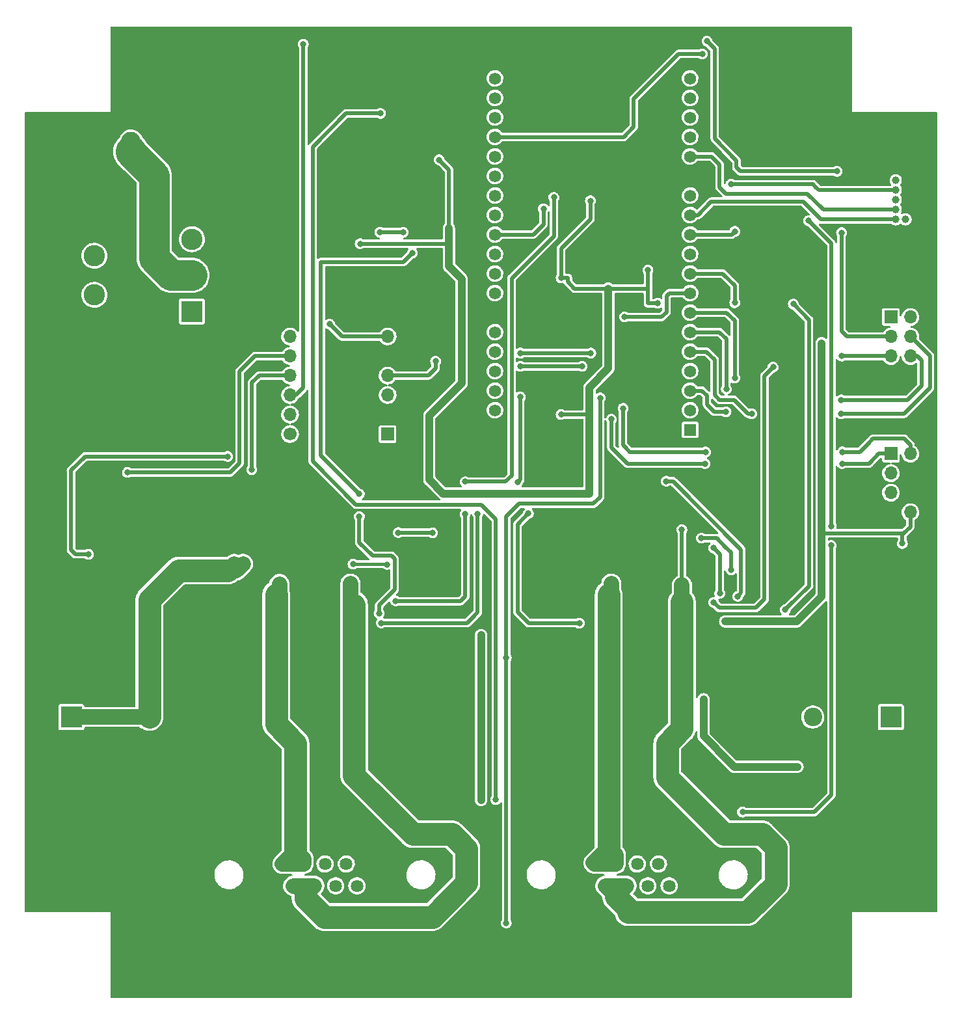
<source format=gbl>
%TF.GenerationSoftware,KiCad,Pcbnew,(6.0.6-0)*%
%TF.CreationDate,2024-03-13T21:53:30-07:00*%
%TF.ProjectId,ESP32Twiddlerino,45535033-3254-4776-9964-646c6572696e,rev?*%
%TF.SameCoordinates,Original*%
%TF.FileFunction,Copper,L2,Bot*%
%TF.FilePolarity,Positive*%
%FSLAX46Y46*%
G04 Gerber Fmt 4.6, Leading zero omitted, Abs format (unit mm)*
G04 Created by KiCad (PCBNEW (6.0.6-0)) date 2024-03-13 21:53:30*
%MOMM*%
%LPD*%
G01*
G04 APERTURE LIST*
%TA.AperFunction,ComponentPad*%
%ADD10R,2.775000X2.775000*%
%TD*%
%TA.AperFunction,ComponentPad*%
%ADD11C,2.775000*%
%TD*%
%TA.AperFunction,ComponentPad*%
%ADD12R,1.700000X1.700000*%
%TD*%
%TA.AperFunction,ComponentPad*%
%ADD13O,1.700000X1.700000*%
%TD*%
%TA.AperFunction,ComponentPad*%
%ADD14C,1.700000*%
%TD*%
%TA.AperFunction,ComponentPad*%
%ADD15C,2.400000*%
%TD*%
%TA.AperFunction,ComponentPad*%
%ADD16O,2.400000X2.400000*%
%TD*%
%TA.AperFunction,ComponentPad*%
%ADD17R,1.560000X1.560000*%
%TD*%
%TA.AperFunction,ComponentPad*%
%ADD18C,1.560000*%
%TD*%
%TA.AperFunction,ComponentPad*%
%ADD19R,1.635000X1.635000*%
%TD*%
%TA.AperFunction,ComponentPad*%
%ADD20C,1.635000*%
%TD*%
%TA.AperFunction,ComponentPad*%
%ADD21R,2.800000X2.800000*%
%TD*%
%TA.AperFunction,ComponentPad*%
%ADD22O,2.800000X2.800000*%
%TD*%
%TA.AperFunction,ComponentPad*%
%ADD23C,1.000000*%
%TD*%
%TA.AperFunction,ComponentPad*%
%ADD24O,2.500000X5.000000*%
%TD*%
%TA.AperFunction,ComponentPad*%
%ADD25O,2.250000X4.500000*%
%TD*%
%TA.AperFunction,ComponentPad*%
%ADD26O,4.500000X2.250000*%
%TD*%
%TA.AperFunction,ViaPad*%
%ADD27C,0.800000*%
%TD*%
%TA.AperFunction,Conductor*%
%ADD28C,0.500000*%
%TD*%
%TA.AperFunction,Conductor*%
%ADD29C,1.000000*%
%TD*%
%TA.AperFunction,Conductor*%
%ADD30C,3.000000*%
%TD*%
%TA.AperFunction,Conductor*%
%ADD31C,2.000000*%
%TD*%
%TA.AperFunction,Conductor*%
%ADD32C,0.400000*%
%TD*%
%TA.AperFunction,Conductor*%
%ADD33C,4.000000*%
%TD*%
G04 APERTURE END LIST*
D10*
X146500000Y-62782500D03*
D11*
X146500000Y-58082500D03*
X146500000Y-53382500D03*
X133800000Y-60622500D03*
X133800000Y-55542500D03*
D12*
X171980000Y-78740000D03*
D13*
X171980000Y-76200000D03*
X171980000Y-73660000D03*
X171980000Y-71120000D03*
X171980000Y-68580000D03*
X171980000Y-66040000D03*
X159280000Y-66040000D03*
X159280000Y-68580000D03*
X159280000Y-71120000D03*
X159280000Y-73660000D03*
X159280000Y-76200000D03*
D14*
X159280000Y-78740000D03*
D15*
X140970000Y-115565000D03*
D16*
X140970000Y-146045000D03*
D17*
X211352500Y-78180000D03*
D18*
X211352500Y-75640000D03*
X211352500Y-73100000D03*
X211352500Y-70560000D03*
X211352500Y-68020000D03*
X211352500Y-65480000D03*
X211352500Y-62940000D03*
X211352500Y-60400000D03*
X211352500Y-57860000D03*
X211352500Y-55320000D03*
X211352500Y-52780000D03*
X211352500Y-50240000D03*
X211352500Y-47700000D03*
X211352500Y-45160000D03*
X211352500Y-42620000D03*
X211352500Y-40080000D03*
X211352500Y-37540000D03*
X211352500Y-35000000D03*
X211352500Y-32460000D03*
X185952500Y-78180000D03*
X185952500Y-75640000D03*
X185952500Y-73100000D03*
X185952500Y-70560000D03*
X185952500Y-68020000D03*
X185952500Y-65480000D03*
X185952500Y-62940000D03*
X185952500Y-60400000D03*
X185952500Y-57860000D03*
X185952500Y-55320000D03*
X185952500Y-52780000D03*
X185952500Y-50240000D03*
X185952500Y-47700000D03*
X185952500Y-45160000D03*
X185952500Y-42620000D03*
X185952500Y-40080000D03*
X185952500Y-37540000D03*
X185952500Y-35000000D03*
X185952500Y-32460000D03*
D19*
X169370000Y-134692500D03*
D20*
X166600000Y-134692500D03*
X163830000Y-134692500D03*
X161060000Y-134692500D03*
X158290000Y-134692500D03*
X167985000Y-137532500D03*
X165215000Y-137532500D03*
X162445000Y-137532500D03*
X159675000Y-137532500D03*
D15*
X227330000Y-115565000D03*
D16*
X227330000Y-146045000D03*
D21*
X237490000Y-115570000D03*
D22*
X237490000Y-128270000D03*
D23*
X239395000Y-50800000D03*
X238125000Y-50800000D03*
X239395000Y-49530000D03*
X238125000Y-49530000D03*
X239395000Y-48260000D03*
X238125000Y-48260000D03*
X239395000Y-46990000D03*
X238125000Y-46990000D03*
X239395000Y-45720000D03*
X238125000Y-45720000D03*
D24*
X138580000Y-41910000D03*
D25*
X132580000Y-41910000D03*
D26*
X135580000Y-46610000D03*
D12*
X237485000Y-63510000D03*
D13*
X240025000Y-63510000D03*
X237485000Y-66050000D03*
X240025000Y-66050000D03*
X237485000Y-68590000D03*
X240025000Y-68590000D03*
X237485000Y-71130000D03*
X240025000Y-71130000D03*
D12*
X237485000Y-81290000D03*
D13*
X240025000Y-81290000D03*
X237485000Y-83830000D03*
X240025000Y-83830000D03*
X237485000Y-86370000D03*
X240025000Y-86370000D03*
X237485000Y-88910000D03*
X240025000Y-88910000D03*
D21*
X130810000Y-115570000D03*
D22*
X130810000Y-128270000D03*
D19*
X210010000Y-134692500D03*
D20*
X207240000Y-134692500D03*
X204470000Y-134692500D03*
X201700000Y-134692500D03*
X198930000Y-134692500D03*
X208625000Y-137532500D03*
X205855000Y-137532500D03*
X203085000Y-137532500D03*
X200315000Y-137532500D03*
D27*
X138110000Y-83740000D03*
X202000000Y-32000000D03*
X142500000Y-92750000D03*
X163000000Y-101250000D03*
X164500000Y-97250000D03*
X140000000Y-35500000D03*
X153750000Y-124500000D03*
X222000000Y-118500000D03*
X199250000Y-38750000D03*
X186000000Y-83000000D03*
X195750000Y-121000000D03*
X141000000Y-80000000D03*
X221750000Y-38750000D03*
X130750000Y-138750000D03*
X192750000Y-128750000D03*
X219250000Y-113250000D03*
X177000000Y-127500000D03*
X177500000Y-34500000D03*
X159250000Y-49250000D03*
X171750000Y-32000000D03*
X219500000Y-105500000D03*
X133250000Y-106000000D03*
X153000000Y-66250000D03*
X153250000Y-141750000D03*
X157250000Y-85000000D03*
X203250000Y-45250000D03*
X214000000Y-147750000D03*
X141000000Y-141750000D03*
X138000000Y-126000000D03*
X241750000Y-41250000D03*
X222000000Y-108000000D03*
X207750000Y-98750000D03*
X150000000Y-75500000D03*
X150000000Y-69500000D03*
X236000000Y-77750000D03*
X180000000Y-98500000D03*
X232000000Y-135500000D03*
X156500000Y-55250000D03*
X186250000Y-147750000D03*
X153750000Y-115500000D03*
X152500000Y-89000000D03*
X206000000Y-45250000D03*
X153212800Y-103632000D03*
X236500000Y-124000000D03*
X236500000Y-119750000D03*
X188750000Y-54750000D03*
X141000000Y-123000000D03*
X228750000Y-27500000D03*
X129500000Y-47500000D03*
X225500000Y-135500000D03*
X192750000Y-131250000D03*
X154500000Y-27750000D03*
X196500000Y-42000000D03*
X228750000Y-32750000D03*
X127500000Y-105750000D03*
X203500000Y-100000000D03*
X190500000Y-97500000D03*
X171750000Y-82500000D03*
X200720000Y-91330000D03*
X147500000Y-127250000D03*
X206000000Y-39500000D03*
X208500000Y-39500000D03*
X191000000Y-92000000D03*
X231250000Y-38500000D03*
X162000000Y-87000000D03*
X141000000Y-129250000D03*
X219250000Y-124250000D03*
X207500000Y-59000000D03*
X200000000Y-147750000D03*
X218000000Y-27500000D03*
X219250000Y-38750000D03*
X193750000Y-36750000D03*
X192750000Y-115500000D03*
X153750000Y-52250000D03*
X143000000Y-32500000D03*
X127500000Y-92750000D03*
X180200000Y-108000000D03*
X137000000Y-61750000D03*
X157250000Y-87000000D03*
X150000000Y-78750000D03*
X138000000Y-129250000D03*
X209000000Y-57000000D03*
X164500000Y-101250000D03*
X153750000Y-58250000D03*
X150750000Y-121750000D03*
X208500000Y-45250000D03*
X219500000Y-110750000D03*
X126500000Y-40500000D03*
X159250000Y-55250000D03*
X126500000Y-43750000D03*
X206500000Y-102500000D03*
X186000000Y-80750000D03*
X140000000Y-32500000D03*
X216750000Y-38750000D03*
X239000000Y-100750000D03*
X191000000Y-36750000D03*
X207750000Y-101250000D03*
X209250000Y-147750000D03*
X193750000Y-42000000D03*
X202000000Y-38750000D03*
X163750000Y-147750000D03*
X204750000Y-103750000D03*
X161750000Y-104000000D03*
X156000000Y-78500000D03*
X177000000Y-116000000D03*
X134000000Y-66250000D03*
X202000000Y-34500000D03*
X172500000Y-147750000D03*
X163000000Y-31500000D03*
X208500000Y-47750000D03*
X189500000Y-123750000D03*
X232000000Y-129500000D03*
X193750000Y-34500000D03*
X196500000Y-36750000D03*
X150000000Y-66250000D03*
X199250000Y-36750000D03*
X196000000Y-147750000D03*
X150750000Y-124500000D03*
X222000000Y-105500000D03*
X193750000Y-32000000D03*
X156500000Y-52250000D03*
X136000000Y-80000000D03*
X174250000Y-82500000D03*
X219250000Y-118500000D03*
X129500000Y-43750000D03*
X203250000Y-42500000D03*
X221750000Y-41000000D03*
X222000000Y-115750000D03*
X239000000Y-41250000D03*
X225500000Y-138500000D03*
X160250000Y-99750000D03*
X153750000Y-121750000D03*
X189500000Y-115500000D03*
X172500000Y-138250000D03*
X164500000Y-99750000D03*
X193725000Y-63575000D03*
X177000000Y-124500000D03*
X225500000Y-126500000D03*
X147500000Y-130250000D03*
X225500000Y-132500000D03*
X195750000Y-131250000D03*
X160250000Y-96000000D03*
X137000000Y-53500000D03*
X155250000Y-147750000D03*
X163000000Y-97250000D03*
X181500000Y-147750000D03*
X156500000Y-62000000D03*
X191000000Y-42000000D03*
X141000000Y-126000000D03*
X228750000Y-35750000D03*
X236250000Y-38500000D03*
X208500000Y-42500000D03*
X159250000Y-62000000D03*
X141000000Y-132500000D03*
X127500000Y-111750000D03*
X225000000Y-91000000D03*
X159750000Y-147750000D03*
X241750000Y-53000000D03*
X161750000Y-101250000D03*
X216500000Y-124250000D03*
X213512400Y-108889800D03*
X195750000Y-118250000D03*
X232000000Y-132500000D03*
X199250000Y-32000000D03*
X228750000Y-41250000D03*
X205000000Y-77000000D03*
X222000000Y-110750000D03*
X164750000Y-67250000D03*
X150500000Y-147750000D03*
X175437800Y-107950000D03*
X228250000Y-135500000D03*
X241750000Y-44000000D03*
X153750000Y-55250000D03*
X150500000Y-141750000D03*
X129500000Y-64250000D03*
X137000000Y-51000000D03*
X168750000Y-58250000D03*
X153750000Y-130000000D03*
X127500000Y-86500000D03*
X235000000Y-107250000D03*
X188750000Y-51250000D03*
X174000000Y-119000000D03*
X228250000Y-141750000D03*
X207750000Y-103750000D03*
X147500000Y-115500000D03*
X203500000Y-101250000D03*
X177500000Y-36750000D03*
X145750000Y-29250000D03*
X204750000Y-98750000D03*
X134500000Y-138750000D03*
X202000000Y-73000000D03*
X195750000Y-133750000D03*
X177800000Y-108000000D03*
X150750000Y-127250000D03*
X156000000Y-75500000D03*
X150750000Y-118500000D03*
X191975000Y-74000000D03*
X195750000Y-123750000D03*
X136250000Y-108750000D03*
X144000000Y-138750000D03*
X235000000Y-94750000D03*
X172500000Y-133500000D03*
X159250000Y-52250000D03*
X203500000Y-98750000D03*
X240750000Y-60000000D03*
X164500000Y-98500000D03*
X168250000Y-147750000D03*
X228750000Y-30000000D03*
X232000000Y-138500000D03*
X136250000Y-102750000D03*
X239000000Y-38500000D03*
X192750000Y-118250000D03*
X216500000Y-86000000D03*
X167225000Y-94175000D03*
X195750000Y-137000000D03*
X160250000Y-101250000D03*
X206000000Y-36750000D03*
X219250000Y-115750000D03*
X142750000Y-39250000D03*
X239000000Y-104000000D03*
X173250000Y-62000000D03*
X169000000Y-72750000D03*
X207750000Y-100000000D03*
X180000000Y-119000000D03*
X144000000Y-120000000D03*
X216500000Y-118500000D03*
X225000000Y-88750000D03*
X228250000Y-138500000D03*
X137000000Y-64250000D03*
X189500000Y-108500000D03*
X225500000Y-119750000D03*
X235750000Y-132500000D03*
X126500000Y-51000000D03*
X165000000Y-46250000D03*
X169000000Y-68250000D03*
X219500000Y-108000000D03*
X138000000Y-141750000D03*
X134500000Y-132500000D03*
X223000000Y-86250000D03*
X193750000Y-38750000D03*
X127500000Y-96000000D03*
X197866000Y-108864400D03*
X149750000Y-89000000D03*
X147500000Y-118500000D03*
X143000000Y-64000000D03*
X161750000Y-99750000D03*
X239750000Y-135500000D03*
X238250000Y-77750000D03*
X153750000Y-62000000D03*
X235000000Y-104000000D03*
X203500000Y-103750000D03*
X159500000Y-85000000D03*
X127500000Y-69750000D03*
X129500000Y-60750000D03*
X138000000Y-138750000D03*
X163000000Y-98500000D03*
X206000000Y-50250000D03*
X167250000Y-60250000D03*
X207750000Y-97500000D03*
X150750000Y-130000000D03*
X201500000Y-58000000D03*
X144000000Y-132500000D03*
X206000000Y-47750000D03*
X164500000Y-104000000D03*
X203750000Y-84250000D03*
X177000000Y-119000000D03*
X161750000Y-96000000D03*
X126500000Y-47500000D03*
X150500000Y-144250000D03*
X127500000Y-108750000D03*
X127500000Y-82500000D03*
X142500000Y-86250000D03*
X129500000Y-54250000D03*
X149750000Y-87000000D03*
X195750000Y-128750000D03*
X180000000Y-127500000D03*
X203000000Y-65500000D03*
X209000000Y-67500000D03*
X169000000Y-70500000D03*
X182500000Y-52000000D03*
X133250000Y-108750000D03*
X231250000Y-41250000D03*
X138000000Y-132500000D03*
X216500000Y-126500000D03*
X180500000Y-32000000D03*
X172500000Y-135750000D03*
X130750000Y-122250000D03*
X153212800Y-105740200D03*
X183500000Y-63000000D03*
X158000000Y-27750000D03*
X241750000Y-50000000D03*
X176750000Y-147750000D03*
X240500000Y-77750000D03*
X232000000Y-126750000D03*
X129500000Y-51000000D03*
X189500000Y-105500000D03*
X205000000Y-74500000D03*
X162000000Y-85000000D03*
X223000000Y-91000000D03*
X203250000Y-50250000D03*
X204750000Y-102500000D03*
X192750000Y-123750000D03*
X228250000Y-129500000D03*
X218750000Y-86000000D03*
X160250000Y-104000000D03*
X152500000Y-85000000D03*
X214250000Y-86000000D03*
X203500000Y-96250000D03*
X145750000Y-32500000D03*
X153750000Y-127250000D03*
X223500000Y-147750000D03*
X177000000Y-95750000D03*
X164750000Y-71750000D03*
X206500000Y-97500000D03*
X160250000Y-102750000D03*
X147500000Y-124500000D03*
X201250000Y-84250000D03*
X235750000Y-138500000D03*
X216500000Y-113250000D03*
X163000000Y-99750000D03*
X137000000Y-59000000D03*
X228750000Y-38500000D03*
X129500000Y-40500000D03*
X204000000Y-58000000D03*
X216500000Y-88250000D03*
X149750000Y-85000000D03*
X191000000Y-147750000D03*
X163000000Y-102750000D03*
X183000000Y-32000000D03*
X189500000Y-126250000D03*
X174750000Y-34500000D03*
X161750000Y-102750000D03*
X134500000Y-135500000D03*
X163000000Y-104000000D03*
X183000000Y-34500000D03*
X192750000Y-126250000D03*
X223000000Y-88750000D03*
X154750000Y-87000000D03*
X144000000Y-135500000D03*
X207750000Y-96250000D03*
X228250000Y-132500000D03*
X156500000Y-49250000D03*
X130750000Y-132500000D03*
X209000000Y-65000000D03*
X191000000Y-38750000D03*
X199330000Y-92770000D03*
X219250000Y-126500000D03*
X153136600Y-107645200D03*
X182500000Y-54250000D03*
X213512400Y-107365800D03*
X225500000Y-129500000D03*
X195750000Y-126250000D03*
X203500000Y-102500000D03*
X206500000Y-100000000D03*
X239750000Y-138500000D03*
X170500000Y-89250000D03*
X218750000Y-147750000D03*
X144000000Y-129250000D03*
X204750000Y-96250000D03*
X127500000Y-99250000D03*
X228250000Y-124000000D03*
X236250000Y-41250000D03*
X139750000Y-29250000D03*
X182750000Y-80750000D03*
X228250000Y-119750000D03*
X140000000Y-64000000D03*
X190500000Y-100500000D03*
X159250000Y-58250000D03*
X145750000Y-111250000D03*
X206500000Y-103750000D03*
X200900000Y-51825000D03*
X180000000Y-102000000D03*
X154750000Y-89000000D03*
X221750000Y-43000000D03*
X136250000Y-111750000D03*
X130750000Y-66250000D03*
X133250000Y-102750000D03*
X233750000Y-38500000D03*
X177000000Y-102000000D03*
X164500000Y-87000000D03*
X197866000Y-107264200D03*
X222750000Y-99750000D03*
X233750000Y-41250000D03*
X221500000Y-27500000D03*
X140000000Y-61750000D03*
X145750000Y-35500000D03*
X144000000Y-123000000D03*
X219250000Y-43000000D03*
X241750000Y-38500000D03*
X189500000Y-121000000D03*
X203500000Y-97500000D03*
X141000000Y-120000000D03*
X192075000Y-71700000D03*
X194175000Y-61275000D03*
X174000000Y-116000000D03*
X199250000Y-42000000D03*
X130725735Y-73947875D03*
X142500000Y-89750000D03*
X189500000Y-118250000D03*
X147500000Y-121750000D03*
X126500000Y-64250000D03*
X126500000Y-54250000D03*
X193500000Y-97500000D03*
X225500000Y-124000000D03*
X206500000Y-101250000D03*
X191000000Y-32000000D03*
X204750000Y-147750000D03*
X136250000Y-106000000D03*
X196500000Y-38750000D03*
X180500000Y-36750000D03*
X206500000Y-96250000D03*
X165750000Y-28750000D03*
X171750000Y-34750000D03*
X196500000Y-34500000D03*
X160250000Y-98500000D03*
X192750000Y-121000000D03*
X225000000Y-86250000D03*
X208280000Y-28510000D03*
X127500000Y-89500000D03*
X195750000Y-115500000D03*
X207750000Y-102500000D03*
X235000000Y-100750000D03*
X133890000Y-69750000D03*
X170484800Y-108635800D03*
X182750000Y-78250000D03*
X129500000Y-57250000D03*
X180000000Y-116000000D03*
X164750000Y-69500000D03*
X218750000Y-88250000D03*
X180000000Y-124500000D03*
X150825200Y-105689400D03*
X204750000Y-100000000D03*
X149750000Y-91750000D03*
X239000000Y-107250000D03*
X208500000Y-36750000D03*
X159500000Y-87000000D03*
X235000000Y-98000000D03*
X137000000Y-56250000D03*
X150750000Y-115500000D03*
X127500000Y-66250000D03*
X182750000Y-75500000D03*
X225250000Y-27500000D03*
X213250000Y-134750000D03*
X163000000Y-96000000D03*
X218750000Y-90750000D03*
X203250000Y-47750000D03*
X164500000Y-96000000D03*
X199250000Y-34500000D03*
X153750000Y-49250000D03*
X126500000Y-60750000D03*
X153250000Y-144250000D03*
X202000000Y-36750000D03*
X213250000Y-137500000D03*
X138000000Y-135500000D03*
X127500000Y-74000000D03*
X165000000Y-49250000D03*
X152500000Y-87000000D03*
X191000000Y-34500000D03*
X176500000Y-57750000D03*
X183500000Y-68000000D03*
X161750000Y-98500000D03*
X130750000Y-135500000D03*
X150000000Y-27750000D03*
X232000000Y-119750000D03*
X194075000Y-71700000D03*
X174300000Y-84600000D03*
X193500000Y-93500000D03*
X177000000Y-98500000D03*
X180000000Y-122000000D03*
X150000000Y-72500000D03*
X238250000Y-60000000D03*
X239750000Y-132500000D03*
X240750000Y-57250000D03*
X203000000Y-68000000D03*
X183000000Y-36750000D03*
X222000000Y-113250000D03*
X206250000Y-84250000D03*
X196500000Y-32000000D03*
X130750000Y-69750000D03*
X177500000Y-32000000D03*
X180500000Y-34500000D03*
X174000000Y-124500000D03*
X153750000Y-118500000D03*
X144000000Y-141750000D03*
X144000000Y-126000000D03*
X174750000Y-32000000D03*
X204750000Y-101250000D03*
X154750000Y-85000000D03*
X219250000Y-41000000D03*
X133250000Y-111750000D03*
X196400000Y-89300000D03*
X188750000Y-48750000D03*
X174000000Y-122000000D03*
X141000000Y-135500000D03*
X182750000Y-83000000D03*
X155879800Y-93243400D03*
X127500000Y-102500000D03*
X235250000Y-60000000D03*
X164500000Y-102750000D03*
X130750000Y-78250000D03*
X133750000Y-64250000D03*
X183500000Y-70750000D03*
X143000000Y-61750000D03*
X143000000Y-35500000D03*
X143000000Y-29250000D03*
X194075000Y-73950000D03*
X206500000Y-98750000D03*
X161750000Y-97250000D03*
X141000000Y-138750000D03*
X127500000Y-78250000D03*
X204750000Y-97500000D03*
X232000000Y-124000000D03*
X216500000Y-116000000D03*
X241750000Y-46750000D03*
X145750000Y-39250000D03*
X138000000Y-120000000D03*
X126500000Y-57250000D03*
X160250000Y-97250000D03*
X138000000Y-123000000D03*
X156500000Y-58250000D03*
X208500000Y-50250000D03*
X177000000Y-122000000D03*
X225500000Y-141750000D03*
X206000000Y-42500000D03*
X176250000Y-44500000D03*
X174750000Y-36750000D03*
X154300000Y-83370000D03*
X177830000Y-91600000D03*
X173360000Y-91570000D03*
X213100000Y-113260000D03*
X225330000Y-122040000D03*
X228473000Y-66929000D03*
X215925400Y-103124000D03*
X184150000Y-126365000D03*
X184150000Y-104902000D03*
X238980000Y-92990000D03*
X133050000Y-94380000D03*
X151151000Y-81661000D03*
X160000000Y-119000000D03*
X157900000Y-98250000D03*
X157886400Y-99237800D03*
X160000000Y-121051000D03*
X160000000Y-120035000D03*
X200750000Y-121068000D03*
X214426800Y-93573600D03*
X201100000Y-98200000D03*
X201091800Y-99314000D03*
X200750000Y-120052000D03*
X215214200Y-99466400D03*
X200750000Y-119020000D03*
X167620000Y-121051000D03*
X167157400Y-98200000D03*
X167620000Y-119000000D03*
X167150000Y-99450000D03*
X167620000Y-120035000D03*
X208370000Y-121068000D03*
X208370000Y-120052000D03*
X210286600Y-91186000D03*
X210300000Y-99500000D03*
X210286600Y-98374200D03*
X208370000Y-119020000D03*
X167487600Y-95681800D03*
X171932600Y-95707200D03*
X153162000Y-95631000D03*
X152019000Y-95631000D03*
X216700000Y-96420000D03*
X212840000Y-92280000D03*
X224790000Y-61830000D03*
X223750000Y-101610000D03*
X187420000Y-142370000D03*
X199640000Y-74050000D03*
X187425000Y-107875000D03*
X218180000Y-127940000D03*
X226782500Y-50992500D03*
X229740000Y-90770000D03*
X229740000Y-93250000D03*
X186060000Y-126330000D03*
X171069000Y-37019000D03*
X213560000Y-27620000D03*
X231070000Y-52530000D03*
X161000000Y-28000000D03*
X230490000Y-44550000D03*
X219370000Y-76110000D03*
X231020000Y-76110000D03*
X231090000Y-68590000D03*
X216060000Y-72860000D03*
X231020000Y-74300000D03*
X216030000Y-75850000D03*
X174000000Y-52480000D03*
X170960000Y-52480000D03*
X197310000Y-69940000D03*
X231140000Y-82590000D03*
X213280000Y-82590000D03*
X201110000Y-76820000D03*
X189270000Y-69940000D03*
X231180000Y-81080000D03*
X202630000Y-75390000D03*
X198430000Y-68210000D03*
X189260000Y-68210000D03*
X213350000Y-81080000D03*
X194564000Y-76200000D03*
X205867000Y-57404000D03*
X181102000Y-58039000D03*
X207137000Y-61722000D03*
X179959000Y-51943000D03*
X178689000Y-43053000D03*
X168402000Y-53975000D03*
X198247000Y-86487000D03*
X198374000Y-48387000D03*
X180594000Y-73152000D03*
X194564000Y-58420000D03*
X190307500Y-89092500D03*
X196930000Y-103360000D03*
X170870000Y-102060000D03*
X168300000Y-89500000D03*
X168300000Y-86560000D03*
X175211500Y-55168500D03*
X178225000Y-69275000D03*
X202850000Y-63500000D03*
X208250000Y-84880000D03*
X217550000Y-99860000D03*
X217170000Y-71450000D03*
X214410000Y-100640000D03*
X222160000Y-70040000D03*
X189260000Y-73910000D03*
X171160000Y-103330000D03*
X183710000Y-89120000D03*
X188920000Y-85010000D03*
X192270000Y-49420000D03*
X182080000Y-89160000D03*
X173000000Y-100460000D03*
X182080000Y-84950000D03*
X193626500Y-47946500D03*
X217170000Y-52370000D03*
X217170000Y-61650000D03*
X216680000Y-46230000D03*
X212940000Y-29270000D03*
X164440000Y-64450000D03*
D28*
X151510000Y-83740000D02*
X138110000Y-83740000D01*
X159280000Y-68580000D02*
X154720000Y-68580000D01*
X152710000Y-70590000D02*
X152710000Y-82540000D01*
X154720000Y-68580000D02*
X152710000Y-70590000D01*
X152710000Y-82540000D02*
X151510000Y-83740000D01*
X159280000Y-71120000D02*
X155270000Y-71120000D01*
X154330000Y-72060000D02*
X154330000Y-76674998D01*
X173360000Y-91570000D02*
X177800000Y-91570000D01*
X154300000Y-76704998D02*
X154300000Y-83370000D01*
X154330000Y-76674998D02*
X154300000Y-76704998D01*
X177800000Y-91570000D02*
X177830000Y-91600000D01*
X155270000Y-71120000D02*
X154330000Y-72060000D01*
D29*
X213100000Y-118040000D02*
X213100000Y-113260000D01*
X225330000Y-122040000D02*
X217100000Y-122040000D01*
X216590000Y-121530000D02*
X213100000Y-118040000D01*
X217100000Y-122040000D02*
X216590000Y-121530000D01*
D28*
X238980000Y-92990000D02*
X238980000Y-91850000D01*
D29*
X225221800Y-103149400D02*
X228473000Y-99898200D01*
X228473000Y-99898200D02*
X228473000Y-91673000D01*
D28*
X238777000Y-91673000D02*
X228473000Y-91673000D01*
D29*
X228473000Y-91673000D02*
X228473000Y-66929000D01*
D28*
X151151000Y-81661000D02*
X132589000Y-81661000D01*
X130760000Y-93800000D02*
X131340000Y-94380000D01*
D29*
X184150000Y-104902000D02*
X184150000Y-126365000D01*
X215925400Y-103124000D02*
X225196400Y-103124000D01*
D28*
X240025000Y-90805000D02*
X239157000Y-91673000D01*
X132589000Y-81661000D02*
X130760000Y-83490000D01*
X131340000Y-94380000D02*
X133050000Y-94380000D01*
X239157000Y-91673000D02*
X238777000Y-91673000D01*
X238980000Y-91850000D02*
X239157000Y-91673000D01*
X130760000Y-83490000D02*
X130760000Y-93800000D01*
X240025000Y-88910000D02*
X240025000Y-90805000D01*
X225196400Y-103124000D02*
X225221800Y-103149400D01*
D30*
X157480000Y-99644200D02*
X157480000Y-116480000D01*
X157480000Y-116480000D02*
X160000000Y-119000000D01*
D28*
X157886400Y-99237800D02*
X157480000Y-99644200D01*
D30*
X160000000Y-121051000D02*
X160000000Y-132982500D01*
D31*
X160000000Y-132982500D02*
X158290000Y-134692500D01*
D30*
X160000000Y-120035000D02*
X160000000Y-121051000D01*
D31*
X161060000Y-134692500D02*
X161060000Y-134042500D01*
D30*
X160000000Y-119000000D02*
X160000000Y-120035000D01*
D31*
X158290000Y-134692500D02*
X161060000Y-134692500D01*
D28*
X157900000Y-99224200D02*
X157886400Y-99237800D01*
D31*
X161060000Y-134042500D02*
X160000000Y-132982500D01*
X157900000Y-98250000D02*
X157900000Y-99224200D01*
D30*
X200750000Y-119020000D02*
X200750000Y-120052000D01*
D31*
X201100000Y-98200000D02*
X201100000Y-99305800D01*
D28*
X201091800Y-99314000D02*
X200750000Y-99655800D01*
X215214200Y-94361000D02*
X214426800Y-93573600D01*
D31*
X201700000Y-134692500D02*
X198930000Y-134692500D01*
D28*
X215214200Y-99466400D02*
X215214200Y-94361000D01*
D31*
X201700000Y-133522016D02*
X200750000Y-132572016D01*
D30*
X200750000Y-99655800D02*
X200750000Y-119020000D01*
X200750000Y-120052000D02*
X200750000Y-121068000D01*
D28*
X201100000Y-99305800D02*
X201091800Y-99314000D01*
D31*
X200750000Y-132572016D02*
X198779758Y-134542258D01*
D30*
X200750000Y-121068000D02*
X200750000Y-132572016D01*
D31*
X201700000Y-134692500D02*
X201700000Y-133522016D01*
D30*
X167620000Y-119000000D02*
X167620000Y-120035000D01*
D31*
X167150000Y-99500000D02*
X167150000Y-100500400D01*
X160135000Y-137532500D02*
X161290000Y-138687500D01*
D28*
X167150000Y-98200000D02*
X167157400Y-98200000D01*
D31*
X167150000Y-100500400D02*
X167620000Y-100970400D01*
X162445000Y-137532500D02*
X159675000Y-137532500D01*
D30*
X167620000Y-120035000D02*
X167620000Y-121051000D01*
X163747500Y-141605000D02*
X161290000Y-139147500D01*
D31*
X159675000Y-137532500D02*
X160135000Y-137532500D01*
D30*
X182245000Y-132715000D02*
X182245000Y-137160000D01*
X167620000Y-123170000D02*
X175260000Y-130810000D01*
D31*
X161290000Y-138687500D02*
X162445000Y-137532500D01*
D30*
X161290000Y-139147500D02*
X161290000Y-138687500D01*
X182245000Y-137160000D02*
X177800000Y-141605000D01*
X167620000Y-100970400D02*
X167620000Y-119000000D01*
X177800000Y-141605000D02*
X163747500Y-141605000D01*
X167620000Y-121051000D02*
X167620000Y-123170000D01*
X175260000Y-130810000D02*
X180340000Y-130810000D01*
D31*
X167150000Y-99500000D02*
X167150000Y-98200000D01*
D30*
X180340000Y-130810000D02*
X182245000Y-132715000D01*
X208370000Y-123407000D02*
X215773000Y-130810000D01*
X215773000Y-130810000D02*
X220726000Y-130810000D01*
X222504000Y-137287000D02*
X218821000Y-140970000D01*
D31*
X203085000Y-137532500D02*
X201701750Y-138915750D01*
X210300000Y-99500000D02*
X210300000Y-98387600D01*
D30*
X218821000Y-140970000D02*
X203327000Y-140970000D01*
D31*
X210300000Y-100596000D02*
X210286600Y-100609400D01*
D28*
X201701750Y-138915750D02*
X201698250Y-138915750D01*
X210300000Y-98387600D02*
X210286600Y-98374200D01*
D30*
X222504000Y-132588000D02*
X222504000Y-137287000D01*
X220726000Y-130810000D02*
X222504000Y-132588000D01*
X203327000Y-140970000D02*
X203327000Y-140544500D01*
D31*
X210300000Y-99500000D02*
X210300000Y-100596000D01*
D30*
X208370000Y-119020000D02*
X208370000Y-120052000D01*
D28*
X210286600Y-91186000D02*
X210286600Y-98374200D01*
D30*
X208370000Y-121068000D02*
X208370000Y-123407000D01*
D31*
X201698250Y-138915750D02*
X200315000Y-137532500D01*
D30*
X203327000Y-140544500D02*
X201698250Y-138915750D01*
X210286600Y-117103400D02*
X208370000Y-119020000D01*
X210286600Y-100609400D02*
X210286600Y-117103400D01*
D31*
X200315000Y-137532500D02*
X203085000Y-137532500D01*
D30*
X208370000Y-120052000D02*
X208370000Y-121068000D01*
X144780000Y-96520000D02*
X140970000Y-100330000D01*
D31*
X152273000Y-96520000D02*
X153162000Y-95631000D01*
D32*
X140965000Y-115570000D02*
X140970000Y-115565000D01*
D30*
X140970000Y-100330000D02*
X140970000Y-115565000D01*
D32*
X171907200Y-95681800D02*
X167487600Y-95681800D01*
D30*
X151130000Y-96520000D02*
X144780000Y-96520000D01*
D31*
X151130000Y-96520000D02*
X152273000Y-96520000D01*
X152019000Y-95631000D02*
X151130000Y-96520000D01*
D32*
X171932600Y-95707200D02*
X171907200Y-95681800D01*
D31*
X130810000Y-115570000D02*
X140965000Y-115570000D01*
D28*
X216700000Y-94160000D02*
X216700000Y-96420000D01*
X215970000Y-93430000D02*
X216700000Y-94160000D01*
X214820000Y-92280000D02*
X215970000Y-93430000D01*
X212840000Y-92280000D02*
X214820000Y-92280000D01*
X226850000Y-98510000D02*
X224100000Y-101260000D01*
X226850000Y-63890000D02*
X226850000Y-65870000D01*
X224790000Y-61830000D02*
X226850000Y-63890000D01*
X224100000Y-101260000D02*
X223750000Y-101610000D01*
X226850000Y-65870000D02*
X226850000Y-98510000D01*
X187425000Y-89500000D02*
X187425000Y-107875000D01*
X198750000Y-87830000D02*
X189095000Y-87830000D01*
X187425000Y-107875000D02*
X187425000Y-142365000D01*
X199640000Y-74050000D02*
X199640000Y-86940000D01*
X199640000Y-86940000D02*
X198750000Y-87830000D01*
X187425000Y-142365000D02*
X187420000Y-142370000D01*
X189095000Y-87830000D02*
X187425000Y-89500000D01*
D33*
X138580000Y-42060000D02*
X141605000Y-45085000D01*
X141605000Y-45085000D02*
X141605000Y-55880000D01*
X141605000Y-55880000D02*
X143807500Y-58082500D01*
X138580000Y-41910000D02*
X138580000Y-42060000D01*
X143807500Y-58082500D02*
X146500000Y-58082500D01*
D28*
X229740000Y-53950000D02*
X229740000Y-90770000D01*
X227560000Y-127940000D02*
X218180000Y-127940000D01*
X229740000Y-93250000D02*
X229740000Y-125760000D01*
X226782500Y-50992500D02*
X229740000Y-53950000D01*
X229740000Y-125760000D02*
X227560000Y-127940000D01*
X186060000Y-89800000D02*
X184200000Y-87940000D01*
X162240000Y-41350000D02*
X166571000Y-37019000D01*
X166571000Y-37019000D02*
X171069000Y-37019000D01*
X162240000Y-82310000D02*
X162240000Y-41350000D01*
X186060000Y-126330000D02*
X186060000Y-89800000D01*
X184200000Y-87940000D02*
X167870000Y-87940000D01*
X167870000Y-87940000D02*
X162240000Y-82310000D01*
X217900000Y-44550000D02*
X230490000Y-44550000D01*
X237485000Y-66050000D02*
X231730000Y-66050000D01*
X161000000Y-28000000D02*
X161000000Y-72750000D01*
X231730000Y-66050000D02*
X231070000Y-65390000D01*
X161000000Y-72750000D02*
X160090000Y-73660000D01*
X213560000Y-27620000D02*
X214570000Y-28630000D01*
X160090000Y-73660000D02*
X159280000Y-73660000D01*
X214570000Y-28630000D02*
X214570000Y-40320000D01*
X214570000Y-40320000D02*
X217380000Y-43130000D01*
X217380000Y-44030000D02*
X217900000Y-44550000D01*
X231070000Y-65390000D02*
X231070000Y-52530000D01*
X217380000Y-43130000D02*
X217380000Y-44030000D01*
X215190000Y-74290000D02*
X214550000Y-73650000D01*
X242570000Y-72750000D02*
X240640000Y-74680000D01*
X240640000Y-74680000D02*
X239210000Y-76110000D01*
X214550000Y-69110000D02*
X213460000Y-68020000D01*
X242570000Y-69250000D02*
X242570000Y-72750000D01*
X239210000Y-76110000D02*
X231020000Y-76110000D01*
X240025000Y-66050000D02*
X242570000Y-68595000D01*
X214550000Y-73650000D02*
X214550000Y-69110000D01*
X219370000Y-76110000D02*
X218910000Y-76110000D01*
X242570000Y-68595000D02*
X242570000Y-69250000D01*
X213460000Y-68020000D02*
X211352500Y-68020000D01*
X217090000Y-74290000D02*
X215190000Y-74290000D01*
X218910000Y-76110000D02*
X217090000Y-74290000D01*
X237485000Y-68590000D02*
X231090000Y-68590000D01*
X216060000Y-72860000D02*
X216060000Y-66350000D01*
X216060000Y-66350000D02*
X215190000Y-65480000D01*
X215190000Y-65480000D02*
X211352500Y-65480000D01*
X240025000Y-68590000D02*
X240920000Y-68590000D01*
X240920000Y-68590000D02*
X241270000Y-68940000D01*
X213550000Y-73750000D02*
X212900000Y-73100000D01*
X213550000Y-74890000D02*
X213550000Y-73750000D01*
X216030000Y-75850000D02*
X214510000Y-75850000D01*
X241270000Y-68940000D02*
X241500000Y-69170000D01*
X241500000Y-69170000D02*
X241500000Y-72450000D01*
X214510000Y-75850000D02*
X213550000Y-74890000D01*
X241500000Y-72450000D02*
X239650000Y-74300000D01*
X239650000Y-74300000D02*
X231020000Y-74300000D01*
X212900000Y-73100000D02*
X211352500Y-73100000D01*
X170960000Y-52480000D02*
X174000000Y-52480000D01*
X237485000Y-81290000D02*
X235950000Y-81290000D01*
X197310000Y-69940000D02*
X189270000Y-69940000D01*
X234650000Y-82590000D02*
X231140000Y-82590000D01*
X213280000Y-82590000D02*
X203200000Y-82590000D01*
X203200000Y-82590000D02*
X201110000Y-80500000D01*
X234820000Y-82420000D02*
X234650000Y-82590000D01*
X235950000Y-81290000D02*
X234820000Y-82420000D01*
X201110000Y-80500000D02*
X201110000Y-76820000D01*
X235190000Y-79360000D02*
X234540000Y-80010000D01*
X240025000Y-81290000D02*
X240025000Y-80135000D01*
X213350000Y-81080000D02*
X203510000Y-81080000D01*
X239250000Y-79360000D02*
X235190000Y-79360000D01*
X240025000Y-80135000D02*
X239250000Y-79360000D01*
X202630000Y-80200000D02*
X202630000Y-75390000D01*
X198430000Y-68210000D02*
X189260000Y-68210000D01*
X234540000Y-80010000D02*
X233470000Y-81080000D01*
X203050000Y-80620000D02*
X202630000Y-80200000D01*
X203510000Y-81080000D02*
X203050000Y-80620000D01*
X233470000Y-81080000D02*
X231180000Y-81080000D01*
X194564000Y-58420000D02*
X195453000Y-58420000D01*
D29*
X198247000Y-76200000D02*
X198247000Y-72678000D01*
X179959000Y-56896000D02*
X179959000Y-53975000D01*
D28*
X195453000Y-58420000D02*
X195453000Y-58953000D01*
X179959000Y-44323000D02*
X179959000Y-51943000D01*
X178689000Y-43053000D02*
X179959000Y-44323000D01*
D29*
X180594000Y-73152000D02*
X181610000Y-72136000D01*
X198247000Y-86487000D02*
X198247000Y-76877000D01*
X181610000Y-72136000D02*
X181610000Y-58547000D01*
D28*
X207137000Y-61722000D02*
X205867000Y-61722000D01*
D29*
X180594000Y-73152000D02*
X177410000Y-76336000D01*
D28*
X194564000Y-54561000D02*
X194564000Y-58420000D01*
D29*
X198247000Y-72678000D02*
X200708000Y-70217000D01*
D28*
X205867000Y-59763000D02*
X205867000Y-61722000D01*
D29*
X179959000Y-53975000D02*
X179959000Y-51943000D01*
D28*
X198374000Y-50751000D02*
X194564000Y-54561000D01*
D29*
X177410000Y-84685000D02*
X179212000Y-86487000D01*
X177410000Y-76336000D02*
X177410000Y-84685000D01*
X198247000Y-76877000D02*
X198247000Y-76200000D01*
D28*
X194564000Y-76200000D02*
X198247000Y-76200000D01*
X168402000Y-53975000D02*
X179959000Y-53975000D01*
X205867000Y-57404000D02*
X205867000Y-59763000D01*
X205813000Y-59817000D02*
X205867000Y-59763000D01*
X195453000Y-58953000D02*
X196317000Y-59817000D01*
D29*
X181610000Y-58547000D02*
X181102000Y-58039000D01*
D28*
X196317000Y-59817000D02*
X200708000Y-59817000D01*
X201253000Y-59817000D02*
X205813000Y-59817000D01*
X198374000Y-48387000D02*
X198374000Y-50751000D01*
D29*
X200708000Y-70217000D02*
X200708000Y-59817000D01*
X181102000Y-58039000D02*
X179959000Y-56896000D01*
D28*
X200708000Y-59817000D02*
X201253000Y-59817000D01*
D29*
X179212000Y-86487000D02*
X198247000Y-86487000D01*
D28*
X190307500Y-89092500D02*
X188890000Y-90510000D01*
X188890000Y-90510000D02*
X188890000Y-101915000D01*
X188890000Y-101915000D02*
X190335000Y-103360000D01*
X190335000Y-103360000D02*
X196930000Y-103360000D01*
X175211500Y-55168500D02*
X174010000Y-56370000D01*
X163270000Y-81530000D02*
X168300000Y-86560000D01*
X168300000Y-92880000D02*
X170000000Y-94580000D01*
X163270000Y-56370000D02*
X163270000Y-81530000D01*
X170870000Y-101020000D02*
X170870000Y-102060000D01*
X170000000Y-94580000D02*
X172480000Y-94580000D01*
X172882600Y-94982600D02*
X172882600Y-99007400D01*
X172480000Y-94580000D02*
X172882600Y-94982600D01*
X174010000Y-56370000D02*
X163270000Y-56370000D01*
X172882600Y-99007400D02*
X170870000Y-101020000D01*
X168300000Y-89500000D02*
X168300000Y-92880000D01*
X177300000Y-71120000D02*
X178225000Y-70195000D01*
X178225000Y-70195000D02*
X178225000Y-69275000D01*
X171980000Y-71120000D02*
X177300000Y-71120000D01*
X202850000Y-63500000D02*
X207660000Y-63500000D01*
X207660000Y-63500000D02*
X208300000Y-62860000D01*
X208300000Y-60780000D02*
X208680000Y-60400000D01*
X208300000Y-62860000D02*
X208300000Y-60780000D01*
X208680000Y-60400000D02*
X211352500Y-60400000D01*
X218000000Y-93760000D02*
X218000000Y-99410000D01*
X208250000Y-84880000D02*
X209120000Y-84880000D01*
X218000000Y-99410000D02*
X217550000Y-99860000D01*
X209120000Y-84880000D02*
X218000000Y-93760000D01*
X217170000Y-71450000D02*
X217170000Y-63995000D01*
X216115000Y-62940000D02*
X211352500Y-62940000D01*
X217170000Y-63995000D02*
X216115000Y-62940000D01*
X221040000Y-100270000D02*
X219950000Y-101360000D01*
X221040000Y-71160000D02*
X221040000Y-100270000D01*
X219950000Y-101360000D02*
X215130000Y-101360000D01*
X215130000Y-101360000D02*
X214410000Y-100640000D01*
X222160000Y-70040000D02*
X221040000Y-71160000D01*
X189260000Y-84670000D02*
X188920000Y-85010000D01*
X183710000Y-89120000D02*
X183710000Y-101960000D01*
X183260000Y-102410000D02*
X182340000Y-103330000D01*
X182340000Y-103330000D02*
X171160000Y-103330000D01*
X183710000Y-101960000D02*
X183260000Y-102410000D01*
X189260000Y-73910000D02*
X189260000Y-84670000D01*
X192270000Y-51430000D02*
X190920000Y-52780000D01*
X190920000Y-52780000D02*
X185952500Y-52780000D01*
X192270000Y-49420000D02*
X192270000Y-51430000D01*
X173030000Y-100490000D02*
X181480000Y-100490000D01*
X193626500Y-47946500D02*
X193626500Y-52953500D01*
X188120000Y-58460000D02*
X188120000Y-84130000D01*
X173000000Y-100460000D02*
X173030000Y-100490000D01*
X181480000Y-100490000D02*
X182080000Y-99890000D01*
X182080000Y-99890000D02*
X182080000Y-89160000D01*
X187300000Y-84950000D02*
X182080000Y-84950000D01*
X188120000Y-84130000D02*
X187300000Y-84950000D01*
X193626500Y-52953500D02*
X188120000Y-58460000D01*
X216760000Y-52780000D02*
X211352500Y-52780000D01*
X217170000Y-52370000D02*
X216760000Y-52780000D01*
X217170000Y-59420000D02*
X215610000Y-57860000D01*
X217170000Y-61650000D02*
X217170000Y-59420000D01*
X215610000Y-57860000D02*
X211352500Y-57860000D01*
X214110000Y-48500000D02*
X212370000Y-50240000D01*
X238125000Y-50800000D02*
X228380000Y-50800000D01*
X212370000Y-50240000D02*
X211352500Y-50240000D01*
X228380000Y-50800000D02*
X226080000Y-48500000D01*
X226080000Y-48500000D02*
X214110000Y-48500000D01*
X238125000Y-46990000D02*
X228100000Y-46990000D01*
X227340000Y-46230000D02*
X222460000Y-46230000D01*
X227740000Y-46630000D02*
X227340000Y-46230000D01*
X222460000Y-46230000D02*
X216680000Y-46230000D01*
X228100000Y-46990000D02*
X227740000Y-46630000D01*
X215190000Y-43660000D02*
X214150000Y-42620000D01*
X226620000Y-47450000D02*
X216020000Y-47450000D01*
X216020000Y-47450000D02*
X215190000Y-46620000D01*
X238125000Y-49530000D02*
X228700000Y-49530000D01*
X228700000Y-49530000D02*
X226620000Y-47450000D01*
X214150000Y-42620000D02*
X211352500Y-42620000D01*
X215190000Y-46620000D02*
X215190000Y-43660000D01*
X204000000Y-38800000D02*
X202720000Y-40080000D01*
X209870000Y-29270000D02*
X204000000Y-35140000D01*
X202720000Y-40080000D02*
X185952500Y-40080000D01*
X204000000Y-35140000D02*
X204000000Y-38800000D01*
X212940000Y-29270000D02*
X209870000Y-29270000D01*
X171980000Y-66040000D02*
X166030000Y-66040000D01*
X166030000Y-66040000D02*
X164440000Y-64450000D01*
%TA.AperFunction,Conductor*%
G36*
X232352121Y-25720502D02*
G01*
X232398614Y-25774158D01*
X232410000Y-25826500D01*
X232410000Y-36830000D01*
X243413500Y-36830000D01*
X243481621Y-36850002D01*
X243528114Y-36903658D01*
X243539500Y-36956000D01*
X243539500Y-140844000D01*
X243519498Y-140912121D01*
X243465842Y-140958614D01*
X243413500Y-140970000D01*
X232410000Y-140970000D01*
X232410000Y-151973500D01*
X232389998Y-152041621D01*
X232336342Y-152088114D01*
X232284000Y-152099500D01*
X136016000Y-152099500D01*
X135947879Y-152079498D01*
X135901386Y-152025842D01*
X135890000Y-151973500D01*
X135890000Y-140970000D01*
X124886500Y-140970000D01*
X124818379Y-140949998D01*
X124771886Y-140896342D01*
X124760500Y-140844000D01*
X124760500Y-136155505D01*
X149434931Y-136155505D01*
X149460988Y-136428620D01*
X149462072Y-136433049D01*
X149462073Y-136433056D01*
X149486396Y-136532453D01*
X149526199Y-136695112D01*
X149527914Y-136699347D01*
X149527915Y-136699349D01*
X149627483Y-136945171D01*
X149629196Y-136949400D01*
X149631500Y-136953335D01*
X149631502Y-136953339D01*
X149738307Y-137135748D01*
X149767822Y-137186155D01*
X149881168Y-137327888D01*
X149915162Y-137370395D01*
X149939173Y-137400420D01*
X150139660Y-137587704D01*
X150150085Y-137594936D01*
X150361330Y-137741483D01*
X150361335Y-137741486D01*
X150365083Y-137744086D01*
X150369168Y-137746118D01*
X150369171Y-137746120D01*
X150487901Y-137805187D01*
X150610719Y-137866288D01*
X150615053Y-137867709D01*
X150615056Y-137867710D01*
X150867090Y-137950331D01*
X150867095Y-137950332D01*
X150871423Y-137951751D01*
X150875914Y-137952531D01*
X150875915Y-137952531D01*
X151137953Y-137998029D01*
X151137961Y-137998030D01*
X151141734Y-137998685D01*
X151145571Y-137998876D01*
X151226843Y-138002922D01*
X151226851Y-138002922D01*
X151228414Y-138003000D01*
X151399697Y-138003000D01*
X151401965Y-138002835D01*
X151401977Y-138002835D01*
X151535509Y-137993146D01*
X151603635Y-137988203D01*
X151608090Y-137987219D01*
X151608093Y-137987219D01*
X151867079Y-137930040D01*
X151867083Y-137930039D01*
X151871539Y-137929055D01*
X152012755Y-137875553D01*
X152123827Y-137833472D01*
X152123830Y-137833471D01*
X152128097Y-137831854D01*
X152367937Y-137698634D01*
X152511235Y-137589273D01*
X152582402Y-137534960D01*
X152582403Y-137534959D01*
X152586034Y-137532188D01*
X152608676Y-137509027D01*
X152718332Y-137396854D01*
X152777819Y-137336002D01*
X152926533Y-137131690D01*
X152936587Y-137117877D01*
X152936589Y-137117874D01*
X152939274Y-137114185D01*
X153067018Y-136871384D01*
X153148117Y-136641731D01*
X153156851Y-136616999D01*
X153156851Y-136616998D01*
X153158374Y-136612686D01*
X153189489Y-136454820D01*
X153210547Y-136347982D01*
X153210548Y-136347976D01*
X153211428Y-136343510D01*
X153211655Y-136338954D01*
X153224842Y-136074064D01*
X153224842Y-136074058D01*
X153225069Y-136069495D01*
X153199012Y-135796380D01*
X153191242Y-135764624D01*
X153162876Y-135648706D01*
X153133801Y-135529888D01*
X153114405Y-135482000D01*
X153032517Y-135279829D01*
X153032517Y-135279828D01*
X153030804Y-135275600D01*
X153018096Y-135253895D01*
X152894488Y-135042790D01*
X152894487Y-135042789D01*
X152892178Y-135038845D01*
X152720827Y-134824580D01*
X152520340Y-134637296D01*
X152426219Y-134572002D01*
X152298670Y-134483517D01*
X152298665Y-134483514D01*
X152294917Y-134480914D01*
X152290832Y-134478882D01*
X152290829Y-134478880D01*
X152142999Y-134405336D01*
X152049281Y-134358712D01*
X152044947Y-134357291D01*
X152044944Y-134357290D01*
X151792910Y-134274669D01*
X151792905Y-134274668D01*
X151788577Y-134273249D01*
X151784085Y-134272469D01*
X151522047Y-134226971D01*
X151522039Y-134226970D01*
X151518266Y-134226315D01*
X151511043Y-134225955D01*
X151433157Y-134222078D01*
X151433149Y-134222078D01*
X151431586Y-134222000D01*
X151260303Y-134222000D01*
X151258035Y-134222165D01*
X151258023Y-134222165D01*
X151124491Y-134231854D01*
X151056365Y-134236797D01*
X151051910Y-134237781D01*
X151051907Y-134237781D01*
X150792921Y-134294960D01*
X150792917Y-134294961D01*
X150788461Y-134295945D01*
X150660182Y-134344545D01*
X150536173Y-134391528D01*
X150536170Y-134391529D01*
X150531903Y-134393146D01*
X150292063Y-134526366D01*
X150223461Y-134578721D01*
X150146710Y-134637296D01*
X150073966Y-134692812D01*
X150070773Y-134696078D01*
X150070771Y-134696080D01*
X149978073Y-134790905D01*
X149882181Y-134888998D01*
X149820130Y-134974248D01*
X149756476Y-135061700D01*
X149720726Y-135110815D01*
X149592982Y-135353616D01*
X149501626Y-135612314D01*
X149485190Y-135695706D01*
X149449722Y-135875656D01*
X149448572Y-135881490D01*
X149448345Y-135886043D01*
X149448345Y-135886046D01*
X149435856Y-136136932D01*
X149434931Y-136155505D01*
X124760500Y-136155505D01*
X124760500Y-117014646D01*
X129109500Y-117014646D01*
X129109941Y-117018350D01*
X129109941Y-117018353D01*
X129110821Y-117025746D01*
X129112618Y-117040846D01*
X129158061Y-117143153D01*
X129237287Y-117222241D01*
X129247924Y-117226944D01*
X129247926Y-117226945D01*
X129275366Y-117239076D01*
X129339673Y-117267506D01*
X129365354Y-117270500D01*
X132254646Y-117270500D01*
X132258350Y-117270059D01*
X132258353Y-117270059D01*
X132265746Y-117269179D01*
X132280846Y-117267382D01*
X132306003Y-117256208D01*
X132372518Y-117226663D01*
X132383153Y-117221939D01*
X132462241Y-117142713D01*
X132473144Y-117118053D01*
X132493265Y-117072538D01*
X132507506Y-117040327D01*
X132510500Y-117014646D01*
X132510500Y-116996500D01*
X132530502Y-116928379D01*
X132584158Y-116881886D01*
X132636500Y-116870500D01*
X139679949Y-116870500D01*
X139748070Y-116890502D01*
X139766282Y-116904725D01*
X139833731Y-116968175D01*
X140053615Y-117120714D01*
X140057804Y-117122780D01*
X140057806Y-117122781D01*
X140289441Y-117237011D01*
X140289444Y-117237012D01*
X140293629Y-117239076D01*
X140298072Y-117240498D01*
X140298074Y-117240499D01*
X140417292Y-117278661D01*
X140548503Y-117320662D01*
X140693866Y-117344335D01*
X140808024Y-117362927D01*
X140808025Y-117362927D01*
X140812636Y-117363678D01*
X140946431Y-117365430D01*
X141075549Y-117367120D01*
X141075552Y-117367120D01*
X141080226Y-117367181D01*
X141345395Y-117331093D01*
X141378610Y-117321412D01*
X141415626Y-117310623D01*
X141602317Y-117256208D01*
X141636393Y-117240499D01*
X141694513Y-117213705D01*
X141845348Y-117144169D01*
X141953656Y-117073159D01*
X142065236Y-117000004D01*
X142065241Y-117000000D01*
X142069149Y-116997438D01*
X142225055Y-116858287D01*
X142265311Y-116822357D01*
X142265313Y-116822355D01*
X142268803Y-116819240D01*
X142439925Y-116613488D01*
X142486558Y-116536640D01*
X142501807Y-116511511D01*
X155674726Y-116511511D01*
X155685425Y-116627948D01*
X155685606Y-116630137D01*
X155693935Y-116742207D01*
X155693937Y-116742220D01*
X155694283Y-116746877D01*
X155695314Y-116751435D01*
X155695315Y-116751440D01*
X155695946Y-116754229D01*
X155698524Y-116770506D01*
X155699213Y-116778001D01*
X155700327Y-116782553D01*
X155700327Y-116782554D01*
X155727013Y-116891615D01*
X155727517Y-116893753D01*
X155752314Y-117003337D01*
X155752316Y-117003343D01*
X155753345Y-117007891D01*
X155756077Y-117014917D01*
X155761030Y-117030626D01*
X155762821Y-117037945D01*
X155805229Y-117141606D01*
X155807113Y-117146210D01*
X155807928Y-117148251D01*
X155850338Y-117257309D01*
X155853977Y-117263675D01*
X155854076Y-117263849D01*
X155861295Y-117278648D01*
X155864152Y-117285632D01*
X155884993Y-117320662D01*
X155923976Y-117386186D01*
X155925084Y-117388086D01*
X155950318Y-117432236D01*
X155983132Y-117489650D01*
X155986022Y-117493316D01*
X155987799Y-117495570D01*
X155997125Y-117509140D01*
X156000981Y-117515621D01*
X156075041Y-117606265D01*
X156076382Y-117607937D01*
X156141761Y-117690869D01*
X156148810Y-117699811D01*
X156152212Y-117703011D01*
X156226850Y-117773224D01*
X156229612Y-117775904D01*
X158162595Y-119708886D01*
X158196620Y-119771198D01*
X158199500Y-119797981D01*
X158199500Y-132891625D01*
X158179498Y-132959746D01*
X158162595Y-132980720D01*
X157450864Y-133692451D01*
X157450861Y-133692453D01*
X157289953Y-133853361D01*
X157286800Y-133857864D01*
X157260414Y-133895548D01*
X157253725Y-133904265D01*
X157220623Y-133943714D01*
X157194864Y-133988330D01*
X157188973Y-133997576D01*
X157159432Y-134039766D01*
X157137664Y-134086446D01*
X157132599Y-134096175D01*
X157106844Y-134140785D01*
X157104960Y-134145960D01*
X157104960Y-134145961D01*
X157089232Y-134189173D01*
X157085027Y-134199326D01*
X157063261Y-134246004D01*
X157061838Y-134251314D01*
X157061836Y-134251320D01*
X157049932Y-134295748D01*
X157046626Y-134306233D01*
X157030897Y-134349447D01*
X157030895Y-134349455D01*
X157029015Y-134354620D01*
X157028060Y-134360037D01*
X157020072Y-134405336D01*
X157017694Y-134416064D01*
X157004365Y-134465808D01*
X157001930Y-134493645D01*
X156999878Y-134517101D01*
X156998442Y-134528003D01*
X156990455Y-134573294D01*
X156990454Y-134573305D01*
X156989499Y-134578721D01*
X156989499Y-134630220D01*
X156989020Y-134641202D01*
X156984532Y-134692500D01*
X156985011Y-134697975D01*
X156989020Y-134743798D01*
X156989499Y-134754780D01*
X156989499Y-134806279D01*
X156990454Y-134811695D01*
X156990455Y-134811706D01*
X156998442Y-134856997D01*
X156999877Y-134867892D01*
X157004365Y-134919192D01*
X157017693Y-134968933D01*
X157020072Y-134979664D01*
X157029015Y-135030380D01*
X157030895Y-135035545D01*
X157030897Y-135035553D01*
X157046626Y-135078767D01*
X157049932Y-135089252D01*
X157061836Y-135133680D01*
X157061838Y-135133686D01*
X157063261Y-135138996D01*
X157085026Y-135185671D01*
X157089232Y-135195827D01*
X157106844Y-135244215D01*
X157109596Y-135248981D01*
X157109597Y-135248984D01*
X157132598Y-135288823D01*
X157137664Y-135298554D01*
X157159432Y-135345234D01*
X157188973Y-135387424D01*
X157194864Y-135396670D01*
X157220623Y-135441286D01*
X157250710Y-135477142D01*
X157253728Y-135480739D01*
X157260411Y-135489449D01*
X157289953Y-135531639D01*
X157326368Y-135568054D01*
X157333793Y-135576156D01*
X157366895Y-135615605D01*
X157371103Y-135619136D01*
X157406343Y-135648706D01*
X157414446Y-135656132D01*
X157450861Y-135692547D01*
X157493051Y-135722089D01*
X157501761Y-135728772D01*
X157541214Y-135761877D01*
X157585830Y-135787636D01*
X157595076Y-135793527D01*
X157637266Y-135823068D01*
X157683946Y-135844836D01*
X157693677Y-135849902D01*
X157733516Y-135872903D01*
X157733519Y-135872904D01*
X157738285Y-135875656D01*
X157743460Y-135877540D01*
X157743461Y-135877540D01*
X157786673Y-135893268D01*
X157796826Y-135897473D01*
X157843504Y-135919239D01*
X157848814Y-135920662D01*
X157848820Y-135920664D01*
X157893248Y-135932568D01*
X157903733Y-135935874D01*
X157946947Y-135951603D01*
X157946955Y-135951605D01*
X157952120Y-135953485D01*
X157997546Y-135961495D01*
X158002836Y-135962428D01*
X158013564Y-135964806D01*
X158063308Y-135978135D01*
X158068790Y-135978615D01*
X158068798Y-135978616D01*
X158114604Y-135982624D01*
X158125501Y-135984058D01*
X158164720Y-135990973D01*
X158176221Y-135993001D01*
X158403779Y-135993001D01*
X158403783Y-135993000D01*
X159464118Y-135993000D01*
X159532239Y-136013002D01*
X159578732Y-136066658D01*
X159588836Y-136136932D01*
X159559342Y-136201512D01*
X159499616Y-136239896D01*
X159475100Y-136244521D01*
X159448308Y-136246865D01*
X159442995Y-136248289D01*
X159442993Y-136248289D01*
X159233814Y-136304338D01*
X159233812Y-136304339D01*
X159228504Y-136305761D01*
X159223524Y-136308083D01*
X159223522Y-136308084D01*
X159027247Y-136399609D01*
X159027244Y-136399611D01*
X159022266Y-136401932D01*
X158835861Y-136532453D01*
X158674953Y-136693361D01*
X158544432Y-136879766D01*
X158542111Y-136884744D01*
X158542109Y-136884747D01*
X158450584Y-137081022D01*
X158448261Y-137086004D01*
X158446839Y-137091312D01*
X158446838Y-137091314D01*
X158401990Y-137258690D01*
X158389365Y-137305808D01*
X158369532Y-137532500D01*
X158389365Y-137759192D01*
X158390789Y-137764505D01*
X158390789Y-137764507D01*
X158446837Y-137973680D01*
X158448261Y-137978996D01*
X158450583Y-137983975D01*
X158450584Y-137983978D01*
X158536608Y-138168455D01*
X158544432Y-138185234D01*
X158674953Y-138371639D01*
X158835861Y-138532547D01*
X159022266Y-138663068D01*
X159027244Y-138665389D01*
X159027247Y-138665391D01*
X159223522Y-138756916D01*
X159228504Y-138759239D01*
X159233812Y-138760661D01*
X159233814Y-138760662D01*
X159396111Y-138804149D01*
X159456734Y-138841101D01*
X159487755Y-138904961D01*
X159489500Y-138925856D01*
X159489500Y-139091372D01*
X159489297Y-139098515D01*
X159485430Y-139166620D01*
X159484726Y-139179011D01*
X159495425Y-139295448D01*
X159495606Y-139297637D01*
X159503935Y-139409707D01*
X159503937Y-139409720D01*
X159504283Y-139414377D01*
X159505314Y-139418935D01*
X159505315Y-139418940D01*
X159505946Y-139421729D01*
X159508524Y-139438006D01*
X159509213Y-139445501D01*
X159510327Y-139450053D01*
X159510327Y-139450054D01*
X159537013Y-139559115D01*
X159537517Y-139561253D01*
X159562314Y-139670837D01*
X159562316Y-139670843D01*
X159563345Y-139675391D01*
X159566077Y-139682417D01*
X159571030Y-139698126D01*
X159572821Y-139705445D01*
X159598247Y-139767595D01*
X159617113Y-139813710D01*
X159617928Y-139815751D01*
X159660338Y-139924809D01*
X159662660Y-139928871D01*
X159662661Y-139928874D01*
X159664076Y-139931349D01*
X159671295Y-139946148D01*
X159674152Y-139953132D01*
X159733976Y-140053686D01*
X159735084Y-140055586D01*
X159774395Y-140124366D01*
X159793132Y-140157150D01*
X159796022Y-140160816D01*
X159797799Y-140163070D01*
X159807125Y-140176640D01*
X159810981Y-140183121D01*
X159885041Y-140273765D01*
X159886382Y-140275437D01*
X159958810Y-140367311D01*
X159962212Y-140370511D01*
X160036849Y-140440723D01*
X160039611Y-140443403D01*
X162434658Y-142838450D01*
X162439566Y-142843644D01*
X162493260Y-142903803D01*
X162583242Y-142978640D01*
X162584793Y-142979953D01*
X162673518Y-143056403D01*
X162677474Y-143058899D01*
X162677478Y-143058902D01*
X162679891Y-143060424D01*
X162693225Y-143070112D01*
X162699012Y-143074925D01*
X162791609Y-143131114D01*
X162798990Y-143135593D01*
X162800861Y-143136750D01*
X162899846Y-143199205D01*
X162904132Y-143201091D01*
X162904136Y-143201093D01*
X162906744Y-143202241D01*
X162921351Y-143209844D01*
X162927798Y-143213756D01*
X162932113Y-143215565D01*
X162932114Y-143215566D01*
X163035693Y-143259001D01*
X163037685Y-143259856D01*
X163144796Y-143306986D01*
X163152068Y-143308969D01*
X163167646Y-143314333D01*
X163174591Y-143317245D01*
X163288041Y-143346058D01*
X163290055Y-143346588D01*
X163353659Y-143363928D01*
X163398472Y-143376146D01*
X163398477Y-143376147D01*
X163402985Y-143377376D01*
X163410469Y-143378262D01*
X163426653Y-143381262D01*
X163429428Y-143381966D01*
X163429434Y-143381967D01*
X163433970Y-143383119D01*
X163438619Y-143383587D01*
X163438624Y-143383588D01*
X163550364Y-143394839D01*
X163552550Y-143395078D01*
X163636028Y-143404958D01*
X163668743Y-143408830D01*
X163775810Y-143405559D01*
X163779658Y-143405500D01*
X177743872Y-143405500D01*
X177751015Y-143405703D01*
X177826836Y-143410009D01*
X177826842Y-143410009D01*
X177831511Y-143410274D01*
X177947990Y-143399571D01*
X177950137Y-143399394D01*
X178062207Y-143391065D01*
X178062220Y-143391063D01*
X178066877Y-143390717D01*
X178071435Y-143389686D01*
X178071440Y-143389685D01*
X178074229Y-143389054D01*
X178090506Y-143386476D01*
X178093336Y-143386216D01*
X178093339Y-143386216D01*
X178098001Y-143385787D01*
X178106988Y-143383588D01*
X178211615Y-143357987D01*
X178213753Y-143357483D01*
X178323337Y-143332686D01*
X178323343Y-143332684D01*
X178327891Y-143331655D01*
X178334917Y-143328923D01*
X178350626Y-143323970D01*
X178353405Y-143323290D01*
X178353406Y-143323290D01*
X178357945Y-143322179D01*
X178466212Y-143277886D01*
X178468252Y-143277072D01*
X178577309Y-143234662D01*
X178583852Y-143230923D01*
X178598648Y-143223705D01*
X178605632Y-143220848D01*
X178706189Y-143161022D01*
X178708086Y-143159916D01*
X178805593Y-143104187D01*
X178805595Y-143104185D01*
X178809650Y-143101868D01*
X178815573Y-143097199D01*
X178829140Y-143087875D01*
X178831604Y-143086409D01*
X178835621Y-143084019D01*
X178926265Y-143009959D01*
X178927937Y-143008618D01*
X179016143Y-142939082D01*
X179016146Y-142939079D01*
X179019811Y-142936190D01*
X179093224Y-142858150D01*
X179095904Y-142855388D01*
X183478441Y-138472850D01*
X183483635Y-138467942D01*
X183540311Y-138417357D01*
X183540313Y-138417355D01*
X183543803Y-138414240D01*
X183618679Y-138324210D01*
X183620023Y-138322624D01*
X183693350Y-138237526D01*
X183693354Y-138237520D01*
X183696403Y-138233982D01*
X183700424Y-138227608D01*
X183710112Y-138214275D01*
X183711935Y-138212083D01*
X183714925Y-138208488D01*
X183775593Y-138108510D01*
X183776750Y-138106639D01*
X183836711Y-138011607D01*
X183836712Y-138011605D01*
X183839205Y-138007654D01*
X183841253Y-138003000D01*
X183842241Y-138000756D01*
X183849844Y-137986149D01*
X183851331Y-137983698D01*
X183853756Y-137979702D01*
X183899012Y-137871778D01*
X183899866Y-137869791D01*
X183924305Y-137814248D01*
X183946985Y-137762705D01*
X183948211Y-137758207D01*
X183948216Y-137758194D01*
X183948969Y-137755431D01*
X183954329Y-137739863D01*
X183955441Y-137737211D01*
X183957245Y-137732909D01*
X183981849Y-137636028D01*
X183986044Y-137619512D01*
X183986604Y-137617385D01*
X184016146Y-137509027D01*
X184016146Y-137509025D01*
X184017376Y-137504515D01*
X184018262Y-137497031D01*
X184021262Y-137480847D01*
X184021966Y-137478072D01*
X184021967Y-137478066D01*
X184023119Y-137473530D01*
X184029185Y-137413294D01*
X184034839Y-137357136D01*
X184035078Y-137354950D01*
X184048281Y-137243395D01*
X184048830Y-137238757D01*
X184045559Y-137131690D01*
X184045500Y-137127842D01*
X184045500Y-132771128D01*
X184045703Y-132763985D01*
X184050009Y-132688164D01*
X184050009Y-132688158D01*
X184050274Y-132683489D01*
X184039571Y-132567010D01*
X184039394Y-132564863D01*
X184031065Y-132452793D01*
X184031063Y-132452780D01*
X184030717Y-132448123D01*
X184029054Y-132440771D01*
X184026476Y-132424494D01*
X184026216Y-132421664D01*
X184026216Y-132421661D01*
X184025787Y-132416999D01*
X184023118Y-132406093D01*
X183997987Y-132303385D01*
X183997483Y-132301247D01*
X183972686Y-132191663D01*
X183972684Y-132191657D01*
X183971655Y-132187109D01*
X183968923Y-132180083D01*
X183963970Y-132164374D01*
X183963290Y-132161595D01*
X183963290Y-132161594D01*
X183962179Y-132157055D01*
X183917886Y-132048788D01*
X183917072Y-132046748D01*
X183876359Y-131942056D01*
X183874662Y-131937691D01*
X183870923Y-131931148D01*
X183863705Y-131916352D01*
X183860848Y-131909368D01*
X183801022Y-131808811D01*
X183799916Y-131806914D01*
X183744187Y-131709407D01*
X183744185Y-131709405D01*
X183741868Y-131705350D01*
X183737199Y-131699427D01*
X183727875Y-131685860D01*
X183726409Y-131683396D01*
X183724019Y-131679379D01*
X183649959Y-131588735D01*
X183648618Y-131587063D01*
X183579082Y-131498857D01*
X183579079Y-131498854D01*
X183576190Y-131495189D01*
X183498150Y-131421776D01*
X183495388Y-131419096D01*
X181652850Y-129576559D01*
X181647942Y-129571365D01*
X181597357Y-129514689D01*
X181597355Y-129514687D01*
X181594240Y-129511197D01*
X181504210Y-129436321D01*
X181502624Y-129434977D01*
X181417526Y-129361650D01*
X181417520Y-129361646D01*
X181413982Y-129358597D01*
X181407608Y-129354576D01*
X181394275Y-129344888D01*
X181392083Y-129343065D01*
X181388488Y-129340075D01*
X181288510Y-129279407D01*
X181286639Y-129278250D01*
X181280236Y-129274210D01*
X181187654Y-129215795D01*
X181183378Y-129213914D01*
X181183373Y-129213911D01*
X181180761Y-129212762D01*
X181166139Y-129205150D01*
X181163704Y-129203672D01*
X181163697Y-129203669D01*
X181159702Y-129201244D01*
X181155386Y-129199434D01*
X181051818Y-129156004D01*
X181049798Y-129155136D01*
X180946991Y-129109900D01*
X180946992Y-129109900D01*
X180942705Y-129108014D01*
X180938156Y-129106774D01*
X180935433Y-129106031D01*
X180919854Y-129100667D01*
X180912909Y-129097755D01*
X180908377Y-129096604D01*
X180908374Y-129096603D01*
X180854236Y-129082854D01*
X180799492Y-129068951D01*
X180797477Y-129068421D01*
X180684515Y-129037624D01*
X180677031Y-129036738D01*
X180660847Y-129033738D01*
X180658072Y-129033034D01*
X180658066Y-129033033D01*
X180653530Y-129031881D01*
X180648881Y-129031413D01*
X180648876Y-129031412D01*
X180537136Y-129020161D01*
X180534950Y-129019922D01*
X180446394Y-129009441D01*
X180418757Y-129006170D01*
X180313717Y-129009379D01*
X180311690Y-129009441D01*
X180307842Y-129009500D01*
X176057982Y-129009500D01*
X175989861Y-128989498D01*
X175968887Y-128972595D01*
X173406447Y-126410155D01*
X183349500Y-126410155D01*
X183364454Y-126543472D01*
X183423515Y-126713073D01*
X183518684Y-126865375D01*
X183532287Y-126879073D01*
X183640267Y-126987810D01*
X183640271Y-126987813D01*
X183645230Y-126992807D01*
X183651176Y-126996581D01*
X183651178Y-126996582D01*
X183699406Y-127027188D01*
X183796864Y-127089037D01*
X183816890Y-127096168D01*
X183959414Y-127146919D01*
X183959419Y-127146920D01*
X183966049Y-127149281D01*
X183973035Y-127150114D01*
X183973039Y-127150115D01*
X184100823Y-127165352D01*
X184144376Y-127170545D01*
X184151379Y-127169809D01*
X184151380Y-127169809D01*
X184315975Y-127152510D01*
X184315979Y-127152509D01*
X184322983Y-127151773D01*
X184337242Y-127146919D01*
X184486323Y-127096168D01*
X184486326Y-127096167D01*
X184492993Y-127093897D01*
X184507036Y-127085258D01*
X184639955Y-127003485D01*
X184645955Y-126999794D01*
X184650986Y-126994868D01*
X184650989Y-126994865D01*
X184738858Y-126908817D01*
X184774268Y-126874141D01*
X184779918Y-126865375D01*
X184867735Y-126729109D01*
X184871554Y-126723183D01*
X184874629Y-126714736D01*
X184930570Y-126561039D01*
X184930571Y-126561036D01*
X184932978Y-126554422D01*
X184950500Y-126415717D01*
X184950500Y-104856845D01*
X184935546Y-104723528D01*
X184876485Y-104553927D01*
X184781316Y-104401625D01*
X184717771Y-104337635D01*
X184659733Y-104279190D01*
X184659729Y-104279187D01*
X184654770Y-104274193D01*
X184643761Y-104267206D01*
X184596860Y-104237442D01*
X184503136Y-104177963D01*
X184473352Y-104167357D01*
X184340586Y-104120081D01*
X184340581Y-104120080D01*
X184333951Y-104117719D01*
X184326965Y-104116886D01*
X184326961Y-104116885D01*
X184199177Y-104101648D01*
X184155624Y-104096455D01*
X184148621Y-104097191D01*
X184148620Y-104097191D01*
X183984025Y-104114490D01*
X183984021Y-104114491D01*
X183977017Y-104115227D01*
X183970346Y-104117498D01*
X183813677Y-104170832D01*
X183813674Y-104170833D01*
X183807007Y-104173103D01*
X183801009Y-104176793D01*
X183801007Y-104176794D01*
X183730526Y-104220154D01*
X183654045Y-104267206D01*
X183649014Y-104272132D01*
X183649011Y-104272135D01*
X183641807Y-104279190D01*
X183525732Y-104392859D01*
X183521913Y-104398784D01*
X183521912Y-104398786D01*
X183432265Y-104537891D01*
X183428446Y-104543817D01*
X183367022Y-104712578D01*
X183349500Y-104851283D01*
X183349500Y-126410155D01*
X173406447Y-126410155D01*
X169457405Y-122461114D01*
X169423379Y-122398802D01*
X169420500Y-122372019D01*
X169420500Y-100902456D01*
X169418768Y-100879141D01*
X169406064Y-100708188D01*
X169406063Y-100708184D01*
X169405717Y-100703523D01*
X169395161Y-100656870D01*
X169358498Y-100494847D01*
X169346655Y-100442509D01*
X169343809Y-100435191D01*
X169251355Y-100197444D01*
X169251354Y-100197442D01*
X169249662Y-100193091D01*
X169245987Y-100186660D01*
X169188492Y-100086066D01*
X169116868Y-99960750D01*
X168951190Y-99750589D01*
X168756269Y-99567225D01*
X168655778Y-99497512D01*
X168540217Y-99417344D01*
X168540214Y-99417342D01*
X168536385Y-99414686D01*
X168532208Y-99412626D01*
X168532201Y-99412622D01*
X168520771Y-99406986D01*
X168468523Y-99358917D01*
X168450500Y-99293980D01*
X168450500Y-98143216D01*
X168449352Y-98130087D01*
X168436114Y-97978788D01*
X168435635Y-97973308D01*
X168394691Y-97820501D01*
X168378162Y-97758814D01*
X168378161Y-97758812D01*
X168376739Y-97753504D01*
X168374249Y-97748164D01*
X168282891Y-97552247D01*
X168282889Y-97552244D01*
X168280568Y-97547266D01*
X168150047Y-97360861D01*
X167989139Y-97199953D01*
X167802734Y-97069432D01*
X167797756Y-97067111D01*
X167797753Y-97067109D01*
X167601478Y-96975584D01*
X167601476Y-96975583D01*
X167596496Y-96973261D01*
X167591188Y-96971839D01*
X167591186Y-96971838D01*
X167382007Y-96915789D01*
X167382005Y-96915789D01*
X167376692Y-96914365D01*
X167150000Y-96894532D01*
X166923308Y-96914365D01*
X166917995Y-96915789D01*
X166917993Y-96915789D01*
X166708814Y-96971838D01*
X166708812Y-96971839D01*
X166703504Y-96973261D01*
X166698524Y-96975583D01*
X166698522Y-96975584D01*
X166502247Y-97067109D01*
X166502244Y-97067111D01*
X166497266Y-97069432D01*
X166310861Y-97199953D01*
X166149953Y-97360861D01*
X166019432Y-97547266D01*
X166017111Y-97552244D01*
X166017109Y-97552247D01*
X165925751Y-97748164D01*
X165923261Y-97753504D01*
X165921839Y-97758812D01*
X165921838Y-97758814D01*
X165905309Y-97820501D01*
X165864365Y-97973308D01*
X165863886Y-97978788D01*
X165850649Y-98130087D01*
X165849500Y-98143216D01*
X165849500Y-100386615D01*
X165849499Y-100386621D01*
X165849499Y-100611125D01*
X165845622Y-100642138D01*
X165841881Y-100656870D01*
X165841412Y-100661526D01*
X165841412Y-100661527D01*
X165819837Y-100875794D01*
X165819500Y-100879141D01*
X165819500Y-123113872D01*
X165819297Y-123121015D01*
X165814726Y-123201511D01*
X165825425Y-123317948D01*
X165825606Y-123320137D01*
X165833935Y-123432207D01*
X165833937Y-123432220D01*
X165834283Y-123436877D01*
X165835314Y-123441435D01*
X165835315Y-123441440D01*
X165835946Y-123444229D01*
X165838524Y-123460506D01*
X165839213Y-123468001D01*
X165840327Y-123472553D01*
X165840327Y-123472554D01*
X165867013Y-123581615D01*
X165867517Y-123583753D01*
X165892314Y-123693337D01*
X165892316Y-123693343D01*
X165893345Y-123697891D01*
X165896077Y-123704917D01*
X165901030Y-123720626D01*
X165902821Y-123727945D01*
X165904592Y-123732273D01*
X165947113Y-123836210D01*
X165947928Y-123838251D01*
X165990338Y-123947309D01*
X165992660Y-123951371D01*
X165992661Y-123951374D01*
X165994076Y-123953849D01*
X166001295Y-123968648D01*
X166004152Y-123975632D01*
X166062205Y-124073210D01*
X166063976Y-124076186D01*
X166065082Y-124078083D01*
X166123132Y-124179650D01*
X166126022Y-124183316D01*
X166127799Y-124185570D01*
X166137125Y-124199140D01*
X166140981Y-124205621D01*
X166215041Y-124296265D01*
X166216382Y-124297937D01*
X166229902Y-124315086D01*
X166288810Y-124389811D01*
X166292212Y-124393011D01*
X166366849Y-124463223D01*
X166369611Y-124465903D01*
X173947158Y-132043450D01*
X173952066Y-132048644D01*
X173966364Y-132064663D01*
X174005760Y-132108803D01*
X174095742Y-132183640D01*
X174097293Y-132184953D01*
X174186018Y-132261403D01*
X174189974Y-132263899D01*
X174189978Y-132263902D01*
X174192391Y-132265424D01*
X174205725Y-132275112D01*
X174211512Y-132279925D01*
X174287100Y-132325793D01*
X174311490Y-132340593D01*
X174313361Y-132341750D01*
X174412346Y-132404205D01*
X174416628Y-132406089D01*
X174416636Y-132406093D01*
X174419244Y-132407241D01*
X174433851Y-132414844D01*
X174440298Y-132418756D01*
X174444613Y-132420565D01*
X174444614Y-132420566D01*
X174548193Y-132464001D01*
X174550185Y-132464856D01*
X174657296Y-132511986D01*
X174664568Y-132513969D01*
X174680146Y-132519333D01*
X174687091Y-132522245D01*
X174800541Y-132551058D01*
X174802555Y-132551588D01*
X174851248Y-132564863D01*
X174910972Y-132581146D01*
X174910977Y-132581147D01*
X174915485Y-132582376D01*
X174922969Y-132583262D01*
X174939153Y-132586262D01*
X174941928Y-132586966D01*
X174941934Y-132586967D01*
X174946470Y-132588119D01*
X174951119Y-132588587D01*
X174951124Y-132588588D01*
X175062864Y-132599839D01*
X175065050Y-132600078D01*
X175148528Y-132609958D01*
X175181243Y-132613830D01*
X175288310Y-132610559D01*
X175292158Y-132610500D01*
X179542018Y-132610500D01*
X179610139Y-132630502D01*
X179631113Y-132647405D01*
X180407595Y-133423887D01*
X180441621Y-133486199D01*
X180444500Y-133512982D01*
X180444500Y-136362019D01*
X180424498Y-136430140D01*
X180407595Y-136451114D01*
X177091114Y-139767595D01*
X177028802Y-139801621D01*
X177002019Y-139804500D01*
X164545482Y-139804500D01*
X164477361Y-139784498D01*
X164456387Y-139767595D01*
X163341834Y-138653042D01*
X163307808Y-138590730D01*
X163312873Y-138519915D01*
X163341834Y-138474852D01*
X163445047Y-138371639D01*
X163474589Y-138329447D01*
X163481279Y-138320730D01*
X163510838Y-138285503D01*
X163514377Y-138281286D01*
X163540136Y-138236670D01*
X163546027Y-138227424D01*
X163575568Y-138185234D01*
X163597336Y-138138554D01*
X163602402Y-138128823D01*
X163625403Y-138088984D01*
X163625404Y-138088981D01*
X163628156Y-138084215D01*
X163645768Y-138035827D01*
X163649974Y-138025671D01*
X163656532Y-138011607D01*
X163671739Y-137978996D01*
X163685068Y-137929252D01*
X163688372Y-137918774D01*
X163704102Y-137875553D01*
X163704102Y-137875552D01*
X163705985Y-137870379D01*
X163707072Y-137864218D01*
X163714926Y-137819672D01*
X163717306Y-137808939D01*
X163729210Y-137764513D01*
X163729212Y-137764504D01*
X163730635Y-137759192D01*
X163735123Y-137707892D01*
X163736558Y-137696997D01*
X163744545Y-137651706D01*
X163744546Y-137651695D01*
X163745501Y-137646279D01*
X163745501Y-137594780D01*
X163745980Y-137583798D01*
X163749989Y-137537975D01*
X163750468Y-137532500D01*
X163747897Y-137503109D01*
X164092595Y-137503109D01*
X164106033Y-137708143D01*
X164156612Y-137907295D01*
X164159029Y-137912538D01*
X164215866Y-138035827D01*
X164242635Y-138093895D01*
X164361224Y-138261694D01*
X164365358Y-138265721D01*
X164478084Y-138375534D01*
X164508405Y-138405072D01*
X164513201Y-138408277D01*
X164513204Y-138408279D01*
X164612839Y-138474852D01*
X164679251Y-138519227D01*
X164684554Y-138521505D01*
X164684557Y-138521507D01*
X164855463Y-138594934D01*
X164868039Y-138600337D01*
X164941251Y-138616903D01*
X165062809Y-138644409D01*
X165062814Y-138644410D01*
X165068446Y-138645684D01*
X165074217Y-138645911D01*
X165074219Y-138645911D01*
X165136282Y-138648349D01*
X165273762Y-138653751D01*
X165375436Y-138639009D01*
X165471396Y-138625096D01*
X165471401Y-138625095D01*
X165477110Y-138624267D01*
X165482574Y-138622412D01*
X165482579Y-138622411D01*
X165666208Y-138560078D01*
X165666213Y-138560076D01*
X165671680Y-138558220D01*
X165708427Y-138537641D01*
X165820544Y-138474852D01*
X165850955Y-138457821D01*
X165899608Y-138417357D01*
X166004500Y-138330118D01*
X166008932Y-138326432D01*
X166059425Y-138265721D01*
X166136627Y-138172897D01*
X166136629Y-138172894D01*
X166140321Y-138168455D01*
X166232777Y-138003364D01*
X166237896Y-137994223D01*
X166237897Y-137994221D01*
X166240720Y-137989180D01*
X166242576Y-137983713D01*
X166242578Y-137983708D01*
X166304911Y-137800079D01*
X166304912Y-137800074D01*
X166306767Y-137794610D01*
X166307595Y-137788901D01*
X166307596Y-137788896D01*
X166329760Y-137636028D01*
X166336251Y-137591262D01*
X166337790Y-137532500D01*
X166335089Y-137503109D01*
X166862595Y-137503109D01*
X166876033Y-137708143D01*
X166926612Y-137907295D01*
X166929029Y-137912538D01*
X166985866Y-138035827D01*
X167012635Y-138093895D01*
X167131224Y-138261694D01*
X167135358Y-138265721D01*
X167248084Y-138375534D01*
X167278405Y-138405072D01*
X167283201Y-138408277D01*
X167283204Y-138408279D01*
X167382839Y-138474852D01*
X167449251Y-138519227D01*
X167454554Y-138521505D01*
X167454557Y-138521507D01*
X167625463Y-138594934D01*
X167638039Y-138600337D01*
X167711251Y-138616903D01*
X167832809Y-138644409D01*
X167832814Y-138644410D01*
X167838446Y-138645684D01*
X167844217Y-138645911D01*
X167844219Y-138645911D01*
X167906282Y-138648349D01*
X168043762Y-138653751D01*
X168145436Y-138639009D01*
X168241396Y-138625096D01*
X168241401Y-138625095D01*
X168247110Y-138624267D01*
X168252574Y-138622412D01*
X168252579Y-138622411D01*
X168436208Y-138560078D01*
X168436213Y-138560076D01*
X168441680Y-138558220D01*
X168478427Y-138537641D01*
X168590544Y-138474852D01*
X168620955Y-138457821D01*
X168669608Y-138417357D01*
X168774500Y-138330118D01*
X168778932Y-138326432D01*
X168829425Y-138265721D01*
X168906627Y-138172897D01*
X168906629Y-138172894D01*
X168910321Y-138168455D01*
X169002777Y-138003364D01*
X169007896Y-137994223D01*
X169007897Y-137994221D01*
X169010720Y-137989180D01*
X169012576Y-137983713D01*
X169012578Y-137983708D01*
X169074911Y-137800079D01*
X169074912Y-137800074D01*
X169076767Y-137794610D01*
X169077595Y-137788901D01*
X169077596Y-137788896D01*
X169099760Y-137636028D01*
X169106251Y-137591262D01*
X169107790Y-137532500D01*
X169088989Y-137327888D01*
X169084308Y-137311288D01*
X169034784Y-137135692D01*
X169033215Y-137130128D01*
X168942336Y-136945844D01*
X168819396Y-136781207D01*
X168800946Y-136764152D01*
X168672751Y-136645650D01*
X168672748Y-136645648D01*
X168668511Y-136641731D01*
X168494736Y-136532087D01*
X168303890Y-136455947D01*
X168298230Y-136454821D01*
X168298226Y-136454820D01*
X168108032Y-136416988D01*
X168108027Y-136416988D01*
X168102364Y-136415861D01*
X168096589Y-136415785D01*
X168096585Y-136415785D01*
X167993636Y-136414437D01*
X167896907Y-136413171D01*
X167891210Y-136414150D01*
X167891209Y-136414150D01*
X167700098Y-136446989D01*
X167694401Y-136447968D01*
X167501626Y-136519086D01*
X167496665Y-136522038D01*
X167496664Y-136522038D01*
X167337051Y-136616999D01*
X167325041Y-136624144D01*
X167170557Y-136759622D01*
X167043349Y-136920985D01*
X167040660Y-136926096D01*
X167040658Y-136926099D01*
X167009163Y-136985961D01*
X166947677Y-137102827D01*
X166886746Y-137299059D01*
X166862595Y-137503109D01*
X166335089Y-137503109D01*
X166318989Y-137327888D01*
X166314308Y-137311288D01*
X166264784Y-137135692D01*
X166263215Y-137130128D01*
X166172336Y-136945844D01*
X166049396Y-136781207D01*
X166030946Y-136764152D01*
X165902751Y-136645650D01*
X165902748Y-136645648D01*
X165898511Y-136641731D01*
X165724736Y-136532087D01*
X165533890Y-136455947D01*
X165528230Y-136454821D01*
X165528226Y-136454820D01*
X165338032Y-136416988D01*
X165338027Y-136416988D01*
X165332364Y-136415861D01*
X165326589Y-136415785D01*
X165326585Y-136415785D01*
X165223636Y-136414437D01*
X165126907Y-136413171D01*
X165121210Y-136414150D01*
X165121209Y-136414150D01*
X164930098Y-136446989D01*
X164924401Y-136447968D01*
X164731626Y-136519086D01*
X164726665Y-136522038D01*
X164726664Y-136522038D01*
X164567051Y-136616999D01*
X164555041Y-136624144D01*
X164400557Y-136759622D01*
X164273349Y-136920985D01*
X164270660Y-136926096D01*
X164270658Y-136926099D01*
X164239163Y-136985961D01*
X164177677Y-137102827D01*
X164116746Y-137299059D01*
X164092595Y-137503109D01*
X163747897Y-137503109D01*
X163745980Y-137481202D01*
X163745501Y-137470220D01*
X163745501Y-137418721D01*
X163744546Y-137413305D01*
X163744545Y-137413294D01*
X163736558Y-137368003D01*
X163735122Y-137357101D01*
X163733070Y-137333645D01*
X163730635Y-137305808D01*
X163717306Y-137256064D01*
X163714928Y-137245336D01*
X163706940Y-137200037D01*
X163705985Y-137194620D01*
X163704105Y-137189455D01*
X163704103Y-137189447D01*
X163688374Y-137146233D01*
X163685068Y-137135748D01*
X163673164Y-137091320D01*
X163673162Y-137091314D01*
X163671739Y-137086004D01*
X163649973Y-137039326D01*
X163645768Y-137029173D01*
X163630040Y-136985961D01*
X163630040Y-136985960D01*
X163628156Y-136980785D01*
X163602401Y-136936175D01*
X163597336Y-136926446D01*
X163575568Y-136879766D01*
X163546027Y-136837576D01*
X163540136Y-136828330D01*
X163514377Y-136783714D01*
X163481264Y-136744251D01*
X163474581Y-136735541D01*
X163445047Y-136693361D01*
X163408642Y-136656956D01*
X163401215Y-136648852D01*
X163371636Y-136613601D01*
X163368106Y-136609394D01*
X163346273Y-136591074D01*
X163328648Y-136576285D01*
X163320544Y-136568858D01*
X163284139Y-136532453D01*
X163241949Y-136502912D01*
X163233249Y-136496236D01*
X163193786Y-136463123D01*
X163149170Y-136437364D01*
X163139924Y-136431473D01*
X163097734Y-136401932D01*
X163051054Y-136380164D01*
X163041323Y-136375098D01*
X163001484Y-136352097D01*
X163001481Y-136352096D01*
X162996715Y-136349344D01*
X162991539Y-136347460D01*
X162948327Y-136331732D01*
X162938171Y-136327526D01*
X162891496Y-136305761D01*
X162886186Y-136304338D01*
X162886180Y-136304336D01*
X162841752Y-136292432D01*
X162831267Y-136289126D01*
X162788053Y-136273397D01*
X162788045Y-136273395D01*
X162782880Y-136271515D01*
X162732165Y-136262572D01*
X162721433Y-136260193D01*
X162671692Y-136246865D01*
X162666210Y-136246385D01*
X162666202Y-136246384D01*
X162620396Y-136242376D01*
X162609499Y-136240942D01*
X162570280Y-136234027D01*
X162558779Y-136231999D01*
X162331221Y-136231999D01*
X162331217Y-136232000D01*
X161270882Y-136232000D01*
X161202761Y-136211998D01*
X161156268Y-136158342D01*
X161155860Y-136155505D01*
X174434931Y-136155505D01*
X174460988Y-136428620D01*
X174462072Y-136433049D01*
X174462073Y-136433056D01*
X174486396Y-136532453D01*
X174526199Y-136695112D01*
X174527914Y-136699347D01*
X174527915Y-136699349D01*
X174627483Y-136945171D01*
X174629196Y-136949400D01*
X174631500Y-136953335D01*
X174631502Y-136953339D01*
X174738307Y-137135748D01*
X174767822Y-137186155D01*
X174881168Y-137327888D01*
X174915162Y-137370395D01*
X174939173Y-137400420D01*
X175139660Y-137587704D01*
X175150085Y-137594936D01*
X175361330Y-137741483D01*
X175361335Y-137741486D01*
X175365083Y-137744086D01*
X175369168Y-137746118D01*
X175369171Y-137746120D01*
X175487901Y-137805187D01*
X175610719Y-137866288D01*
X175615053Y-137867709D01*
X175615056Y-137867710D01*
X175867090Y-137950331D01*
X175867095Y-137950332D01*
X175871423Y-137951751D01*
X175875914Y-137952531D01*
X175875915Y-137952531D01*
X176137953Y-137998029D01*
X176137961Y-137998030D01*
X176141734Y-137998685D01*
X176145571Y-137998876D01*
X176226843Y-138002922D01*
X176226851Y-138002922D01*
X176228414Y-138003000D01*
X176399697Y-138003000D01*
X176401965Y-138002835D01*
X176401977Y-138002835D01*
X176535509Y-137993146D01*
X176603635Y-137988203D01*
X176608090Y-137987219D01*
X176608093Y-137987219D01*
X176867079Y-137930040D01*
X176867083Y-137930039D01*
X176871539Y-137929055D01*
X177012755Y-137875553D01*
X177123827Y-137833472D01*
X177123830Y-137833471D01*
X177128097Y-137831854D01*
X177367937Y-137698634D01*
X177511235Y-137589273D01*
X177582402Y-137534960D01*
X177582403Y-137534959D01*
X177586034Y-137532188D01*
X177608676Y-137509027D01*
X177718332Y-137396854D01*
X177777819Y-137336002D01*
X177926533Y-137131690D01*
X177936587Y-137117877D01*
X177936589Y-137117874D01*
X177939274Y-137114185D01*
X178067018Y-136871384D01*
X178148117Y-136641731D01*
X178156851Y-136616999D01*
X178156851Y-136616998D01*
X178158374Y-136612686D01*
X178189489Y-136454820D01*
X178210547Y-136347982D01*
X178210548Y-136347976D01*
X178211428Y-136343510D01*
X178211655Y-136338954D01*
X178224842Y-136074064D01*
X178224842Y-136074058D01*
X178225069Y-136069495D01*
X178199012Y-135796380D01*
X178191242Y-135764624D01*
X178162876Y-135648706D01*
X178133801Y-135529888D01*
X178114405Y-135482000D01*
X178032517Y-135279829D01*
X178032517Y-135279828D01*
X178030804Y-135275600D01*
X178018096Y-135253895D01*
X177894488Y-135042790D01*
X177894487Y-135042789D01*
X177892178Y-135038845D01*
X177720827Y-134824580D01*
X177520340Y-134637296D01*
X177426219Y-134572002D01*
X177298670Y-134483517D01*
X177298665Y-134483514D01*
X177294917Y-134480914D01*
X177290832Y-134478882D01*
X177290829Y-134478880D01*
X177142999Y-134405336D01*
X177049281Y-134358712D01*
X177044947Y-134357291D01*
X177044944Y-134357290D01*
X176792910Y-134274669D01*
X176792905Y-134274668D01*
X176788577Y-134273249D01*
X176784085Y-134272469D01*
X176522047Y-134226971D01*
X176522039Y-134226970D01*
X176518266Y-134226315D01*
X176511043Y-134225955D01*
X176433157Y-134222078D01*
X176433149Y-134222078D01*
X176431586Y-134222000D01*
X176260303Y-134222000D01*
X176258035Y-134222165D01*
X176258023Y-134222165D01*
X176124491Y-134231854D01*
X176056365Y-134236797D01*
X176051910Y-134237781D01*
X176051907Y-134237781D01*
X175792921Y-134294960D01*
X175792917Y-134294961D01*
X175788461Y-134295945D01*
X175660182Y-134344545D01*
X175536173Y-134391528D01*
X175536170Y-134391529D01*
X175531903Y-134393146D01*
X175292063Y-134526366D01*
X175223461Y-134578721D01*
X175146710Y-134637296D01*
X175073966Y-134692812D01*
X175070773Y-134696078D01*
X175070771Y-134696080D01*
X174978073Y-134790905D01*
X174882181Y-134888998D01*
X174820130Y-134974248D01*
X174756476Y-135061700D01*
X174720726Y-135110815D01*
X174592982Y-135353616D01*
X174501626Y-135612314D01*
X174485190Y-135695706D01*
X174449722Y-135875656D01*
X174448572Y-135881490D01*
X174448345Y-135886043D01*
X174448345Y-135886046D01*
X174435856Y-136136932D01*
X174434931Y-136155505D01*
X161155860Y-136155505D01*
X161146164Y-136088068D01*
X161175658Y-136023488D01*
X161235384Y-135985104D01*
X161259900Y-135980479D01*
X161260259Y-135980448D01*
X161286692Y-135978135D01*
X161292005Y-135976711D01*
X161292007Y-135976711D01*
X161501186Y-135920662D01*
X161501188Y-135920661D01*
X161506496Y-135919239D01*
X161562191Y-135893268D01*
X161707753Y-135825391D01*
X161707756Y-135825389D01*
X161712734Y-135823068D01*
X161899139Y-135692547D01*
X162060047Y-135531639D01*
X162190568Y-135345234D01*
X162198393Y-135328455D01*
X162284416Y-135143978D01*
X162284417Y-135143976D01*
X162286739Y-135138996D01*
X162288164Y-135133680D01*
X162344211Y-134924507D01*
X162344211Y-134924505D01*
X162345635Y-134919192D01*
X162365468Y-134692500D01*
X162362897Y-134663109D01*
X162707595Y-134663109D01*
X162721033Y-134868143D01*
X162722455Y-134873742D01*
X162764387Y-135038845D01*
X162771612Y-135067295D01*
X162774029Y-135072538D01*
X162830866Y-135195827D01*
X162857635Y-135253895D01*
X162976224Y-135421694D01*
X163021051Y-135465363D01*
X163093084Y-135535534D01*
X163123405Y-135565072D01*
X163128201Y-135568277D01*
X163128204Y-135568279D01*
X163194108Y-135612314D01*
X163294251Y-135679227D01*
X163299554Y-135681505D01*
X163299557Y-135681507D01*
X163477732Y-135758057D01*
X163483039Y-135760337D01*
X163556251Y-135776903D01*
X163677809Y-135804409D01*
X163677814Y-135804410D01*
X163683446Y-135805684D01*
X163689217Y-135805911D01*
X163689219Y-135805911D01*
X163751281Y-135808349D01*
X163888762Y-135813751D01*
X163990436Y-135799009D01*
X164086396Y-135785096D01*
X164086401Y-135785095D01*
X164092110Y-135784267D01*
X164097574Y-135782412D01*
X164097579Y-135782411D01*
X164281208Y-135720078D01*
X164281213Y-135720076D01*
X164286680Y-135718220D01*
X164332523Y-135692547D01*
X164410806Y-135648706D01*
X164465955Y-135617821D01*
X164472577Y-135612314D01*
X164619500Y-135490118D01*
X164623932Y-135486432D01*
X164674425Y-135425721D01*
X164751627Y-135332897D01*
X164751629Y-135332894D01*
X164755321Y-135328455D01*
X164855720Y-135149180D01*
X164857576Y-135143713D01*
X164857578Y-135143708D01*
X164919911Y-134960079D01*
X164919912Y-134960074D01*
X164921767Y-134954610D01*
X164922595Y-134948901D01*
X164922596Y-134948896D01*
X164950718Y-134754936D01*
X164951251Y-134751262D01*
X164952790Y-134692500D01*
X164950089Y-134663109D01*
X165477595Y-134663109D01*
X165491033Y-134868143D01*
X165492455Y-134873742D01*
X165534387Y-135038845D01*
X165541612Y-135067295D01*
X165544029Y-135072538D01*
X165600866Y-135195827D01*
X165627635Y-135253895D01*
X165746224Y-135421694D01*
X165791051Y-135465363D01*
X165863084Y-135535534D01*
X165893405Y-135565072D01*
X165898201Y-135568277D01*
X165898204Y-135568279D01*
X165964108Y-135612314D01*
X166064251Y-135679227D01*
X166069554Y-135681505D01*
X166069557Y-135681507D01*
X166247732Y-135758057D01*
X166253039Y-135760337D01*
X166326251Y-135776903D01*
X166447809Y-135804409D01*
X166447814Y-135804410D01*
X166453446Y-135805684D01*
X166459217Y-135805911D01*
X166459219Y-135805911D01*
X166521281Y-135808349D01*
X166658762Y-135813751D01*
X166760436Y-135799009D01*
X166856396Y-135785096D01*
X166856401Y-135785095D01*
X166862110Y-135784267D01*
X166867574Y-135782412D01*
X166867579Y-135782411D01*
X167051208Y-135720078D01*
X167051213Y-135720076D01*
X167056680Y-135718220D01*
X167102523Y-135692547D01*
X167180806Y-135648706D01*
X167235955Y-135617821D01*
X167242577Y-135612314D01*
X167389500Y-135490118D01*
X167393932Y-135486432D01*
X167444425Y-135425721D01*
X167521627Y-135332897D01*
X167521629Y-135332894D01*
X167525321Y-135328455D01*
X167625720Y-135149180D01*
X167627576Y-135143713D01*
X167627578Y-135143708D01*
X167689911Y-134960079D01*
X167689912Y-134960074D01*
X167691767Y-134954610D01*
X167692595Y-134948901D01*
X167692596Y-134948896D01*
X167720718Y-134754936D01*
X167721251Y-134751262D01*
X167722790Y-134692500D01*
X167703989Y-134487888D01*
X167701449Y-134478880D01*
X167650312Y-134297563D01*
X167648215Y-134290128D01*
X167557336Y-134105844D01*
X167434396Y-133941207D01*
X167415946Y-133924152D01*
X167287751Y-133805650D01*
X167287748Y-133805648D01*
X167283511Y-133801731D01*
X167109736Y-133692087D01*
X166918890Y-133615947D01*
X166913230Y-133614821D01*
X166913226Y-133614820D01*
X166723032Y-133576988D01*
X166723027Y-133576988D01*
X166717364Y-133575861D01*
X166711589Y-133575785D01*
X166711585Y-133575785D01*
X166608636Y-133574437D01*
X166511907Y-133573171D01*
X166506210Y-133574150D01*
X166506209Y-133574150D01*
X166496694Y-133575785D01*
X166309401Y-133607968D01*
X166116626Y-133679086D01*
X166111665Y-133682038D01*
X166111664Y-133682038D01*
X166064603Y-133710037D01*
X165940041Y-133784144D01*
X165785557Y-133919622D01*
X165658349Y-134080985D01*
X165655660Y-134086096D01*
X165655658Y-134086099D01*
X165624163Y-134145961D01*
X165562677Y-134262827D01*
X165501746Y-134459059D01*
X165477595Y-134663109D01*
X164950089Y-134663109D01*
X164933989Y-134487888D01*
X164931449Y-134478880D01*
X164880312Y-134297563D01*
X164878215Y-134290128D01*
X164787336Y-134105844D01*
X164664396Y-133941207D01*
X164645946Y-133924152D01*
X164517751Y-133805650D01*
X164517748Y-133805648D01*
X164513511Y-133801731D01*
X164339736Y-133692087D01*
X164148890Y-133615947D01*
X164143230Y-133614821D01*
X164143226Y-133614820D01*
X163953032Y-133576988D01*
X163953027Y-133576988D01*
X163947364Y-133575861D01*
X163941589Y-133575785D01*
X163941585Y-133575785D01*
X163838636Y-133574437D01*
X163741907Y-133573171D01*
X163736210Y-133574150D01*
X163736209Y-133574150D01*
X163726694Y-133575785D01*
X163539401Y-133607968D01*
X163346626Y-133679086D01*
X163341665Y-133682038D01*
X163341664Y-133682038D01*
X163294603Y-133710037D01*
X163170041Y-133784144D01*
X163015557Y-133919622D01*
X162888349Y-134080985D01*
X162885660Y-134086096D01*
X162885658Y-134086099D01*
X162854163Y-134145961D01*
X162792677Y-134262827D01*
X162731746Y-134459059D01*
X162707595Y-134663109D01*
X162362897Y-134663109D01*
X162360979Y-134641191D01*
X162360500Y-134630209D01*
X162360500Y-134156291D01*
X162360501Y-134156267D01*
X162360501Y-133928721D01*
X162358226Y-133915817D01*
X162351558Y-133878001D01*
X162350124Y-133867104D01*
X162346116Y-133821298D01*
X162346115Y-133821290D01*
X162345635Y-133815808D01*
X162332306Y-133766064D01*
X162329928Y-133755336D01*
X162321940Y-133710037D01*
X162320985Y-133704620D01*
X162319105Y-133699455D01*
X162319103Y-133699447D01*
X162303374Y-133656233D01*
X162300068Y-133645748D01*
X162288164Y-133601320D01*
X162288162Y-133601314D01*
X162286739Y-133596004D01*
X162264973Y-133549326D01*
X162260768Y-133539173D01*
X162245039Y-133495956D01*
X162245035Y-133495947D01*
X162243156Y-133490785D01*
X162217405Y-133446183D01*
X162212330Y-133436434D01*
X162192893Y-133394752D01*
X162190568Y-133389766D01*
X162161023Y-133347569D01*
X162155127Y-133338314D01*
X162132129Y-133298481D01*
X162132125Y-133298476D01*
X162129376Y-133293714D01*
X162096266Y-133254255D01*
X162089599Y-133245566D01*
X162060047Y-133203361D01*
X161899139Y-133042453D01*
X161899135Y-133042450D01*
X161899128Y-133042444D01*
X161837405Y-132980721D01*
X161803379Y-132918409D01*
X161800500Y-132891626D01*
X161800500Y-119056128D01*
X161800703Y-119048985D01*
X161805009Y-118973164D01*
X161805009Y-118973158D01*
X161805274Y-118968489D01*
X161794571Y-118852010D01*
X161794394Y-118849863D01*
X161786065Y-118737793D01*
X161786063Y-118737780D01*
X161785717Y-118733123D01*
X161784054Y-118725771D01*
X161781476Y-118709494D01*
X161781215Y-118706659D01*
X161780787Y-118701999D01*
X161778136Y-118691164D01*
X161752979Y-118588355D01*
X161752475Y-118586215D01*
X161727686Y-118476666D01*
X161726655Y-118472109D01*
X161723926Y-118465091D01*
X161718971Y-118449376D01*
X161718291Y-118446598D01*
X161717179Y-118442054D01*
X161692373Y-118381421D01*
X161672874Y-118333758D01*
X161672059Y-118331715D01*
X161631355Y-118227044D01*
X161631354Y-118227041D01*
X161629662Y-118222691D01*
X161625929Y-118216160D01*
X161618699Y-118201336D01*
X161617621Y-118198700D01*
X161617617Y-118198691D01*
X161615848Y-118194368D01*
X161605743Y-118177382D01*
X161556024Y-118093814D01*
X161554916Y-118091914D01*
X161499187Y-117994407D01*
X161499185Y-117994405D01*
X161496868Y-117990350D01*
X161492199Y-117984427D01*
X161482875Y-117970860D01*
X161481409Y-117968396D01*
X161479019Y-117964379D01*
X161405010Y-117873797D01*
X161403633Y-117872082D01*
X161334082Y-117783857D01*
X161334079Y-117783854D01*
X161331190Y-117780189D01*
X161253134Y-117706761D01*
X161250372Y-117704081D01*
X159317405Y-115771114D01*
X159283379Y-115708802D01*
X159280500Y-115682019D01*
X159280500Y-99576256D01*
X159279657Y-99564905D01*
X159266064Y-99381988D01*
X159266063Y-99381984D01*
X159265717Y-99377323D01*
X159262160Y-99361601D01*
X159218210Y-99167376D01*
X159206655Y-99116309D01*
X159205828Y-99114183D01*
X159200500Y-99078532D01*
X159200500Y-98193216D01*
X159197674Y-98160908D01*
X159189192Y-98063969D01*
X159185635Y-98023308D01*
X159184211Y-98017993D01*
X159128162Y-97808814D01*
X159128161Y-97808812D01*
X159126739Y-97803504D01*
X159120854Y-97790883D01*
X159032891Y-97602247D01*
X159032889Y-97602244D01*
X159030568Y-97597266D01*
X158900047Y-97410861D01*
X158739139Y-97249953D01*
X158552734Y-97119432D01*
X158547756Y-97117111D01*
X158547753Y-97117109D01*
X158351478Y-97025584D01*
X158351476Y-97025583D01*
X158346496Y-97023261D01*
X158341188Y-97021839D01*
X158341186Y-97021838D01*
X158132007Y-96965789D01*
X158132005Y-96965789D01*
X158126692Y-96964365D01*
X157900000Y-96944532D01*
X157673308Y-96964365D01*
X157667995Y-96965789D01*
X157667993Y-96965789D01*
X157458814Y-97021838D01*
X157458812Y-97021839D01*
X157453504Y-97023261D01*
X157448524Y-97025583D01*
X157448522Y-97025584D01*
X157252247Y-97117109D01*
X157252244Y-97117111D01*
X157247266Y-97119432D01*
X157060861Y-97249953D01*
X156899953Y-97410861D01*
X156769432Y-97597266D01*
X156767111Y-97602244D01*
X156767109Y-97602247D01*
X156679146Y-97790883D01*
X156673261Y-97803504D01*
X156671839Y-97808812D01*
X156671838Y-97808814D01*
X156615309Y-98019783D01*
X156578357Y-98080406D01*
X156562687Y-98092544D01*
X156384764Y-98209196D01*
X156384759Y-98209200D01*
X156380851Y-98211762D01*
X156181197Y-98389960D01*
X156010075Y-98595712D01*
X156007652Y-98599705D01*
X155876231Y-98816280D01*
X155871244Y-98824498D01*
X155869437Y-98828806D01*
X155869437Y-98828807D01*
X155770823Y-99063975D01*
X155767755Y-99071291D01*
X155766604Y-99075823D01*
X155766603Y-99075826D01*
X155704700Y-99319570D01*
X155701881Y-99330670D01*
X155701412Y-99335326D01*
X155701412Y-99335327D01*
X155683359Y-99514614D01*
X155679500Y-99552941D01*
X155679500Y-116423872D01*
X155679297Y-116431015D01*
X155674726Y-116511511D01*
X142501807Y-116511511D01*
X142576334Y-116388694D01*
X142576336Y-116388690D01*
X142578756Y-116384702D01*
X142583437Y-116373539D01*
X142680436Y-116142224D01*
X142680438Y-116142219D01*
X142682245Y-116137909D01*
X142688239Y-116114310D01*
X142746967Y-115883067D01*
X142746968Y-115883064D01*
X142748119Y-115878530D01*
X142758590Y-115774545D01*
X142770184Y-115659398D01*
X142770184Y-115659397D01*
X142770500Y-115656259D01*
X142770500Y-101127982D01*
X142790502Y-101059861D01*
X142807405Y-101038887D01*
X145488887Y-98357405D01*
X145551199Y-98323379D01*
X145577982Y-98320500D01*
X151197944Y-98320500D01*
X151200267Y-98320327D01*
X151200277Y-98320327D01*
X151392212Y-98306064D01*
X151392216Y-98306063D01*
X151396877Y-98305717D01*
X151401441Y-98304684D01*
X151401443Y-98304684D01*
X151540765Y-98273158D01*
X151657891Y-98246655D01*
X151709774Y-98226479D01*
X151902956Y-98151355D01*
X151902958Y-98151354D01*
X151907309Y-98149662D01*
X152139650Y-98016868D01*
X152349811Y-97851190D01*
X152353017Y-97847782D01*
X152354762Y-97846183D01*
X152418006Y-97814995D01*
X152437498Y-97811558D01*
X152448396Y-97810124D01*
X152494202Y-97806116D01*
X152494210Y-97806115D01*
X152499692Y-97805635D01*
X152549436Y-97792306D01*
X152560164Y-97789928D01*
X152565454Y-97788995D01*
X152610880Y-97780985D01*
X152616045Y-97779105D01*
X152616053Y-97779103D01*
X152659267Y-97763374D01*
X152669752Y-97760068D01*
X152714180Y-97748164D01*
X152714186Y-97748162D01*
X152719496Y-97746739D01*
X152766174Y-97724973D01*
X152776327Y-97720768D01*
X152819539Y-97705040D01*
X152819540Y-97705040D01*
X152824715Y-97703156D01*
X152829481Y-97700404D01*
X152829484Y-97700403D01*
X152869323Y-97677402D01*
X152879054Y-97672336D01*
X152925734Y-97650568D01*
X152967924Y-97621027D01*
X152977170Y-97615136D01*
X153021786Y-97589377D01*
X153061235Y-97556275D01*
X153069952Y-97549586D01*
X153073266Y-97547266D01*
X153112139Y-97520047D01*
X153273047Y-97359139D01*
X153273049Y-97359136D01*
X154121745Y-96510440D01*
X154231377Y-96379786D01*
X154235527Y-96372599D01*
X154342407Y-96187476D01*
X154345156Y-96182715D01*
X154377782Y-96093077D01*
X154421101Y-95974056D01*
X154422985Y-95968880D01*
X154462501Y-95744779D01*
X154462501Y-95517221D01*
X154422985Y-95293120D01*
X154370667Y-95149376D01*
X154347037Y-95084452D01*
X154347035Y-95084448D01*
X154345156Y-95079285D01*
X154231377Y-94882214D01*
X154224305Y-94873785D01*
X154088636Y-94712103D01*
X154085105Y-94707895D01*
X154043778Y-94673217D01*
X153915004Y-94565162D01*
X153915002Y-94565160D01*
X153910786Y-94561623D01*
X153713715Y-94447844D01*
X153708552Y-94445965D01*
X153708548Y-94445963D01*
X153527314Y-94380000D01*
X153499880Y-94370015D01*
X153494460Y-94369059D01*
X153494459Y-94369059D01*
X153453835Y-94361896D01*
X153275779Y-94330499D01*
X153048221Y-94330499D01*
X152870165Y-94361896D01*
X152829541Y-94369059D01*
X152829540Y-94369059D01*
X152824120Y-94370015D01*
X152796686Y-94380000D01*
X152633594Y-94439360D01*
X152562740Y-94443863D01*
X152547406Y-94439360D01*
X152384314Y-94380000D01*
X152356880Y-94370015D01*
X152351460Y-94369059D01*
X152351459Y-94369059D01*
X152310835Y-94361896D01*
X152132779Y-94330499D01*
X151905221Y-94330499D01*
X151727165Y-94361896D01*
X151686541Y-94369059D01*
X151686540Y-94369059D01*
X151681120Y-94370015D01*
X151653686Y-94380000D01*
X151472452Y-94445963D01*
X151472448Y-94445965D01*
X151467285Y-94447844D01*
X151462524Y-94450593D01*
X151274985Y-94558868D01*
X151274982Y-94558870D01*
X151270214Y-94561623D01*
X151139560Y-94671255D01*
X151128220Y-94682595D01*
X151065908Y-94716621D01*
X151039125Y-94719500D01*
X144836134Y-94719500D01*
X144828991Y-94719297D01*
X144753165Y-94714991D01*
X144753158Y-94714991D01*
X144748489Y-94714726D01*
X144632010Y-94725429D01*
X144629863Y-94725606D01*
X144517793Y-94733935D01*
X144517780Y-94733937D01*
X144513123Y-94734283D01*
X144508565Y-94735314D01*
X144508560Y-94735315D01*
X144505771Y-94735946D01*
X144489494Y-94738524D01*
X144486664Y-94738784D01*
X144486661Y-94738784D01*
X144481999Y-94739213D01*
X144477447Y-94740327D01*
X144477446Y-94740327D01*
X144368385Y-94767013D01*
X144366247Y-94767517D01*
X144256663Y-94792314D01*
X144256657Y-94792316D01*
X144252109Y-94793345D01*
X144245083Y-94796077D01*
X144229374Y-94801030D01*
X144222055Y-94802821D01*
X144127068Y-94841681D01*
X144113790Y-94847113D01*
X144111749Y-94847928D01*
X144002691Y-94890338D01*
X143998629Y-94892660D01*
X143998626Y-94892661D01*
X143996151Y-94894076D01*
X143981352Y-94901295D01*
X143974368Y-94904152D01*
X143921844Y-94935401D01*
X143873814Y-94963976D01*
X143871914Y-94965084D01*
X143796553Y-95008156D01*
X143770350Y-95023132D01*
X143766684Y-95026022D01*
X143764430Y-95027799D01*
X143750860Y-95037125D01*
X143744379Y-95040981D01*
X143653735Y-95115041D01*
X143652063Y-95116382D01*
X143595088Y-95161298D01*
X143560189Y-95188810D01*
X143534757Y-95215845D01*
X143486776Y-95266850D01*
X143484096Y-95269612D01*
X139736559Y-99017150D01*
X139731365Y-99022058D01*
X139681039Y-99066976D01*
X139671197Y-99075760D01*
X139596321Y-99165790D01*
X139594977Y-99167376D01*
X139521650Y-99252474D01*
X139521646Y-99252480D01*
X139518597Y-99256018D01*
X139516101Y-99259974D01*
X139514576Y-99262391D01*
X139504888Y-99275725D01*
X139500075Y-99281512D01*
X139453105Y-99358917D01*
X139439407Y-99381490D01*
X139438250Y-99383361D01*
X139375795Y-99482346D01*
X139373914Y-99486622D01*
X139373911Y-99486627D01*
X139372762Y-99489239D01*
X139365150Y-99503861D01*
X139363672Y-99506296D01*
X139363669Y-99506303D01*
X139361244Y-99510298D01*
X139359435Y-99514612D01*
X139359434Y-99514614D01*
X139316004Y-99618182D01*
X139315136Y-99620202D01*
X139302450Y-99649034D01*
X139268014Y-99727295D01*
X139266781Y-99731818D01*
X139266031Y-99734567D01*
X139260667Y-99750146D01*
X139257755Y-99757091D01*
X139256604Y-99761623D01*
X139256603Y-99761626D01*
X139228959Y-99870478D01*
X139228421Y-99872523D01*
X139197624Y-99985485D01*
X139197075Y-99990125D01*
X139196739Y-99992964D01*
X139193738Y-100009153D01*
X139193034Y-100011928D01*
X139191881Y-100016470D01*
X139191413Y-100021119D01*
X139191412Y-100021124D01*
X139180161Y-100132864D01*
X139179922Y-100135050D01*
X139178294Y-100148807D01*
X139166170Y-100251243D01*
X139168809Y-100337634D01*
X139169441Y-100358310D01*
X139169500Y-100362158D01*
X139169500Y-114143500D01*
X139149498Y-114211621D01*
X139095842Y-114258114D01*
X139043500Y-114269500D01*
X132636500Y-114269500D01*
X132568379Y-114249498D01*
X132521886Y-114195842D01*
X132510500Y-114143500D01*
X132510500Y-114125354D01*
X132507382Y-114099154D01*
X132461939Y-113996847D01*
X132382713Y-113917759D01*
X132372076Y-113913056D01*
X132372074Y-113913055D01*
X132312538Y-113886735D01*
X132280327Y-113872494D01*
X132254646Y-113869500D01*
X129365354Y-113869500D01*
X129361650Y-113869941D01*
X129361647Y-113869941D01*
X129354254Y-113870821D01*
X129339154Y-113872618D01*
X129236847Y-113918061D01*
X129157759Y-113997287D01*
X129112494Y-114099673D01*
X129109500Y-114125354D01*
X129109500Y-117014646D01*
X124760500Y-117014646D01*
X124760500Y-83507454D01*
X130204599Y-83507454D01*
X130206031Y-83515919D01*
X130206031Y-83515928D01*
X130207735Y-83526000D01*
X130209500Y-83547013D01*
X130209500Y-93785007D01*
X130209389Y-93790283D01*
X130206790Y-93852294D01*
X130208752Y-93860659D01*
X130216727Y-93894662D01*
X130218890Y-93906333D01*
X130224794Y-93949432D01*
X130228206Y-93957316D01*
X130228206Y-93957317D01*
X130230765Y-93963230D01*
X130237799Y-93984499D01*
X130241232Y-93999136D01*
X130245369Y-94006661D01*
X130245370Y-94006664D01*
X130262195Y-94037268D01*
X130267411Y-94047913D01*
X130284695Y-94087855D01*
X130294158Y-94099541D01*
X130306645Y-94118125D01*
X130313893Y-94131308D01*
X130320897Y-94139422D01*
X130345433Y-94163958D01*
X130354258Y-94173759D01*
X130374206Y-94198392D01*
X130379614Y-94205070D01*
X130386613Y-94210044D01*
X130386614Y-94210045D01*
X130394946Y-94215966D01*
X130411051Y-94229576D01*
X130940131Y-94758655D01*
X130943783Y-94762464D01*
X130985799Y-94808156D01*
X131022802Y-94831099D01*
X131032552Y-94837800D01*
X131067217Y-94864112D01*
X131081195Y-94869646D01*
X131101199Y-94879707D01*
X131113986Y-94887635D01*
X131122237Y-94890032D01*
X131122239Y-94890033D01*
X131155772Y-94899775D01*
X131167002Y-94903620D01*
X131207453Y-94919636D01*
X131215994Y-94920534D01*
X131215995Y-94920534D01*
X131222408Y-94921208D01*
X131244383Y-94925520D01*
X131258825Y-94929715D01*
X131266308Y-94930264D01*
X131267208Y-94930331D01*
X131267219Y-94930331D01*
X131269515Y-94930500D01*
X131304217Y-94930500D01*
X131317387Y-94931190D01*
X131357454Y-94935401D01*
X131365919Y-94933969D01*
X131365928Y-94933969D01*
X131376000Y-94932265D01*
X131397013Y-94930500D01*
X132567853Y-94930500D01*
X132639079Y-94953231D01*
X132641233Y-94955191D01*
X132688530Y-94980871D01*
X132783558Y-95032467D01*
X132783560Y-95032468D01*
X132790235Y-95036092D01*
X132797584Y-95038020D01*
X132946883Y-95077188D01*
X132946885Y-95077188D01*
X132954233Y-95079116D01*
X133040609Y-95080473D01*
X133116161Y-95081660D01*
X133116164Y-95081660D01*
X133123760Y-95081779D01*
X133131165Y-95080083D01*
X133131166Y-95080083D01*
X133191586Y-95066245D01*
X133289029Y-95043928D01*
X133440498Y-94967747D01*
X133558136Y-94867274D01*
X133563651Y-94862564D01*
X133563652Y-94862563D01*
X133569423Y-94857634D01*
X133668361Y-94719947D01*
X133688652Y-94669472D01*
X133728766Y-94569687D01*
X133728767Y-94569685D01*
X133731601Y-94562634D01*
X133746312Y-94459267D01*
X133754909Y-94398862D01*
X133754909Y-94398859D01*
X133755490Y-94394778D01*
X133755645Y-94380000D01*
X133735276Y-94211680D01*
X133675345Y-94053077D01*
X133656390Y-94025497D01*
X133583614Y-93919608D01*
X133583613Y-93919607D01*
X133579312Y-93913349D01*
X133573641Y-93908296D01*
X133458392Y-93805612D01*
X133458388Y-93805610D01*
X133452721Y-93800560D01*
X133435361Y-93791368D01*
X133334388Y-93737906D01*
X133302881Y-93721224D01*
X133138441Y-93679919D01*
X133130843Y-93679879D01*
X133130841Y-93679879D01*
X133053668Y-93679475D01*
X132968895Y-93679031D01*
X132961508Y-93680805D01*
X132961504Y-93680805D01*
X132818162Y-93715220D01*
X132804032Y-93718612D01*
X132797288Y-93722093D01*
X132797285Y-93722094D01*
X132660117Y-93792892D01*
X132653369Y-93796375D01*
X132647645Y-93801368D01*
X132641364Y-93805637D01*
X132639938Y-93803539D01*
X132586522Y-93828155D01*
X132568163Y-93829500D01*
X131620216Y-93829500D01*
X131552095Y-93809498D01*
X131531121Y-93792596D01*
X131347405Y-93608881D01*
X131313380Y-93546569D01*
X131310500Y-93519785D01*
X131310500Y-83770215D01*
X131321541Y-83732611D01*
X137404394Y-83732611D01*
X137422999Y-83901135D01*
X137440448Y-83948817D01*
X137471595Y-84033928D01*
X137481266Y-84060356D01*
X137575830Y-84201083D01*
X137581442Y-84206190D01*
X137581445Y-84206193D01*
X137695612Y-84310077D01*
X137695616Y-84310080D01*
X137701233Y-84315191D01*
X137707906Y-84318814D01*
X137707910Y-84318817D01*
X137843558Y-84392467D01*
X137843560Y-84392468D01*
X137850235Y-84396092D01*
X137857584Y-84398020D01*
X138006883Y-84437188D01*
X138006885Y-84437188D01*
X138014233Y-84439116D01*
X138100609Y-84440473D01*
X138176161Y-84441660D01*
X138176164Y-84441660D01*
X138183760Y-84441779D01*
X138191165Y-84440083D01*
X138191166Y-84440083D01*
X138253608Y-84425782D01*
X138349029Y-84403928D01*
X138500498Y-84327747D01*
X138508763Y-84320688D01*
X138510948Y-84319709D01*
X138512602Y-84318610D01*
X138512785Y-84318886D01*
X138573553Y-84291658D01*
X138590593Y-84290500D01*
X151495007Y-84290500D01*
X151500284Y-84290611D01*
X151562294Y-84293210D01*
X151573848Y-84290500D01*
X151604662Y-84283273D01*
X151616333Y-84281110D01*
X151631229Y-84279069D01*
X151659432Y-84275206D01*
X151673230Y-84269235D01*
X151694499Y-84262201D01*
X151700775Y-84260729D01*
X151709136Y-84258768D01*
X151716661Y-84254631D01*
X151716664Y-84254630D01*
X151747268Y-84237805D01*
X151757913Y-84232589D01*
X151797855Y-84215305D01*
X151809541Y-84205842D01*
X151828126Y-84193354D01*
X151835518Y-84189290D01*
X151841308Y-84186107D01*
X151847099Y-84181109D01*
X151847672Y-84180614D01*
X151847678Y-84180608D01*
X151849422Y-84179103D01*
X151873958Y-84154567D01*
X151883759Y-84145742D01*
X151908392Y-84125794D01*
X151908393Y-84125793D01*
X151915070Y-84120386D01*
X151920043Y-84113388D01*
X151920048Y-84113383D01*
X151925968Y-84105052D01*
X151939579Y-84088946D01*
X153088642Y-82939882D01*
X153092451Y-82936229D01*
X153102358Y-82927119D01*
X153138156Y-82894201D01*
X153152838Y-82870522D01*
X153161087Y-82857217D01*
X153167801Y-82847447D01*
X153194112Y-82812784D01*
X153199646Y-82798807D01*
X153209709Y-82778798D01*
X153213111Y-82773312D01*
X153213113Y-82773308D01*
X153217635Y-82766014D01*
X153220029Y-82757772D01*
X153220031Y-82757769D01*
X153229779Y-82724216D01*
X153233618Y-82713003D01*
X153249635Y-82672547D01*
X153251206Y-82657598D01*
X153255519Y-82635615D01*
X153255548Y-82635518D01*
X153259715Y-82621175D01*
X153260500Y-82610485D01*
X153260500Y-82575781D01*
X153261190Y-82562610D01*
X153262255Y-82552474D01*
X153265401Y-82522546D01*
X153263969Y-82514081D01*
X153263969Y-82514072D01*
X153262265Y-82504000D01*
X153260500Y-82482987D01*
X153260500Y-70870215D01*
X153280502Y-70802094D01*
X153297405Y-70781120D01*
X154911119Y-69167405D01*
X154973431Y-69133380D01*
X155000214Y-69130500D01*
X158194894Y-69130500D01*
X158263015Y-69150502D01*
X158297790Y-69183779D01*
X158401405Y-69330391D01*
X158454480Y-69382094D01*
X158547550Y-69472759D01*
X158552865Y-69477937D01*
X158557661Y-69481142D01*
X158557664Y-69481144D01*
X158679927Y-69562837D01*
X158728677Y-69595411D01*
X158733985Y-69597692D01*
X158733986Y-69597692D01*
X158917650Y-69676600D01*
X158917653Y-69676601D01*
X158922953Y-69678878D01*
X158928582Y-69680152D01*
X158928583Y-69680152D01*
X159123550Y-69724269D01*
X159123553Y-69724269D01*
X159129186Y-69725544D01*
X159134958Y-69725771D01*
X159140687Y-69726525D01*
X159140327Y-69729257D01*
X159196604Y-69748216D01*
X159240950Y-69803659D01*
X159248282Y-69874276D01*
X159216271Y-69937647D01*
X159155081Y-69973651D01*
X159145704Y-69975632D01*
X158986650Y-70002962D01*
X158986649Y-70002962D01*
X158980953Y-70003941D01*
X158782575Y-70077127D01*
X158777614Y-70080079D01*
X158777613Y-70080079D01*
X158615226Y-70176689D01*
X158600856Y-70185238D01*
X158441881Y-70324655D01*
X158310976Y-70490708D01*
X158308286Y-70495821D01*
X158304949Y-70502164D01*
X158255531Y-70553139D01*
X158193439Y-70569500D01*
X155284993Y-70569500D01*
X155279717Y-70569389D01*
X155275310Y-70569204D01*
X155217706Y-70566790D01*
X155209341Y-70568752D01*
X155175338Y-70576727D01*
X155163667Y-70578890D01*
X155148771Y-70580931D01*
X155120568Y-70584794D01*
X155112684Y-70588206D01*
X155112683Y-70588206D01*
X155106770Y-70590765D01*
X155085501Y-70597799D01*
X155070864Y-70601232D01*
X155063339Y-70605369D01*
X155063336Y-70605370D01*
X155032732Y-70622195D01*
X155022087Y-70627411D01*
X154982145Y-70644695D01*
X154970459Y-70654158D01*
X154951875Y-70666645D01*
X154938692Y-70673893D01*
X154930578Y-70680897D01*
X154906042Y-70705433D01*
X154896241Y-70714258D01*
X154871608Y-70734206D01*
X154864930Y-70739614D01*
X154859956Y-70746613D01*
X154859955Y-70746614D01*
X154854034Y-70754946D01*
X154840424Y-70771051D01*
X153951346Y-71660130D01*
X153947536Y-71663783D01*
X153901844Y-71705799D01*
X153878901Y-71742802D01*
X153872200Y-71752552D01*
X153845888Y-71787217D01*
X153842366Y-71796113D01*
X153840354Y-71801195D01*
X153830293Y-71821199D01*
X153822365Y-71833986D01*
X153819968Y-71842237D01*
X153819967Y-71842239D01*
X153810225Y-71875772D01*
X153806380Y-71887002D01*
X153790364Y-71927453D01*
X153789466Y-71935994D01*
X153789466Y-71935995D01*
X153788792Y-71942408D01*
X153784480Y-71964383D01*
X153780285Y-71978825D01*
X153779500Y-71989515D01*
X153779500Y-72024217D01*
X153778810Y-72037387D01*
X153774599Y-72077454D01*
X153776031Y-72085919D01*
X153776031Y-72085928D01*
X153777735Y-72096000D01*
X153779500Y-72117013D01*
X153779500Y-76500085D01*
X153770651Y-76546469D01*
X153760364Y-76572451D01*
X153759466Y-76580992D01*
X153759466Y-76580993D01*
X153758792Y-76587406D01*
X153754480Y-76609381D01*
X153750285Y-76623823D01*
X153749500Y-76634513D01*
X153749500Y-76669215D01*
X153748810Y-76682385D01*
X153744599Y-76722452D01*
X153746031Y-76730917D01*
X153746031Y-76730926D01*
X153747735Y-76740998D01*
X153749500Y-76762011D01*
X153749500Y-82895125D01*
X153726587Y-82967575D01*
X153678113Y-83036547D01*
X153675354Y-83043622D01*
X153675353Y-83043625D01*
X153626516Y-83168886D01*
X153616524Y-83194513D01*
X153615532Y-83202046D01*
X153615532Y-83202047D01*
X153596125Y-83349465D01*
X153594394Y-83362611D01*
X153612999Y-83531135D01*
X153671266Y-83690356D01*
X153675502Y-83696659D01*
X153675502Y-83696660D01*
X153688574Y-83716113D01*
X153765830Y-83831083D01*
X153771442Y-83836190D01*
X153771445Y-83836193D01*
X153885612Y-83940077D01*
X153885616Y-83940080D01*
X153891233Y-83945191D01*
X153897906Y-83948814D01*
X153897910Y-83948817D01*
X154033558Y-84022467D01*
X154033560Y-84022468D01*
X154040235Y-84026092D01*
X154047584Y-84028020D01*
X154196883Y-84067188D01*
X154196885Y-84067188D01*
X154204233Y-84069116D01*
X154290609Y-84070473D01*
X154366161Y-84071660D01*
X154366164Y-84071660D01*
X154373760Y-84071779D01*
X154381165Y-84070083D01*
X154381166Y-84070083D01*
X154441586Y-84056245D01*
X154539029Y-84033928D01*
X154690498Y-83957747D01*
X154819423Y-83847634D01*
X154918361Y-83709947D01*
X154926237Y-83690356D01*
X154978766Y-83559687D01*
X154978767Y-83559685D01*
X154981601Y-83552634D01*
X155000216Y-83421834D01*
X155004909Y-83388862D01*
X155004909Y-83388859D01*
X155005490Y-83384778D01*
X155005645Y-83370000D01*
X155003840Y-83355080D01*
X154998563Y-83311476D01*
X154985276Y-83201680D01*
X154976265Y-83177833D01*
X154928029Y-83050179D01*
X154928028Y-83050176D01*
X154925345Y-83043077D01*
X154921047Y-83036823D01*
X154921043Y-83036816D01*
X154872661Y-82966421D01*
X154850500Y-82895053D01*
X154850500Y-76879910D01*
X154859348Y-76833528D01*
X154866471Y-76815536D01*
X154869635Y-76807545D01*
X154871206Y-76792596D01*
X154875519Y-76770613D01*
X154875548Y-76770516D01*
X154879715Y-76756173D01*
X154880500Y-76745483D01*
X154880500Y-76710779D01*
X154881190Y-76697608D01*
X154883566Y-76674998D01*
X154885401Y-76657544D01*
X154883969Y-76649079D01*
X154883969Y-76649070D01*
X154882265Y-76638998D01*
X154880500Y-76617985D01*
X154880500Y-72340216D01*
X154900502Y-72272095D01*
X154917404Y-72251121D01*
X155461119Y-71707405D01*
X155523432Y-71673380D01*
X155550215Y-71670500D01*
X158194894Y-71670500D01*
X158263015Y-71690502D01*
X158297790Y-71723779D01*
X158401405Y-71870391D01*
X158451781Y-71919465D01*
X158526070Y-71991834D01*
X158552865Y-72017937D01*
X158557661Y-72021142D01*
X158557664Y-72021144D01*
X158691419Y-72110516D01*
X158728677Y-72135411D01*
X158733985Y-72137692D01*
X158733986Y-72137692D01*
X158917650Y-72216600D01*
X158917653Y-72216601D01*
X158922953Y-72218878D01*
X158928582Y-72220152D01*
X158928583Y-72220152D01*
X159123550Y-72264269D01*
X159123553Y-72264269D01*
X159129186Y-72265544D01*
X159134958Y-72265771D01*
X159140687Y-72266525D01*
X159140327Y-72269257D01*
X159196604Y-72288216D01*
X159240950Y-72343659D01*
X159248282Y-72414276D01*
X159216271Y-72477647D01*
X159155081Y-72513651D01*
X159145704Y-72515632D01*
X158986650Y-72542962D01*
X158986649Y-72542962D01*
X158980953Y-72543941D01*
X158782575Y-72617127D01*
X158777614Y-72620079D01*
X158777613Y-72620079D01*
X158610523Y-72719487D01*
X158600856Y-72725238D01*
X158441881Y-72864655D01*
X158310976Y-73030708D01*
X158308287Y-73035819D01*
X158308285Y-73035822D01*
X158274520Y-73100000D01*
X158212523Y-73217836D01*
X158149820Y-73419773D01*
X158124967Y-73629754D01*
X158138796Y-73840749D01*
X158140217Y-73846345D01*
X158140218Y-73846350D01*
X158176851Y-73990590D01*
X158190845Y-74045690D01*
X158193262Y-74050933D01*
X158220165Y-74109290D01*
X158279369Y-74237714D01*
X158401405Y-74410391D01*
X158552865Y-74557937D01*
X158557661Y-74561142D01*
X158557664Y-74561144D01*
X158646281Y-74620356D01*
X158728677Y-74675411D01*
X158733985Y-74677692D01*
X158733986Y-74677692D01*
X158917650Y-74756600D01*
X158917653Y-74756601D01*
X158922953Y-74758878D01*
X158928582Y-74760152D01*
X158928583Y-74760152D01*
X159123550Y-74804269D01*
X159123553Y-74804269D01*
X159129186Y-74805544D01*
X159134958Y-74805771D01*
X159140687Y-74806525D01*
X159140327Y-74809257D01*
X159196604Y-74828216D01*
X159240950Y-74883659D01*
X159248282Y-74954276D01*
X159216271Y-75017647D01*
X159155081Y-75053651D01*
X159145704Y-75055632D01*
X158986650Y-75082962D01*
X158986649Y-75082962D01*
X158980953Y-75083941D01*
X158782575Y-75157127D01*
X158777614Y-75160079D01*
X158777613Y-75160079D01*
X158611960Y-75258632D01*
X158600856Y-75265238D01*
X158441881Y-75404655D01*
X158310976Y-75570708D01*
X158308287Y-75575819D01*
X158308285Y-75575822D01*
X158284322Y-75621368D01*
X158212523Y-75757836D01*
X158149820Y-75959773D01*
X158124967Y-76169754D01*
X158138796Y-76380749D01*
X158140217Y-76386345D01*
X158140218Y-76386350D01*
X158189424Y-76580095D01*
X158190845Y-76585690D01*
X158193262Y-76590933D01*
X158262443Y-76740998D01*
X158279369Y-76777714D01*
X158401405Y-76950391D01*
X158447308Y-76995108D01*
X158510591Y-77056755D01*
X158552865Y-77097937D01*
X158557661Y-77101142D01*
X158557664Y-77101144D01*
X158639728Y-77155977D01*
X158728677Y-77215411D01*
X158733985Y-77217692D01*
X158733986Y-77217692D01*
X158917650Y-77296600D01*
X158917653Y-77296601D01*
X158922953Y-77298878D01*
X158928582Y-77300152D01*
X158928583Y-77300152D01*
X159123550Y-77344269D01*
X159123553Y-77344269D01*
X159129186Y-77345544D01*
X159134958Y-77345771D01*
X159140687Y-77346525D01*
X159140327Y-77349257D01*
X159196604Y-77368216D01*
X159240950Y-77423659D01*
X159248282Y-77494276D01*
X159216271Y-77557647D01*
X159155081Y-77593651D01*
X159145705Y-77595632D01*
X159105076Y-77602613D01*
X158986650Y-77622962D01*
X158986649Y-77622962D01*
X158980953Y-77623941D01*
X158782575Y-77697127D01*
X158777614Y-77700079D01*
X158777613Y-77700079D01*
X158731553Y-77727482D01*
X158600856Y-77805238D01*
X158441881Y-77944655D01*
X158310976Y-78110708D01*
X158308287Y-78115819D01*
X158308285Y-78115822D01*
X158294792Y-78141469D01*
X158212523Y-78297836D01*
X158149820Y-78499773D01*
X158124967Y-78709754D01*
X158138796Y-78920749D01*
X158140217Y-78926345D01*
X158140218Y-78926350D01*
X158166757Y-79030846D01*
X158190845Y-79125690D01*
X158279369Y-79317714D01*
X158401405Y-79490391D01*
X158405539Y-79494418D01*
X158545727Y-79630983D01*
X158552865Y-79637937D01*
X158557661Y-79641142D01*
X158557664Y-79641144D01*
X158653866Y-79705424D01*
X158728677Y-79755411D01*
X158733985Y-79757692D01*
X158733986Y-79757692D01*
X158917650Y-79836600D01*
X158917653Y-79836601D01*
X158922953Y-79838878D01*
X158928582Y-79840152D01*
X158928583Y-79840152D01*
X159123550Y-79884269D01*
X159123553Y-79884269D01*
X159129186Y-79885544D01*
X159134957Y-79885771D01*
X159134959Y-79885771D01*
X159196989Y-79888208D01*
X159340470Y-79893846D01*
X159346179Y-79893018D01*
X159346183Y-79893018D01*
X159544015Y-79864333D01*
X159544019Y-79864332D01*
X159549730Y-79863504D01*
X159628987Y-79836600D01*
X159744483Y-79797395D01*
X159744488Y-79797393D01*
X159749955Y-79795537D01*
X159793694Y-79771042D01*
X159929395Y-79695046D01*
X159929399Y-79695043D01*
X159934442Y-79692219D01*
X160097012Y-79557012D01*
X160232219Y-79394442D01*
X160235043Y-79389399D01*
X160235046Y-79389395D01*
X160332713Y-79214998D01*
X160332714Y-79214996D01*
X160335537Y-79209955D01*
X160337393Y-79204488D01*
X160337395Y-79204483D01*
X160396512Y-79030327D01*
X160403504Y-79009730D01*
X160404398Y-79003569D01*
X160433314Y-78804140D01*
X160433314Y-78804138D01*
X160433846Y-78800470D01*
X160435429Y-78740000D01*
X160416081Y-78529440D01*
X160358686Y-78325931D01*
X160347553Y-78303354D01*
X160267719Y-78141469D01*
X160265165Y-78136290D01*
X160138651Y-77966867D01*
X160011236Y-77849086D01*
X159987622Y-77827257D01*
X159987620Y-77827255D01*
X159983381Y-77823337D01*
X159950014Y-77802284D01*
X159809434Y-77713584D01*
X159809433Y-77713584D01*
X159804554Y-77710505D01*
X159608160Y-77632152D01*
X159602503Y-77631027D01*
X159602497Y-77631025D01*
X159409407Y-77592618D01*
X159405234Y-77591788D01*
X159342324Y-77558881D01*
X159307192Y-77497186D01*
X159310992Y-77426291D01*
X159352517Y-77368705D01*
X159411734Y-77343513D01*
X159544015Y-77324333D01*
X159544019Y-77324332D01*
X159549730Y-77323504D01*
X159628987Y-77296600D01*
X159744483Y-77257395D01*
X159744488Y-77257393D01*
X159749955Y-77255537D01*
X159781402Y-77237926D01*
X159929395Y-77155046D01*
X159929399Y-77155043D01*
X159934442Y-77152219D01*
X160097012Y-77017012D01*
X160232219Y-76854442D01*
X160235043Y-76849399D01*
X160235046Y-76849395D01*
X160332713Y-76674998D01*
X160332714Y-76674996D01*
X160335537Y-76669955D01*
X160337393Y-76664488D01*
X160337395Y-76664483D01*
X160388501Y-76513928D01*
X160403504Y-76469730D01*
X160405479Y-76456113D01*
X160433314Y-76264140D01*
X160433314Y-76264138D01*
X160433846Y-76260470D01*
X160435429Y-76200000D01*
X160416081Y-75989440D01*
X160358686Y-75785931D01*
X160354193Y-75776819D01*
X160267719Y-75601469D01*
X160265165Y-75596290D01*
X160138651Y-75426867D01*
X159996074Y-75295070D01*
X159987622Y-75287257D01*
X159987620Y-75287255D01*
X159983381Y-75283337D01*
X159900526Y-75231059D01*
X159809434Y-75173584D01*
X159809433Y-75173584D01*
X159804554Y-75170505D01*
X159608160Y-75092152D01*
X159602503Y-75091027D01*
X159602497Y-75091025D01*
X159405234Y-75051788D01*
X159342324Y-75018881D01*
X159307192Y-74957186D01*
X159310992Y-74886291D01*
X159352517Y-74828705D01*
X159411734Y-74803513D01*
X159544015Y-74784333D01*
X159544019Y-74784332D01*
X159549730Y-74783504D01*
X159637415Y-74753739D01*
X159744483Y-74717395D01*
X159744488Y-74717393D01*
X159749955Y-74715537D01*
X159756569Y-74711833D01*
X159929395Y-74615046D01*
X159929399Y-74615043D01*
X159934442Y-74612219D01*
X160097012Y-74477012D01*
X160140870Y-74424278D01*
X160228526Y-74318883D01*
X160228528Y-74318879D01*
X160232219Y-74314442D01*
X160235038Y-74309408D01*
X160235041Y-74309404D01*
X160297238Y-74198343D01*
X160347975Y-74148682D01*
X160357130Y-74144274D01*
X160369967Y-74138719D01*
X160369970Y-74138717D01*
X160377855Y-74135305D01*
X160389541Y-74125842D01*
X160408126Y-74113354D01*
X160415518Y-74109290D01*
X160421308Y-74106107D01*
X160429422Y-74099103D01*
X160453958Y-74074567D01*
X160463759Y-74065742D01*
X160488392Y-74045794D01*
X160488393Y-74045793D01*
X160495070Y-74040386D01*
X160505966Y-74025054D01*
X160519576Y-74008949D01*
X161378654Y-73149870D01*
X161382464Y-73146217D01*
X161386815Y-73142216D01*
X161428156Y-73104201D01*
X161444798Y-73077361D01*
X161451087Y-73067217D01*
X161457804Y-73057443D01*
X161463143Y-73050410D01*
X161520261Y-73008247D01*
X161591109Y-73003658D01*
X161653192Y-73038101D01*
X161686798Y-73100640D01*
X161689500Y-73126596D01*
X161689500Y-82295007D01*
X161689389Y-82300283D01*
X161686790Y-82362294D01*
X161688752Y-82370659D01*
X161696727Y-82404662D01*
X161698890Y-82416333D01*
X161700655Y-82429220D01*
X161704794Y-82459432D01*
X161708206Y-82467316D01*
X161708206Y-82467317D01*
X161710765Y-82473230D01*
X161717799Y-82494499D01*
X161721232Y-82509136D01*
X161725369Y-82516661D01*
X161725370Y-82516664D01*
X161742195Y-82547268D01*
X161747411Y-82557913D01*
X161764695Y-82597855D01*
X161774158Y-82609541D01*
X161786645Y-82628125D01*
X161793893Y-82641308D01*
X161800897Y-82649422D01*
X161825433Y-82673958D01*
X161834258Y-82683759D01*
X161839863Y-82690680D01*
X161859614Y-82715070D01*
X161866612Y-82720043D01*
X161866617Y-82720048D01*
X161874948Y-82725968D01*
X161891054Y-82739579D01*
X167470130Y-88318655D01*
X167473783Y-88322464D01*
X167515799Y-88368156D01*
X167552797Y-88391095D01*
X167562548Y-88397797D01*
X167597216Y-88424112D01*
X167611193Y-88429646D01*
X167631202Y-88439709D01*
X167636688Y-88443111D01*
X167636692Y-88443113D01*
X167643986Y-88447635D01*
X167652228Y-88450029D01*
X167652231Y-88450031D01*
X167685784Y-88459779D01*
X167696997Y-88463618D01*
X167737453Y-88479635D01*
X167745996Y-88480533D01*
X167745997Y-88480533D01*
X167752402Y-88481206D01*
X167774380Y-88485518D01*
X167788825Y-88489715D01*
X167795408Y-88490198D01*
X167795411Y-88490199D01*
X167797208Y-88490331D01*
X167797219Y-88490331D01*
X167799515Y-88490500D01*
X167834219Y-88490500D01*
X167847390Y-88491190D01*
X167887454Y-88495401D01*
X167895919Y-88493969D01*
X167895928Y-88493969D01*
X167906000Y-88492265D01*
X167927013Y-88490500D01*
X181451730Y-88490500D01*
X181519851Y-88510502D01*
X181566344Y-88564158D01*
X181576448Y-88634432D01*
X181554817Y-88688951D01*
X181475527Y-88801770D01*
X181458113Y-88826547D01*
X181396524Y-88984513D01*
X181395532Y-88992046D01*
X181395532Y-88992047D01*
X181376742Y-89134778D01*
X181374394Y-89152611D01*
X181392999Y-89321135D01*
X181414524Y-89379955D01*
X181446998Y-89468692D01*
X181451266Y-89480356D01*
X181455502Y-89486659D01*
X181455504Y-89486664D01*
X181508082Y-89564909D01*
X181529500Y-89635184D01*
X181529500Y-99609784D01*
X181509498Y-99677905D01*
X181492596Y-99698879D01*
X181288881Y-99902595D01*
X181226569Y-99936620D01*
X181199785Y-99939500D01*
X173516863Y-99939500D01*
X173448742Y-99919498D01*
X173433044Y-99907576D01*
X173408392Y-99885612D01*
X173408388Y-99885609D01*
X173402721Y-99880560D01*
X173396017Y-99877011D01*
X173396015Y-99877009D01*
X173265699Y-99808011D01*
X173252881Y-99801224D01*
X173245519Y-99799375D01*
X173245517Y-99799374D01*
X173191102Y-99785706D01*
X173160262Y-99777959D01*
X173099067Y-99741965D01*
X173067046Y-99678600D01*
X173074366Y-99607982D01*
X173101863Y-99566661D01*
X173261242Y-99407282D01*
X173265051Y-99403629D01*
X173280319Y-99389589D01*
X173310756Y-99361601D01*
X173327047Y-99335327D01*
X173333687Y-99324617D01*
X173340401Y-99314847D01*
X173366712Y-99280184D01*
X173372246Y-99266207D01*
X173382309Y-99246198D01*
X173385711Y-99240712D01*
X173385713Y-99240708D01*
X173390235Y-99233414D01*
X173392629Y-99225172D01*
X173392631Y-99225169D01*
X173402379Y-99191616D01*
X173406218Y-99180403D01*
X173422235Y-99139947D01*
X173423806Y-99124998D01*
X173428119Y-99103015D01*
X173428856Y-99100481D01*
X173432315Y-99088575D01*
X173433100Y-99077885D01*
X173433100Y-99043181D01*
X173433790Y-99030010D01*
X173437103Y-98998488D01*
X173438001Y-98989946D01*
X173436569Y-98981481D01*
X173436569Y-98981472D01*
X173434865Y-98971400D01*
X173433100Y-98950387D01*
X173433100Y-94997593D01*
X173433211Y-94992317D01*
X173434767Y-94955191D01*
X173435810Y-94930306D01*
X173433307Y-94919636D01*
X173425873Y-94887938D01*
X173423710Y-94876267D01*
X173418972Y-94841681D01*
X173417806Y-94833168D01*
X173411835Y-94819370D01*
X173404801Y-94798101D01*
X173403330Y-94791828D01*
X173403329Y-94791826D01*
X173401368Y-94783464D01*
X173380405Y-94745334D01*
X173375183Y-94734673D01*
X173361316Y-94702627D01*
X173361315Y-94702626D01*
X173357905Y-94694745D01*
X173348442Y-94683059D01*
X173335951Y-94664471D01*
X173328706Y-94651292D01*
X173321702Y-94643178D01*
X173297167Y-94618643D01*
X173288342Y-94608842D01*
X173268394Y-94584208D01*
X173268393Y-94584207D01*
X173262986Y-94577530D01*
X173255984Y-94572554D01*
X173255982Y-94572552D01*
X173247651Y-94566632D01*
X173231545Y-94553021D01*
X172879882Y-94201358D01*
X172876229Y-94197549D01*
X172840015Y-94158167D01*
X172834201Y-94151844D01*
X172797198Y-94128901D01*
X172787448Y-94122200D01*
X172752783Y-94095888D01*
X172738804Y-94090354D01*
X172718801Y-94080293D01*
X172706014Y-94072365D01*
X172697763Y-94069968D01*
X172697761Y-94069967D01*
X172664228Y-94060225D01*
X172652995Y-94056379D01*
X172612547Y-94040364D01*
X172604006Y-94039466D01*
X172604005Y-94039466D01*
X172597592Y-94038792D01*
X172575617Y-94034480D01*
X172561175Y-94030285D01*
X172553692Y-94029736D01*
X172552792Y-94029669D01*
X172552781Y-94029669D01*
X172550485Y-94029500D01*
X172515783Y-94029500D01*
X172502613Y-94028810D01*
X172492384Y-94027735D01*
X172462546Y-94024599D01*
X172454081Y-94026031D01*
X172454072Y-94026031D01*
X172444000Y-94027735D01*
X172422987Y-94029500D01*
X170280215Y-94029500D01*
X170212094Y-94009498D01*
X170191120Y-93992595D01*
X168887405Y-92688881D01*
X168853380Y-92626569D01*
X168850500Y-92599786D01*
X168850500Y-91562611D01*
X172654394Y-91562611D01*
X172672999Y-91731135D01*
X172699238Y-91802837D01*
X172717173Y-91851844D01*
X172731266Y-91890356D01*
X172825830Y-92031083D01*
X172831442Y-92036190D01*
X172831445Y-92036193D01*
X172945612Y-92140077D01*
X172945616Y-92140080D01*
X172951233Y-92145191D01*
X172957906Y-92148814D01*
X172957910Y-92148817D01*
X173093558Y-92222467D01*
X173093560Y-92222468D01*
X173100235Y-92226092D01*
X173107584Y-92228020D01*
X173256883Y-92267188D01*
X173256885Y-92267188D01*
X173264233Y-92269116D01*
X173350609Y-92270473D01*
X173426161Y-92271660D01*
X173426164Y-92271660D01*
X173433760Y-92271779D01*
X173441165Y-92270083D01*
X173441166Y-92270083D01*
X173518082Y-92252467D01*
X173599029Y-92233928D01*
X173750498Y-92157747D01*
X173758763Y-92150688D01*
X173760948Y-92149709D01*
X173762602Y-92148610D01*
X173762785Y-92148886D01*
X173823553Y-92121658D01*
X173840593Y-92120500D01*
X177312383Y-92120500D01*
X177380504Y-92140502D01*
X177397181Y-92153305D01*
X177421233Y-92175191D01*
X177450643Y-92191159D01*
X177563558Y-92252467D01*
X177563560Y-92252468D01*
X177570235Y-92256092D01*
X177577584Y-92258020D01*
X177726883Y-92297188D01*
X177726885Y-92297188D01*
X177734233Y-92299116D01*
X177820609Y-92300473D01*
X177896161Y-92301660D01*
X177896164Y-92301660D01*
X177903760Y-92301779D01*
X177911165Y-92300083D01*
X177911166Y-92300083D01*
X177971586Y-92286245D01*
X178069029Y-92263928D01*
X178220498Y-92187747D01*
X178349423Y-92077634D01*
X178448361Y-91939947D01*
X178464626Y-91899488D01*
X178508766Y-91789687D01*
X178508767Y-91789685D01*
X178511601Y-91782634D01*
X178535490Y-91614778D01*
X178535645Y-91600000D01*
X178533108Y-91579031D01*
X178527430Y-91532113D01*
X178515276Y-91431680D01*
X178455345Y-91273077D01*
X178451044Y-91266819D01*
X178363614Y-91139608D01*
X178363613Y-91139607D01*
X178359312Y-91133349D01*
X178353641Y-91128296D01*
X178238392Y-91025612D01*
X178238388Y-91025610D01*
X178232721Y-91020560D01*
X178213867Y-91010577D01*
X178125688Y-90963889D01*
X178082881Y-90941224D01*
X177918441Y-90899919D01*
X177910843Y-90899879D01*
X177910841Y-90899879D01*
X177833668Y-90899475D01*
X177748895Y-90899031D01*
X177741508Y-90900805D01*
X177741504Y-90900805D01*
X177624055Y-90929003D01*
X177584032Y-90938612D01*
X177577288Y-90942093D01*
X177577285Y-90942094D01*
X177454505Y-91005466D01*
X177396715Y-91019500D01*
X173842248Y-91019500D01*
X173770339Y-90996965D01*
X173768387Y-90995608D01*
X173762721Y-90990560D01*
X173756015Y-90987009D01*
X173756013Y-90987008D01*
X173664608Y-90938612D01*
X173612881Y-90911224D01*
X173448441Y-90869919D01*
X173440843Y-90869879D01*
X173440841Y-90869879D01*
X173363668Y-90869475D01*
X173278895Y-90869031D01*
X173271508Y-90870805D01*
X173271504Y-90870805D01*
X173150240Y-90899919D01*
X173114032Y-90908612D01*
X173107288Y-90912093D01*
X173107285Y-90912094D01*
X172978495Y-90978568D01*
X172963369Y-90986375D01*
X172957647Y-90991367D01*
X172957645Y-90991368D01*
X172912198Y-91031014D01*
X172835604Y-91097831D01*
X172814193Y-91128296D01*
X172760382Y-91204862D01*
X172738113Y-91236547D01*
X172676524Y-91394513D01*
X172675532Y-91402046D01*
X172675532Y-91402047D01*
X172659221Y-91525947D01*
X172654394Y-91562611D01*
X168850500Y-91562611D01*
X168850500Y-89974962D01*
X168874177Y-89901436D01*
X168913930Y-89846113D01*
X168918361Y-89839947D01*
X168928393Y-89814993D01*
X168978766Y-89689687D01*
X168978767Y-89689685D01*
X168981601Y-89682634D01*
X168993238Y-89600864D01*
X169004909Y-89518862D01*
X169004909Y-89518859D01*
X169005490Y-89514778D01*
X169005645Y-89500000D01*
X169003840Y-89485080D01*
X168997396Y-89431834D01*
X168985276Y-89331680D01*
X168925345Y-89173077D01*
X168880122Y-89107278D01*
X168833614Y-89039608D01*
X168833613Y-89039607D01*
X168829312Y-89033349D01*
X168805591Y-89012214D01*
X168708392Y-88925612D01*
X168708388Y-88925610D01*
X168702721Y-88920560D01*
X168689773Y-88913704D01*
X168614820Y-88874019D01*
X168552881Y-88841224D01*
X168388441Y-88799919D01*
X168380843Y-88799879D01*
X168380841Y-88799879D01*
X168303668Y-88799475D01*
X168218895Y-88799031D01*
X168211508Y-88800805D01*
X168211504Y-88800805D01*
X168068162Y-88835220D01*
X168054032Y-88838612D01*
X168047288Y-88842093D01*
X168047285Y-88842094D01*
X167963149Y-88885520D01*
X167903369Y-88916375D01*
X167897647Y-88921367D01*
X167897645Y-88921368D01*
X167862898Y-88951680D01*
X167775604Y-89027831D01*
X167771237Y-89034045D01*
X167693921Y-89144055D01*
X167678113Y-89166547D01*
X167616524Y-89324513D01*
X167615532Y-89332046D01*
X167615532Y-89332047D01*
X167595809Y-89481866D01*
X167594394Y-89492611D01*
X167612999Y-89661135D01*
X167641619Y-89739341D01*
X167668342Y-89812365D01*
X167671266Y-89820356D01*
X167675502Y-89826659D01*
X167675504Y-89826664D01*
X167728082Y-89904909D01*
X167749500Y-89975184D01*
X167749500Y-92865007D01*
X167749389Y-92870283D01*
X167746790Y-92932294D01*
X167748752Y-92940659D01*
X167756727Y-92974662D01*
X167758890Y-92986333D01*
X167764794Y-93029432D01*
X167768206Y-93037316D01*
X167768206Y-93037317D01*
X167770765Y-93043230D01*
X167777799Y-93064499D01*
X167781232Y-93079136D01*
X167785369Y-93086661D01*
X167785370Y-93086664D01*
X167802195Y-93117268D01*
X167807411Y-93127913D01*
X167824695Y-93167855D01*
X167834158Y-93179541D01*
X167846645Y-93198125D01*
X167853893Y-93211308D01*
X167860897Y-93219422D01*
X167885433Y-93243958D01*
X167894258Y-93253759D01*
X167906489Y-93268862D01*
X167919614Y-93285070D01*
X167926612Y-93290043D01*
X167926617Y-93290048D01*
X167934948Y-93295968D01*
X167951054Y-93309579D01*
X169600118Y-94958642D01*
X169603768Y-94962448D01*
X169610723Y-94970011D01*
X169642111Y-95033692D01*
X169634088Y-95104234D01*
X169589200Y-95159239D01*
X169517978Y-95181300D01*
X168026909Y-95181300D01*
X167958788Y-95161298D01*
X167943099Y-95149383D01*
X167890321Y-95102360D01*
X167862511Y-95087635D01*
X167774396Y-95040981D01*
X167740481Y-95023024D01*
X167576041Y-94981719D01*
X167568443Y-94981679D01*
X167568441Y-94981679D01*
X167491268Y-94981275D01*
X167406495Y-94980831D01*
X167399108Y-94982605D01*
X167399104Y-94982605D01*
X167255762Y-95017020D01*
X167241632Y-95020412D01*
X167234888Y-95023893D01*
X167234885Y-95023894D01*
X167117557Y-95084452D01*
X167090969Y-95098175D01*
X167085247Y-95103167D01*
X167085245Y-95103168D01*
X167054814Y-95129715D01*
X166963204Y-95209631D01*
X166865713Y-95348347D01*
X166804124Y-95506313D01*
X166781994Y-95674411D01*
X166800599Y-95842935D01*
X166803209Y-95850066D01*
X166846689Y-95968880D01*
X166858866Y-96002156D01*
X166953430Y-96142883D01*
X166959042Y-96147990D01*
X166959045Y-96147993D01*
X167073212Y-96251877D01*
X167073216Y-96251880D01*
X167078833Y-96256991D01*
X167085506Y-96260614D01*
X167085510Y-96260617D01*
X167221158Y-96334267D01*
X167221160Y-96334268D01*
X167227835Y-96337892D01*
X167235184Y-96339820D01*
X167384483Y-96378988D01*
X167384485Y-96378988D01*
X167391833Y-96380916D01*
X167478209Y-96382273D01*
X167553761Y-96383460D01*
X167553764Y-96383460D01*
X167561360Y-96383579D01*
X167568765Y-96381883D01*
X167568766Y-96381883D01*
X167680778Y-96356229D01*
X167726629Y-96345728D01*
X167878098Y-96269547D01*
X167883870Y-96264618D01*
X167883872Y-96264616D01*
X167944904Y-96212489D01*
X168009694Y-96183458D01*
X168026735Y-96182300D01*
X171365088Y-96182300D01*
X171433209Y-96202302D01*
X171449887Y-96215106D01*
X171513467Y-96272959D01*
X171523833Y-96282391D01*
X171570260Y-96307599D01*
X171666158Y-96359667D01*
X171666160Y-96359668D01*
X171672835Y-96363292D01*
X171680184Y-96365220D01*
X171829483Y-96404388D01*
X171829485Y-96404388D01*
X171836833Y-96406316D01*
X171923209Y-96407673D01*
X171998761Y-96408860D01*
X171998764Y-96408860D01*
X172006360Y-96408979D01*
X172013765Y-96407283D01*
X172013766Y-96407283D01*
X172171629Y-96371128D01*
X172171966Y-96372599D01*
X172234292Y-96368860D01*
X172296211Y-96403596D01*
X172329519Y-96466295D01*
X172332100Y-96491665D01*
X172332100Y-98727185D01*
X172312098Y-98795306D01*
X172295195Y-98816280D01*
X170491358Y-100620118D01*
X170487549Y-100623771D01*
X170441844Y-100665799D01*
X170418901Y-100702802D01*
X170412200Y-100712552D01*
X170385888Y-100747217D01*
X170380354Y-100761195D01*
X170370293Y-100781199D01*
X170362365Y-100793986D01*
X170359968Y-100802237D01*
X170359967Y-100802239D01*
X170350225Y-100835772D01*
X170346380Y-100847002D01*
X170330364Y-100887453D01*
X170329466Y-100895994D01*
X170329466Y-100895995D01*
X170328792Y-100902408D01*
X170324480Y-100924383D01*
X170320285Y-100938825D01*
X170319802Y-100945408D01*
X170319697Y-100946839D01*
X170319500Y-100949515D01*
X170319500Y-100984217D01*
X170318810Y-100997387D01*
X170314599Y-101037454D01*
X170316031Y-101045919D01*
X170316031Y-101045928D01*
X170317735Y-101056000D01*
X170319500Y-101077013D01*
X170319500Y-101585125D01*
X170296587Y-101657575D01*
X170248113Y-101726547D01*
X170245354Y-101733622D01*
X170245353Y-101733625D01*
X170192170Y-101870033D01*
X170186524Y-101884513D01*
X170185532Y-101892046D01*
X170185532Y-101892047D01*
X170165900Y-102041175D01*
X170164394Y-102052611D01*
X170182999Y-102221135D01*
X170205870Y-102283632D01*
X170220460Y-102323500D01*
X170241266Y-102380356D01*
X170245502Y-102386659D01*
X170245502Y-102386660D01*
X170255305Y-102401249D01*
X170335830Y-102521083D01*
X170341442Y-102526190D01*
X170341445Y-102526193D01*
X170455612Y-102630077D01*
X170455616Y-102630080D01*
X170461233Y-102635191D01*
X170467911Y-102638817D01*
X170467914Y-102638819D01*
X170576416Y-102697730D01*
X170626738Y-102747812D01*
X170641995Y-102817150D01*
X170619382Y-102880911D01*
X170542484Y-102990326D01*
X170542480Y-102990333D01*
X170538113Y-102996547D01*
X170476524Y-103154513D01*
X170475532Y-103162046D01*
X170475532Y-103162047D01*
X170456890Y-103303654D01*
X170454394Y-103322611D01*
X170472999Y-103491135D01*
X170531266Y-103650356D01*
X170625830Y-103791083D01*
X170631442Y-103796190D01*
X170631445Y-103796193D01*
X170745612Y-103900077D01*
X170745616Y-103900080D01*
X170751233Y-103905191D01*
X170757906Y-103908814D01*
X170757910Y-103908817D01*
X170893558Y-103982467D01*
X170893560Y-103982468D01*
X170900235Y-103986092D01*
X170907584Y-103988020D01*
X171056883Y-104027188D01*
X171056885Y-104027188D01*
X171064233Y-104029116D01*
X171150609Y-104030473D01*
X171226161Y-104031660D01*
X171226164Y-104031660D01*
X171233760Y-104031779D01*
X171241165Y-104030083D01*
X171241166Y-104030083D01*
X171318082Y-104012467D01*
X171399029Y-103993928D01*
X171550498Y-103917747D01*
X171558763Y-103910688D01*
X171560948Y-103909709D01*
X171562602Y-103908610D01*
X171562785Y-103908886D01*
X171623553Y-103881658D01*
X171640593Y-103880500D01*
X182325007Y-103880500D01*
X182330284Y-103880611D01*
X182392294Y-103883210D01*
X182406939Y-103879775D01*
X182434662Y-103873273D01*
X182446333Y-103871110D01*
X182461229Y-103869069D01*
X182489432Y-103865206D01*
X182503230Y-103859235D01*
X182524499Y-103852201D01*
X182530775Y-103850729D01*
X182539136Y-103848768D01*
X182546661Y-103844631D01*
X182546664Y-103844630D01*
X182577268Y-103827805D01*
X182587913Y-103822589D01*
X182627855Y-103805305D01*
X182639541Y-103795842D01*
X182658126Y-103783354D01*
X182665518Y-103779290D01*
X182671308Y-103776107D01*
X182679422Y-103769103D01*
X182703958Y-103744567D01*
X182713759Y-103735742D01*
X182738392Y-103715794D01*
X182738393Y-103715793D01*
X182745070Y-103710386D01*
X182750043Y-103703388D01*
X182750048Y-103703383D01*
X182755968Y-103695052D01*
X182769579Y-103678946D01*
X183675980Y-102772545D01*
X183675981Y-102772543D01*
X184088643Y-102359881D01*
X184092452Y-102356228D01*
X184128043Y-102323500D01*
X184138156Y-102314201D01*
X184161099Y-102277198D01*
X184167800Y-102267448D01*
X184194112Y-102232783D01*
X184199646Y-102218804D01*
X184209707Y-102198801D01*
X184217635Y-102186014D01*
X184224342Y-102162930D01*
X184229775Y-102144228D01*
X184233621Y-102132995D01*
X184241088Y-102114136D01*
X184249636Y-102092547D01*
X184251075Y-102078862D01*
X184251208Y-102077592D01*
X184255520Y-102055617D01*
X184259715Y-102041175D01*
X184260500Y-102030485D01*
X184260500Y-101995783D01*
X184261190Y-101982613D01*
X184264503Y-101951088D01*
X184265401Y-101942546D01*
X184263969Y-101934081D01*
X184263969Y-101934072D01*
X184262265Y-101924000D01*
X184260500Y-101902987D01*
X184260500Y-89594962D01*
X184284177Y-89521436D01*
X184312177Y-89482469D01*
X184328361Y-89459947D01*
X184337971Y-89436042D01*
X184388766Y-89309687D01*
X184388767Y-89309685D01*
X184391601Y-89302634D01*
X184400345Y-89241195D01*
X184404973Y-89208677D01*
X184434374Y-89144055D01*
X184494045Y-89105586D01*
X184565042Y-89105484D01*
X184618809Y-89137334D01*
X185472596Y-89991120D01*
X185506620Y-90053431D01*
X185509500Y-90080214D01*
X185509500Y-125855125D01*
X185486587Y-125927575D01*
X185438113Y-125996547D01*
X185435354Y-126003622D01*
X185435353Y-126003625D01*
X185406661Y-126077217D01*
X185376524Y-126154513D01*
X185354394Y-126322611D01*
X185372999Y-126491135D01*
X185431266Y-126650356D01*
X185435502Y-126656659D01*
X185435502Y-126656660D01*
X185445197Y-126671088D01*
X185525830Y-126791083D01*
X185531442Y-126796190D01*
X185531445Y-126796193D01*
X185645612Y-126900077D01*
X185645616Y-126900080D01*
X185651233Y-126905191D01*
X185657906Y-126908814D01*
X185657910Y-126908817D01*
X185793558Y-126982467D01*
X185793560Y-126982468D01*
X185800235Y-126986092D01*
X185807584Y-126988020D01*
X185956883Y-127027188D01*
X185956885Y-127027188D01*
X185964233Y-127029116D01*
X186050609Y-127030473D01*
X186126161Y-127031660D01*
X186126164Y-127031660D01*
X186133760Y-127031779D01*
X186141165Y-127030083D01*
X186141166Y-127030083D01*
X186257300Y-127003485D01*
X186299029Y-126993928D01*
X186450498Y-126917747D01*
X186579423Y-126807634D01*
X186646177Y-126714736D01*
X186702172Y-126671088D01*
X186772875Y-126664642D01*
X186835840Y-126697445D01*
X186871074Y-126759081D01*
X186874500Y-126788262D01*
X186874500Y-141888010D01*
X186851587Y-141960461D01*
X186804414Y-142027582D01*
X186798113Y-142036547D01*
X186736524Y-142194513D01*
X186735532Y-142202046D01*
X186735532Y-142202047D01*
X186719763Y-142321830D01*
X186714394Y-142362611D01*
X186732999Y-142531135D01*
X186758698Y-142601359D01*
X186788298Y-142682245D01*
X186791266Y-142690356D01*
X186795499Y-142696655D01*
X186795502Y-142696660D01*
X186808574Y-142716113D01*
X186885830Y-142831083D01*
X186891442Y-142836190D01*
X186891445Y-142836193D01*
X187005612Y-142940077D01*
X187005616Y-142940080D01*
X187011233Y-142945191D01*
X187017906Y-142948814D01*
X187017910Y-142948817D01*
X187153558Y-143022467D01*
X187153560Y-143022468D01*
X187160235Y-143026092D01*
X187167584Y-143028020D01*
X187316883Y-143067188D01*
X187316885Y-143067188D01*
X187324233Y-143069116D01*
X187410609Y-143070473D01*
X187486161Y-143071660D01*
X187486164Y-143071660D01*
X187493760Y-143071779D01*
X187501165Y-143070083D01*
X187501166Y-143070083D01*
X187574231Y-143053349D01*
X187659029Y-143033928D01*
X187810498Y-142957747D01*
X187889713Y-142890090D01*
X187933651Y-142852564D01*
X187933652Y-142852563D01*
X187939423Y-142847634D01*
X188038361Y-142709947D01*
X188041194Y-142702900D01*
X188098766Y-142559687D01*
X188098767Y-142559685D01*
X188101601Y-142552634D01*
X188125490Y-142384778D01*
X188125645Y-142370000D01*
X188123840Y-142355080D01*
X188113399Y-142268803D01*
X188105276Y-142201680D01*
X188045345Y-142043077D01*
X188041047Y-142036823D01*
X188041043Y-142036816D01*
X187997661Y-141973696D01*
X187975500Y-141902328D01*
X187975500Y-136155505D01*
X190074931Y-136155505D01*
X190100988Y-136428620D01*
X190102072Y-136433049D01*
X190102073Y-136433056D01*
X190126396Y-136532453D01*
X190166199Y-136695112D01*
X190167914Y-136699347D01*
X190167915Y-136699349D01*
X190267483Y-136945171D01*
X190269196Y-136949400D01*
X190271500Y-136953335D01*
X190271502Y-136953339D01*
X190378307Y-137135748D01*
X190407822Y-137186155D01*
X190521168Y-137327888D01*
X190555162Y-137370395D01*
X190579173Y-137400420D01*
X190779660Y-137587704D01*
X190790085Y-137594936D01*
X191001330Y-137741483D01*
X191001335Y-137741486D01*
X191005083Y-137744086D01*
X191009168Y-137746118D01*
X191009171Y-137746120D01*
X191127901Y-137805187D01*
X191250719Y-137866288D01*
X191255053Y-137867709D01*
X191255056Y-137867710D01*
X191507090Y-137950331D01*
X191507095Y-137950332D01*
X191511423Y-137951751D01*
X191515914Y-137952531D01*
X191515915Y-137952531D01*
X191777953Y-137998029D01*
X191777961Y-137998030D01*
X191781734Y-137998685D01*
X191785571Y-137998876D01*
X191866843Y-138002922D01*
X191866851Y-138002922D01*
X191868414Y-138003000D01*
X192039697Y-138003000D01*
X192041965Y-138002835D01*
X192041977Y-138002835D01*
X192175509Y-137993146D01*
X192243635Y-137988203D01*
X192248090Y-137987219D01*
X192248093Y-137987219D01*
X192507079Y-137930040D01*
X192507083Y-137930039D01*
X192511539Y-137929055D01*
X192652755Y-137875553D01*
X192763827Y-137833472D01*
X192763830Y-137833471D01*
X192768097Y-137831854D01*
X193007937Y-137698634D01*
X193151235Y-137589273D01*
X193222402Y-137534960D01*
X193222403Y-137534959D01*
X193226034Y-137532188D01*
X193248676Y-137509027D01*
X193358332Y-137396854D01*
X193417819Y-137336002D01*
X193566533Y-137131690D01*
X193576587Y-137117877D01*
X193576589Y-137117874D01*
X193579274Y-137114185D01*
X193707018Y-136871384D01*
X193788117Y-136641731D01*
X193796851Y-136616999D01*
X193796851Y-136616998D01*
X193798374Y-136612686D01*
X193829489Y-136454820D01*
X193850547Y-136347982D01*
X193850548Y-136347976D01*
X193851428Y-136343510D01*
X193851655Y-136338954D01*
X193864842Y-136074064D01*
X193864842Y-136074058D01*
X193865069Y-136069495D01*
X193839012Y-135796380D01*
X193831242Y-135764624D01*
X193802876Y-135648706D01*
X193773801Y-135529888D01*
X193754405Y-135482000D01*
X193672517Y-135279829D01*
X193672517Y-135279828D01*
X193670804Y-135275600D01*
X193658096Y-135253895D01*
X193534488Y-135042790D01*
X193534487Y-135042789D01*
X193532178Y-135038845D01*
X193360827Y-134824580D01*
X193180402Y-134656037D01*
X197479257Y-134656037D01*
X197496696Y-134754936D01*
X197514693Y-134856997D01*
X197518773Y-134880138D01*
X197520657Y-134885314D01*
X197592950Y-135083938D01*
X197596602Y-135093973D01*
X197710381Y-135291044D01*
X197713918Y-135295260D01*
X197713920Y-135295262D01*
X197836450Y-135441286D01*
X197856653Y-135465363D01*
X197860872Y-135468903D01*
X197910097Y-135510208D01*
X197925626Y-135525736D01*
X197926796Y-135527131D01*
X197929953Y-135531639D01*
X198090861Y-135692547D01*
X198277266Y-135823068D01*
X198282244Y-135825389D01*
X198282247Y-135825391D01*
X198427809Y-135893268D01*
X198483504Y-135919239D01*
X198488812Y-135920661D01*
X198488814Y-135920662D01*
X198697993Y-135976711D01*
X198697995Y-135976711D01*
X198703308Y-135978135D01*
X198802302Y-135986796D01*
X198870492Y-135992762D01*
X198870499Y-135992762D01*
X198873216Y-135993000D01*
X200104120Y-135993000D01*
X200172241Y-136013002D01*
X200218734Y-136066658D01*
X200228838Y-136136932D01*
X200199344Y-136201512D01*
X200139618Y-136239896D01*
X200115101Y-136244521D01*
X200088308Y-136246865D01*
X200038567Y-136260193D01*
X200027835Y-136262572D01*
X199977120Y-136271515D01*
X199971955Y-136273395D01*
X199971947Y-136273397D01*
X199928733Y-136289126D01*
X199918248Y-136292432D01*
X199873820Y-136304336D01*
X199873814Y-136304338D01*
X199868504Y-136305761D01*
X199821829Y-136327526D01*
X199811673Y-136331732D01*
X199768461Y-136347460D01*
X199763285Y-136349344D01*
X199758519Y-136352096D01*
X199758516Y-136352097D01*
X199718677Y-136375098D01*
X199708946Y-136380164D01*
X199662266Y-136401932D01*
X199620076Y-136431473D01*
X199610830Y-136437364D01*
X199566214Y-136463123D01*
X199535354Y-136489018D01*
X199526761Y-136496228D01*
X199518051Y-136502911D01*
X199475861Y-136532453D01*
X199439446Y-136568868D01*
X199431344Y-136576293D01*
X199391895Y-136609395D01*
X199388366Y-136613601D01*
X199388364Y-136613603D01*
X199358794Y-136648843D01*
X199351368Y-136656946D01*
X199314953Y-136693361D01*
X199285411Y-136735551D01*
X199278730Y-136744259D01*
X199245623Y-136783714D01*
X199219864Y-136828330D01*
X199213973Y-136837576D01*
X199184432Y-136879766D01*
X199162664Y-136926446D01*
X199157599Y-136936175D01*
X199131844Y-136980785D01*
X199129960Y-136985960D01*
X199129960Y-136985961D01*
X199114232Y-137029173D01*
X199110027Y-137039326D01*
X199088261Y-137086004D01*
X199086838Y-137091314D01*
X199086836Y-137091320D01*
X199074932Y-137135748D01*
X199071626Y-137146233D01*
X199055897Y-137189447D01*
X199055895Y-137189455D01*
X199054015Y-137194620D01*
X199053060Y-137200037D01*
X199045072Y-137245336D01*
X199042694Y-137256064D01*
X199029365Y-137305808D01*
X199026930Y-137333645D01*
X199024878Y-137357101D01*
X199023442Y-137368003D01*
X199015455Y-137413294D01*
X199015454Y-137413305D01*
X199014499Y-137418721D01*
X199014499Y-137470220D01*
X199014020Y-137481202D01*
X199009532Y-137532500D01*
X199010011Y-137537975D01*
X199014020Y-137583798D01*
X199014499Y-137594780D01*
X199014499Y-137646279D01*
X199015454Y-137651695D01*
X199015455Y-137651706D01*
X199023442Y-137696997D01*
X199024877Y-137707892D01*
X199029365Y-137759192D01*
X199042693Y-137808933D01*
X199045072Y-137819664D01*
X199054015Y-137870380D01*
X199055895Y-137875545D01*
X199055897Y-137875553D01*
X199071626Y-137918767D01*
X199074932Y-137929252D01*
X199086836Y-137973680D01*
X199086838Y-137973686D01*
X199088261Y-137978996D01*
X199103468Y-138011607D01*
X199110026Y-138025671D01*
X199114232Y-138035827D01*
X199131844Y-138084215D01*
X199134596Y-138088981D01*
X199134597Y-138088984D01*
X199157598Y-138128823D01*
X199162664Y-138138554D01*
X199184432Y-138185234D01*
X199213973Y-138227424D01*
X199219864Y-138236670D01*
X199245623Y-138281286D01*
X199249162Y-138285503D01*
X199278721Y-138320730D01*
X199285411Y-138329447D01*
X199314953Y-138371639D01*
X199475861Y-138532547D01*
X199475863Y-138532548D01*
X199861011Y-138917696D01*
X199895037Y-138980008D01*
X199897386Y-138995259D01*
X199917463Y-139213751D01*
X199981071Y-139473695D01*
X200082402Y-139721382D01*
X200084792Y-139725399D01*
X200216840Y-139947353D01*
X200216844Y-139947358D01*
X200219231Y-139951371D01*
X200222188Y-139954990D01*
X200222190Y-139954993D01*
X200265928Y-140008525D01*
X200360574Y-140124366D01*
X200362819Y-140126611D01*
X201529558Y-141293349D01*
X201561429Y-141347186D01*
X201581877Y-141417340D01*
X201583800Y-141424776D01*
X201600345Y-141497891D01*
X201618361Y-141544219D01*
X201621879Y-141554583D01*
X201635792Y-141602317D01*
X201637746Y-141606556D01*
X201637747Y-141606558D01*
X201667177Y-141670395D01*
X201670183Y-141677479D01*
X201697338Y-141747309D01*
X201722005Y-141790467D01*
X201727020Y-141800205D01*
X201747831Y-141845348D01*
X201788939Y-141908047D01*
X201792945Y-141914587D01*
X201830132Y-141979650D01*
X201833033Y-141983330D01*
X201860886Y-142018661D01*
X201867309Y-142027582D01*
X201891999Y-142065241D01*
X201892004Y-142065248D01*
X201894562Y-142069149D01*
X201944479Y-142125076D01*
X201949412Y-142130956D01*
X201995810Y-142189811D01*
X202032007Y-142223861D01*
X202039668Y-142231726D01*
X202072760Y-142268803D01*
X202076353Y-142271792D01*
X202076358Y-142271796D01*
X202130385Y-142316729D01*
X202136143Y-142321823D01*
X202190731Y-142373175D01*
X202194571Y-142375839D01*
X202194576Y-142375843D01*
X202231561Y-142401500D01*
X202240310Y-142408153D01*
X202278512Y-142439925D01*
X202282507Y-142442349D01*
X202282515Y-142442355D01*
X202342585Y-142478807D01*
X202349038Y-142482997D01*
X202406777Y-142523052D01*
X202406782Y-142523055D01*
X202410615Y-142525714D01*
X202414797Y-142527776D01*
X202414805Y-142527781D01*
X202455176Y-142547689D01*
X202464814Y-142552976D01*
X202503306Y-142576334D01*
X202503310Y-142576336D01*
X202507298Y-142578756D01*
X202511607Y-142580563D01*
X202511611Y-142580565D01*
X202576407Y-142607736D01*
X202583389Y-142610917D01*
X202650629Y-142644076D01*
X202655085Y-142645502D01*
X202655084Y-142645502D01*
X202697956Y-142659226D01*
X202708268Y-142663031D01*
X202749779Y-142680438D01*
X202749792Y-142680442D01*
X202754091Y-142682245D01*
X202826735Y-142700695D01*
X202834104Y-142702808D01*
X202905503Y-142725662D01*
X202910116Y-142726413D01*
X202910119Y-142726414D01*
X202954548Y-142733650D01*
X202965299Y-142735885D01*
X203013470Y-142748119D01*
X203088034Y-142755627D01*
X203095661Y-142756631D01*
X203165013Y-142767926D01*
X203165025Y-142767927D01*
X203169636Y-142768678D01*
X203204298Y-142769131D01*
X203219311Y-142769328D01*
X203230288Y-142769951D01*
X203232007Y-142770124D01*
X203235741Y-142770500D01*
X203308007Y-142770500D01*
X203309656Y-142770511D01*
X203432549Y-142772120D01*
X203432552Y-142772120D01*
X203437226Y-142772181D01*
X203441860Y-142771550D01*
X203446525Y-142771265D01*
X203446526Y-142771285D01*
X203458111Y-142770500D01*
X218764872Y-142770500D01*
X218772015Y-142770703D01*
X218847836Y-142775009D01*
X218847842Y-142775009D01*
X218852511Y-142775274D01*
X218968990Y-142764571D01*
X218971137Y-142764394D01*
X219083207Y-142756065D01*
X219083220Y-142756063D01*
X219087877Y-142755717D01*
X219092435Y-142754686D01*
X219092440Y-142754685D01*
X219095229Y-142754054D01*
X219111506Y-142751476D01*
X219114336Y-142751216D01*
X219114339Y-142751216D01*
X219119001Y-142750787D01*
X219127988Y-142748588D01*
X219232615Y-142722987D01*
X219234753Y-142722483D01*
X219344337Y-142697686D01*
X219344343Y-142697684D01*
X219348891Y-142696655D01*
X219355917Y-142693923D01*
X219371626Y-142688970D01*
X219374405Y-142688290D01*
X219374406Y-142688290D01*
X219378945Y-142687179D01*
X219487212Y-142642886D01*
X219489252Y-142642072D01*
X219489414Y-142642009D01*
X219598309Y-142599662D01*
X219604852Y-142595923D01*
X219619648Y-142588705D01*
X219626632Y-142585848D01*
X219727189Y-142526022D01*
X219729086Y-142524916D01*
X219826593Y-142469187D01*
X219826595Y-142469185D01*
X219830650Y-142466868D01*
X219836573Y-142462199D01*
X219850140Y-142452875D01*
X219852604Y-142451409D01*
X219856621Y-142449019D01*
X219947265Y-142374959D01*
X219948937Y-142373618D01*
X220037143Y-142304082D01*
X220037146Y-142304079D01*
X220040811Y-142301190D01*
X220114223Y-142223151D01*
X220116903Y-142220389D01*
X223737450Y-138599842D01*
X223742644Y-138594934D01*
X223799311Y-138544357D01*
X223799313Y-138544355D01*
X223802803Y-138541240D01*
X223877640Y-138451258D01*
X223878953Y-138449707D01*
X223955403Y-138360982D01*
X223959424Y-138354608D01*
X223969112Y-138341275D01*
X223970935Y-138339083D01*
X223973925Y-138335488D01*
X224034593Y-138235510D01*
X224035750Y-138233639D01*
X224095711Y-138138607D01*
X224095712Y-138138605D01*
X224098205Y-138134654D01*
X224100771Y-138128823D01*
X224101241Y-138127756D01*
X224108844Y-138113149D01*
X224109073Y-138112772D01*
X224112756Y-138106702D01*
X224116149Y-138098611D01*
X224158001Y-137998807D01*
X224158868Y-137996788D01*
X224162216Y-137989180D01*
X224205986Y-137889704D01*
X224207969Y-137882432D01*
X224213333Y-137866854D01*
X224214438Y-137864218D01*
X224216245Y-137859909D01*
X224245058Y-137746459D01*
X224245588Y-137744445D01*
X224262928Y-137680841D01*
X224275146Y-137636028D01*
X224275147Y-137636023D01*
X224276376Y-137631515D01*
X224277262Y-137624031D01*
X224280262Y-137607847D01*
X224280966Y-137605072D01*
X224280967Y-137605066D01*
X224282119Y-137600530D01*
X224282683Y-137594936D01*
X224293839Y-137484136D01*
X224294078Y-137481950D01*
X224307281Y-137370395D01*
X224307830Y-137365757D01*
X224304559Y-137258690D01*
X224304500Y-137254842D01*
X224304500Y-132644134D01*
X224304703Y-132636991D01*
X224309009Y-132561165D01*
X224309009Y-132561158D01*
X224309274Y-132556489D01*
X224298571Y-132440010D01*
X224298394Y-132437863D01*
X224290065Y-132325793D01*
X224290063Y-132325780D01*
X224289717Y-132321123D01*
X224288054Y-132313771D01*
X224285476Y-132297494D01*
X224285216Y-132294664D01*
X224285216Y-132294661D01*
X224284787Y-132289999D01*
X224278401Y-132263902D01*
X224256987Y-132176385D01*
X224256483Y-132174247D01*
X224231686Y-132064663D01*
X224231684Y-132064657D01*
X224230655Y-132060109D01*
X224227923Y-132053083D01*
X224222970Y-132037374D01*
X224222290Y-132034595D01*
X224222290Y-132034594D01*
X224221179Y-132030055D01*
X224176886Y-131921788D01*
X224176072Y-131919748D01*
X224135359Y-131815056D01*
X224133662Y-131810691D01*
X224129923Y-131804148D01*
X224122705Y-131789352D01*
X224119848Y-131782368D01*
X224060022Y-131681811D01*
X224058916Y-131679914D01*
X224003187Y-131582407D01*
X224003185Y-131582405D01*
X224000868Y-131578350D01*
X223996199Y-131572427D01*
X223986875Y-131558860D01*
X223985409Y-131556396D01*
X223983019Y-131552379D01*
X223908959Y-131461735D01*
X223907618Y-131460063D01*
X223838082Y-131371857D01*
X223838079Y-131371854D01*
X223835190Y-131368189D01*
X223757150Y-131294776D01*
X223754388Y-131292096D01*
X222038850Y-129576559D01*
X222033942Y-129571365D01*
X221983357Y-129514689D01*
X221983355Y-129514687D01*
X221980240Y-129511197D01*
X221890210Y-129436321D01*
X221888624Y-129434977D01*
X221803526Y-129361650D01*
X221803520Y-129361646D01*
X221799982Y-129358597D01*
X221793608Y-129354576D01*
X221780275Y-129344888D01*
X221778083Y-129343065D01*
X221774488Y-129340075D01*
X221674510Y-129279407D01*
X221672639Y-129278250D01*
X221666236Y-129274210D01*
X221573654Y-129215795D01*
X221569378Y-129213914D01*
X221569373Y-129213911D01*
X221566761Y-129212762D01*
X221552139Y-129205150D01*
X221549704Y-129203672D01*
X221549697Y-129203669D01*
X221545702Y-129201244D01*
X221541386Y-129199434D01*
X221437818Y-129156004D01*
X221435798Y-129155136D01*
X221332991Y-129109900D01*
X221332992Y-129109900D01*
X221328705Y-129108014D01*
X221324156Y-129106774D01*
X221321433Y-129106031D01*
X221305854Y-129100667D01*
X221298909Y-129097755D01*
X221294377Y-129096604D01*
X221294374Y-129096603D01*
X221240236Y-129082854D01*
X221185492Y-129068951D01*
X221183477Y-129068421D01*
X221070515Y-129037624D01*
X221063031Y-129036738D01*
X221046847Y-129033738D01*
X221044072Y-129033034D01*
X221044066Y-129033033D01*
X221039530Y-129031881D01*
X221034881Y-129031413D01*
X221034876Y-129031412D01*
X220923136Y-129020161D01*
X220920950Y-129019922D01*
X220832394Y-129009441D01*
X220804757Y-129006170D01*
X220699717Y-129009379D01*
X220697690Y-129009441D01*
X220693842Y-129009500D01*
X216570982Y-129009500D01*
X216502861Y-128989498D01*
X216481887Y-128972595D01*
X210207405Y-122698114D01*
X210173379Y-122635802D01*
X210170500Y-122609019D01*
X210170500Y-119817982D01*
X210190502Y-119749861D01*
X210207405Y-119728887D01*
X211520050Y-118416242D01*
X211525244Y-118411334D01*
X211581911Y-118360757D01*
X211581913Y-118360755D01*
X211585403Y-118357640D01*
X211660240Y-118267658D01*
X211661553Y-118266107D01*
X211738003Y-118177382D01*
X211741181Y-118172346D01*
X211742024Y-118171009D01*
X211751712Y-118157675D01*
X211753535Y-118155483D01*
X211756525Y-118151888D01*
X211817193Y-118051910D01*
X211818350Y-118050039D01*
X211878311Y-117955007D01*
X211878312Y-117955005D01*
X211880805Y-117951054D01*
X211883021Y-117946018D01*
X211883841Y-117944156D01*
X211891444Y-117929549D01*
X211891673Y-117929172D01*
X211895356Y-117923102D01*
X211940601Y-117815207D01*
X211941468Y-117813188D01*
X211957396Y-117776989D01*
X211988586Y-117706104D01*
X211990569Y-117698832D01*
X211995933Y-117683254D01*
X211997038Y-117680618D01*
X211998845Y-117676309D01*
X212027658Y-117562859D01*
X212028188Y-117560845D01*
X212051937Y-117473734D01*
X212089153Y-117413273D01*
X212153148Y-117382530D01*
X212223605Y-117391267D01*
X212278154Y-117436708D01*
X212299500Y-117506876D01*
X212299500Y-118030917D01*
X212299493Y-118032237D01*
X212298559Y-118121407D01*
X212307615Y-118163292D01*
X212309675Y-118175870D01*
X212310901Y-118186799D01*
X212313390Y-118208983D01*
X212314454Y-118218472D01*
X212325350Y-118249759D01*
X212329511Y-118264563D01*
X212336511Y-118296942D01*
X212354630Y-118335799D01*
X212359414Y-118347582D01*
X212373515Y-118388073D01*
X212377249Y-118394048D01*
X212391070Y-118416167D01*
X212398408Y-118429682D01*
X212412409Y-118459707D01*
X212416728Y-118465274D01*
X212416728Y-118465275D01*
X212438674Y-118493567D01*
X212445969Y-118504024D01*
X212464950Y-118534400D01*
X212468684Y-118540375D01*
X212473646Y-118545372D01*
X212473647Y-118545373D01*
X212497003Y-118568893D01*
X212497585Y-118569515D01*
X212498099Y-118570177D01*
X212523959Y-118596037D01*
X212595230Y-118667807D01*
X212596257Y-118668459D01*
X212597465Y-118669543D01*
X216527481Y-122599559D01*
X216528410Y-122600497D01*
X216590859Y-122664268D01*
X216596779Y-122668083D01*
X216596785Y-122668088D01*
X216626891Y-122687490D01*
X216637245Y-122694930D01*
X216670734Y-122721664D01*
X216700510Y-122736058D01*
X216700559Y-122736082D01*
X216713974Y-122743611D01*
X216741817Y-122761554D01*
X216748437Y-122763964D01*
X216748438Y-122763964D01*
X216782089Y-122776212D01*
X216793831Y-122781172D01*
X216814353Y-122791092D01*
X216832422Y-122799827D01*
X216839277Y-122801410D01*
X216839281Y-122801411D01*
X216858243Y-122805788D01*
X216864698Y-122807279D01*
X216879446Y-122811648D01*
X216903955Y-122820568D01*
X216903959Y-122820569D01*
X216910578Y-122822978D01*
X216953118Y-122828352D01*
X216965637Y-122830582D01*
X217007411Y-122840226D01*
X217014452Y-122840251D01*
X217014455Y-122840251D01*
X217047582Y-122840367D01*
X217048455Y-122840396D01*
X217049283Y-122840500D01*
X217085738Y-122840500D01*
X217086178Y-122840501D01*
X217183507Y-122840841D01*
X217183510Y-122840841D01*
X217187000Y-122840853D01*
X217188188Y-122840587D01*
X217189800Y-122840500D01*
X225375155Y-122840500D01*
X225508472Y-122825546D01*
X225515847Y-122822978D01*
X225643869Y-122778396D01*
X225678073Y-122766485D01*
X225685965Y-122761554D01*
X225824401Y-122675049D01*
X225830375Y-122671316D01*
X225902127Y-122600063D01*
X225952810Y-122549733D01*
X225952813Y-122549729D01*
X225957807Y-122544770D01*
X226054037Y-122393136D01*
X226064643Y-122363352D01*
X226111919Y-122230586D01*
X226111920Y-122230581D01*
X226114281Y-122223951D01*
X226115114Y-122216965D01*
X226115115Y-122216961D01*
X226134711Y-122052617D01*
X226135545Y-122045624D01*
X226116773Y-121867017D01*
X226058897Y-121697007D01*
X225964794Y-121544045D01*
X225959868Y-121539014D01*
X225959865Y-121539011D01*
X225899024Y-121476883D01*
X225839141Y-121415732D01*
X225688183Y-121318446D01*
X225681563Y-121316037D01*
X225681560Y-121316035D01*
X225526039Y-121259430D01*
X225526036Y-121259429D01*
X225519422Y-121257022D01*
X225462692Y-121249856D01*
X225384645Y-121239996D01*
X225384642Y-121239996D01*
X225380717Y-121239500D01*
X217483768Y-121239500D01*
X217415647Y-121219498D01*
X217394673Y-121202595D01*
X213937405Y-117745327D01*
X213903379Y-117683015D01*
X213900500Y-117656232D01*
X213900500Y-115528214D01*
X225824806Y-115528214D01*
X225839010Y-115774545D01*
X225840147Y-115779591D01*
X225840148Y-115779597D01*
X225862336Y-115878051D01*
X225893255Y-116015249D01*
X225986084Y-116243861D01*
X226115006Y-116454241D01*
X226276557Y-116640741D01*
X226466399Y-116798351D01*
X226679433Y-116922838D01*
X226684253Y-116924678D01*
X226684258Y-116924681D01*
X226798547Y-116968323D01*
X226909939Y-117010859D01*
X226915007Y-117011890D01*
X226915010Y-117011891D01*
X227011189Y-117031459D01*
X227151726Y-117060052D01*
X227156899Y-117060242D01*
X227156902Y-117060242D01*
X227393136Y-117068904D01*
X227393140Y-117068904D01*
X227398300Y-117069093D01*
X227403420Y-117068437D01*
X227403422Y-117068437D01*
X227479703Y-117058665D01*
X227643041Y-117037741D01*
X227647990Y-117036256D01*
X227647996Y-117036255D01*
X227851085Y-116975325D01*
X227879374Y-116966838D01*
X227983266Y-116915942D01*
X228096303Y-116860566D01*
X228096308Y-116860563D01*
X228100954Y-116858287D01*
X228105164Y-116855284D01*
X228105169Y-116855281D01*
X228297617Y-116718009D01*
X228297622Y-116718005D01*
X228301829Y-116715004D01*
X228476605Y-116540837D01*
X228620588Y-116340463D01*
X228729911Y-116119264D01*
X228763045Y-116010207D01*
X228800135Y-115888132D01*
X228800136Y-115888126D01*
X228801639Y-115883180D01*
X228828122Y-115682019D01*
X228833408Y-115641872D01*
X228833409Y-115641866D01*
X228833845Y-115638550D01*
X228835643Y-115565000D01*
X228827660Y-115467906D01*
X228815849Y-115324240D01*
X228815848Y-115324234D01*
X228815425Y-115319089D01*
X228755316Y-115079783D01*
X228656928Y-114853507D01*
X228522905Y-114646339D01*
X228496635Y-114617468D01*
X228470243Y-114588464D01*
X228356846Y-114463842D01*
X228352795Y-114460643D01*
X228352791Y-114460639D01*
X228167264Y-114314119D01*
X228167259Y-114314116D01*
X228163210Y-114310918D01*
X228158694Y-114308425D01*
X228158691Y-114308423D01*
X227951722Y-114194170D01*
X227951718Y-114194168D01*
X227947198Y-114191673D01*
X227942329Y-114189949D01*
X227942325Y-114189947D01*
X227719485Y-114111035D01*
X227719481Y-114111034D01*
X227714610Y-114109309D01*
X227709517Y-114108402D01*
X227709514Y-114108401D01*
X227476783Y-114066945D01*
X227476777Y-114066944D01*
X227471694Y-114066039D01*
X227392324Y-114065069D01*
X227230142Y-114063088D01*
X227230140Y-114063088D01*
X227224972Y-114063025D01*
X226981070Y-114100347D01*
X226746540Y-114177003D01*
X226527679Y-114290935D01*
X226523546Y-114294038D01*
X226523543Y-114294040D01*
X226334499Y-114435978D01*
X226330364Y-114439083D01*
X226159896Y-114617468D01*
X226156982Y-114621740D01*
X226156981Y-114621741D01*
X226137238Y-114650683D01*
X226020851Y-114821300D01*
X225916965Y-115045104D01*
X225851026Y-115282871D01*
X225824806Y-115528214D01*
X213900500Y-115528214D01*
X213900500Y-113214845D01*
X213885546Y-113081528D01*
X213826485Y-112911927D01*
X213731316Y-112759625D01*
X213667771Y-112695635D01*
X213609733Y-112637190D01*
X213609729Y-112637187D01*
X213604770Y-112632193D01*
X213593761Y-112625206D01*
X213546860Y-112595442D01*
X213453136Y-112535963D01*
X213423352Y-112525357D01*
X213290586Y-112478081D01*
X213290581Y-112478080D01*
X213283951Y-112475719D01*
X213276965Y-112474886D01*
X213276961Y-112474885D01*
X213149177Y-112459648D01*
X213105624Y-112454455D01*
X213098621Y-112455191D01*
X213098620Y-112455191D01*
X212934025Y-112472490D01*
X212934021Y-112472491D01*
X212927017Y-112473227D01*
X212920346Y-112475498D01*
X212763677Y-112528832D01*
X212763674Y-112528833D01*
X212757007Y-112531103D01*
X212751009Y-112534793D01*
X212751007Y-112534794D01*
X212680526Y-112578154D01*
X212604045Y-112625206D01*
X212599014Y-112630132D01*
X212599011Y-112630135D01*
X212591807Y-112637190D01*
X212475732Y-112750859D01*
X212471913Y-112756784D01*
X212471912Y-112756786D01*
X212382265Y-112895891D01*
X212378446Y-112901817D01*
X212376037Y-112908437D01*
X212376035Y-112908440D01*
X212331501Y-113030797D01*
X212289407Y-113087968D01*
X212223085Y-113113306D01*
X212153594Y-113098765D01*
X212102995Y-113048963D01*
X212087100Y-112987702D01*
X212087100Y-100541456D01*
X212085924Y-100525623D01*
X212072664Y-100347188D01*
X212072663Y-100347184D01*
X212072317Y-100342523D01*
X212065779Y-100313627D01*
X212025130Y-100133987D01*
X212013255Y-100081509D01*
X212005423Y-100061368D01*
X211917955Y-99836444D01*
X211917954Y-99836442D01*
X211916262Y-99832091D01*
X211897521Y-99799300D01*
X211830925Y-99682783D01*
X211783468Y-99599750D01*
X211656883Y-99439178D01*
X211627550Y-99401969D01*
X211601085Y-99336089D01*
X211600500Y-99323963D01*
X211600500Y-98330816D01*
X211599850Y-98323379D01*
X211591099Y-98223362D01*
X211585635Y-98160908D01*
X211581629Y-98145956D01*
X211528162Y-97946414D01*
X211528161Y-97946412D01*
X211526739Y-97941104D01*
X211484811Y-97851190D01*
X211432891Y-97739847D01*
X211432889Y-97739844D01*
X211430568Y-97734866D01*
X211300047Y-97548461D01*
X211139139Y-97387553D01*
X210952734Y-97257032D01*
X210947756Y-97254711D01*
X210947753Y-97254709D01*
X210909850Y-97237035D01*
X210856565Y-97190118D01*
X210837100Y-97122840D01*
X210837100Y-91660962D01*
X210860777Y-91587436D01*
X210900530Y-91532113D01*
X210904961Y-91525947D01*
X210912837Y-91506356D01*
X210965366Y-91375687D01*
X210965367Y-91375685D01*
X210968201Y-91368634D01*
X210985992Y-91243627D01*
X210991509Y-91204862D01*
X210991509Y-91204859D01*
X210992090Y-91200778D01*
X210992245Y-91186000D01*
X210990440Y-91171080D01*
X210986631Y-91139608D01*
X210971876Y-91017680D01*
X210911945Y-90859077D01*
X210862783Y-90787546D01*
X210820214Y-90725608D01*
X210820213Y-90725607D01*
X210815912Y-90719349D01*
X210804114Y-90708837D01*
X210694992Y-90611612D01*
X210694988Y-90611610D01*
X210689321Y-90606560D01*
X210680105Y-90601680D01*
X210621680Y-90570746D01*
X210539481Y-90527224D01*
X210375041Y-90485919D01*
X210367443Y-90485879D01*
X210367441Y-90485879D01*
X210290268Y-90485475D01*
X210205495Y-90485031D01*
X210198108Y-90486805D01*
X210198104Y-90486805D01*
X210064374Y-90518912D01*
X210040632Y-90524612D01*
X210033888Y-90528093D01*
X210033885Y-90528094D01*
X209908313Y-90592907D01*
X209889969Y-90602375D01*
X209762204Y-90713831D01*
X209757837Y-90720045D01*
X209708521Y-90790215D01*
X209664713Y-90852547D01*
X209603124Y-91010513D01*
X209602132Y-91018046D01*
X209602132Y-91018047D01*
X209582784Y-91165015D01*
X209580994Y-91178611D01*
X209599599Y-91347135D01*
X209657866Y-91506356D01*
X209662102Y-91512659D01*
X209662104Y-91512664D01*
X209714682Y-91590909D01*
X209736100Y-91661184D01*
X209736100Y-97135337D01*
X209716098Y-97203458D01*
X209663349Y-97249532D01*
X209652251Y-97254707D01*
X209652247Y-97254709D01*
X209647266Y-97257032D01*
X209460861Y-97387553D01*
X209299953Y-97548461D01*
X209169432Y-97734866D01*
X209167111Y-97739844D01*
X209167109Y-97739847D01*
X209115189Y-97851190D01*
X209073261Y-97941104D01*
X209071839Y-97946412D01*
X209071838Y-97946414D01*
X209018371Y-98145956D01*
X209014365Y-98160908D01*
X209008901Y-98223362D01*
X209000151Y-98323379D01*
X208999500Y-98330816D01*
X208999500Y-99295540D01*
X208979498Y-99363661D01*
X208970375Y-99376108D01*
X208816675Y-99560912D01*
X208814252Y-99564905D01*
X208684967Y-99777960D01*
X208677844Y-99789698D01*
X208676037Y-99794006D01*
X208676037Y-99794007D01*
X208576855Y-100030530D01*
X208574355Y-100036491D01*
X208573204Y-100041023D01*
X208573203Y-100041026D01*
X208509633Y-100291333D01*
X208508481Y-100295870D01*
X208508012Y-100300526D01*
X208508012Y-100300527D01*
X208487593Y-100503314D01*
X208486100Y-100518141D01*
X208486100Y-116305418D01*
X208466098Y-116373539D01*
X208449195Y-116394513D01*
X207136559Y-117707150D01*
X207131365Y-117712058D01*
X207071197Y-117765760D01*
X206996321Y-117855790D01*
X206994977Y-117857376D01*
X206921650Y-117942474D01*
X206921646Y-117942480D01*
X206918597Y-117946018D01*
X206916101Y-117949974D01*
X206914576Y-117952391D01*
X206904888Y-117965725D01*
X206900075Y-117971512D01*
X206851288Y-118051910D01*
X206839407Y-118071490D01*
X206838250Y-118073361D01*
X206775795Y-118172346D01*
X206773914Y-118176622D01*
X206773911Y-118176627D01*
X206772762Y-118179239D01*
X206765150Y-118193861D01*
X206763672Y-118196296D01*
X206763669Y-118196303D01*
X206761244Y-118200298D01*
X206759435Y-118204612D01*
X206759434Y-118204614D01*
X206716004Y-118308182D01*
X206715136Y-118310202D01*
X206694263Y-118357640D01*
X206668014Y-118417295D01*
X206666781Y-118421818D01*
X206666031Y-118424567D01*
X206660667Y-118440146D01*
X206657755Y-118447091D01*
X206656604Y-118451623D01*
X206656603Y-118451626D01*
X206628959Y-118560478D01*
X206628421Y-118562523D01*
X206597624Y-118675485D01*
X206597075Y-118680125D01*
X206596739Y-118682964D01*
X206593738Y-118699153D01*
X206593034Y-118701928D01*
X206591881Y-118706470D01*
X206591413Y-118711119D01*
X206591412Y-118711124D01*
X206580161Y-118822864D01*
X206579922Y-118825050D01*
X206566170Y-118941243D01*
X206567145Y-118973164D01*
X206569441Y-119048310D01*
X206569500Y-119052158D01*
X206569500Y-123350872D01*
X206569297Y-123358015D01*
X206564726Y-123438511D01*
X206567436Y-123468001D01*
X206575425Y-123554948D01*
X206575606Y-123557137D01*
X206583935Y-123669207D01*
X206583937Y-123669220D01*
X206584283Y-123673877D01*
X206585314Y-123678435D01*
X206585315Y-123678440D01*
X206585946Y-123681229D01*
X206588524Y-123697506D01*
X206589213Y-123705001D01*
X206590327Y-123709553D01*
X206590327Y-123709554D01*
X206617013Y-123818615D01*
X206617517Y-123820753D01*
X206642314Y-123930337D01*
X206642316Y-123930343D01*
X206643345Y-123934891D01*
X206646077Y-123941917D01*
X206651030Y-123957626D01*
X206652821Y-123964945D01*
X206657193Y-123975632D01*
X206697113Y-124073210D01*
X206697928Y-124075251D01*
X206740338Y-124184309D01*
X206742660Y-124188371D01*
X206742661Y-124188374D01*
X206744076Y-124190849D01*
X206751295Y-124205648D01*
X206754152Y-124212632D01*
X206803883Y-124296222D01*
X206813976Y-124313186D01*
X206815082Y-124315083D01*
X206873132Y-124416650D01*
X206876022Y-124420316D01*
X206877799Y-124422570D01*
X206887125Y-124436140D01*
X206890981Y-124442621D01*
X206965041Y-124533265D01*
X206966382Y-124534937D01*
X207038810Y-124626811D01*
X207042212Y-124630011D01*
X207116849Y-124700223D01*
X207119611Y-124702903D01*
X214460150Y-132043441D01*
X214465058Y-132048635D01*
X214479364Y-132064663D01*
X214518760Y-132108803D01*
X214608790Y-132183679D01*
X214610347Y-132184999D01*
X214618082Y-132191663D01*
X214695474Y-132258350D01*
X214695480Y-132258354D01*
X214699018Y-132261403D01*
X214702974Y-132263899D01*
X214705391Y-132265424D01*
X214718725Y-132275112D01*
X214724512Y-132279925D01*
X214800100Y-132325793D01*
X214824490Y-132340593D01*
X214826361Y-132341750D01*
X214925346Y-132404205D01*
X214929622Y-132406086D01*
X214929627Y-132406089D01*
X214932239Y-132407238D01*
X214946861Y-132414850D01*
X214949296Y-132416328D01*
X214949303Y-132416331D01*
X214953298Y-132418756D01*
X214957612Y-132420565D01*
X214957614Y-132420566D01*
X215061182Y-132463996D01*
X215063202Y-132464864D01*
X215136797Y-132497247D01*
X215170295Y-132511986D01*
X215174818Y-132513219D01*
X215177567Y-132513969D01*
X215193146Y-132519333D01*
X215200091Y-132522245D01*
X215204623Y-132523396D01*
X215204626Y-132523397D01*
X215258764Y-132537146D01*
X215313508Y-132551049D01*
X215315523Y-132551579D01*
X215428485Y-132582376D01*
X215435969Y-132583262D01*
X215452153Y-132586262D01*
X215454928Y-132586966D01*
X215454934Y-132586967D01*
X215459470Y-132588119D01*
X215464119Y-132588587D01*
X215464124Y-132588588D01*
X215575864Y-132599839D01*
X215578050Y-132600078D01*
X215661528Y-132609958D01*
X215694243Y-132613830D01*
X215801310Y-132610559D01*
X215805158Y-132610500D01*
X219928018Y-132610500D01*
X219996139Y-132630502D01*
X220017113Y-132647405D01*
X220666595Y-133296887D01*
X220700621Y-133359199D01*
X220703500Y-133385982D01*
X220703500Y-136489018D01*
X220683498Y-136557139D01*
X220666595Y-136578113D01*
X218112114Y-139132595D01*
X218049802Y-139166620D01*
X218023019Y-139169500D01*
X204550481Y-139169500D01*
X204482360Y-139149498D01*
X204461386Y-139132595D01*
X203981834Y-138653043D01*
X203947808Y-138590731D01*
X203952873Y-138519916D01*
X203981833Y-138474853D01*
X204085047Y-138371639D01*
X204114589Y-138329447D01*
X204121279Y-138320730D01*
X204150838Y-138285503D01*
X204154377Y-138281286D01*
X204180136Y-138236670D01*
X204186027Y-138227424D01*
X204215568Y-138185234D01*
X204237336Y-138138554D01*
X204242402Y-138128823D01*
X204265403Y-138088984D01*
X204265404Y-138088981D01*
X204268156Y-138084215D01*
X204285768Y-138035827D01*
X204289974Y-138025671D01*
X204296532Y-138011607D01*
X204311739Y-137978996D01*
X204313162Y-137973686D01*
X204313164Y-137973680D01*
X204325068Y-137929252D01*
X204328374Y-137918767D01*
X204344103Y-137875553D01*
X204344105Y-137875545D01*
X204345985Y-137870380D01*
X204354928Y-137819664D01*
X204357307Y-137808933D01*
X204370635Y-137759192D01*
X204375123Y-137707892D01*
X204376558Y-137696997D01*
X204384545Y-137651706D01*
X204384546Y-137651695D01*
X204385501Y-137646279D01*
X204385501Y-137594780D01*
X204385980Y-137583798D01*
X204389989Y-137537975D01*
X204390468Y-137532500D01*
X204387897Y-137503109D01*
X204732595Y-137503109D01*
X204746033Y-137708143D01*
X204796612Y-137907295D01*
X204799029Y-137912538D01*
X204855866Y-138035827D01*
X204882635Y-138093895D01*
X205001224Y-138261694D01*
X205005358Y-138265721D01*
X205118084Y-138375534D01*
X205148405Y-138405072D01*
X205153201Y-138408277D01*
X205153204Y-138408279D01*
X205252839Y-138474852D01*
X205319251Y-138519227D01*
X205324554Y-138521505D01*
X205324557Y-138521507D01*
X205495463Y-138594934D01*
X205508039Y-138600337D01*
X205581251Y-138616903D01*
X205702809Y-138644409D01*
X205702814Y-138644410D01*
X205708446Y-138645684D01*
X205714217Y-138645911D01*
X205714219Y-138645911D01*
X205776282Y-138648349D01*
X205913762Y-138653751D01*
X206015436Y-138639009D01*
X206111396Y-138625096D01*
X206111401Y-138625095D01*
X206117110Y-138624267D01*
X206122574Y-138622412D01*
X206122579Y-138622411D01*
X206306208Y-138560078D01*
X206306213Y-138560076D01*
X206311680Y-138558220D01*
X206348427Y-138537641D01*
X206460544Y-138474852D01*
X206490955Y-138457821D01*
X206539608Y-138417357D01*
X206644500Y-138330118D01*
X206648932Y-138326432D01*
X206699425Y-138265721D01*
X206776627Y-138172897D01*
X206776629Y-138172894D01*
X206780321Y-138168455D01*
X206872777Y-138003364D01*
X206877896Y-137994223D01*
X206877897Y-137994221D01*
X206880720Y-137989180D01*
X206882576Y-137983713D01*
X206882578Y-137983708D01*
X206944911Y-137800079D01*
X206944912Y-137800074D01*
X206946767Y-137794610D01*
X206947595Y-137788901D01*
X206947596Y-137788896D01*
X206969760Y-137636028D01*
X206976251Y-137591262D01*
X206977790Y-137532500D01*
X206975089Y-137503109D01*
X207502595Y-137503109D01*
X207516033Y-137708143D01*
X207566612Y-137907295D01*
X207569029Y-137912538D01*
X207625866Y-138035827D01*
X207652635Y-138093895D01*
X207771224Y-138261694D01*
X207775358Y-138265721D01*
X207888084Y-138375534D01*
X207918405Y-138405072D01*
X207923201Y-138408277D01*
X207923204Y-138408279D01*
X208022839Y-138474852D01*
X208089251Y-138519227D01*
X208094554Y-138521505D01*
X208094557Y-138521507D01*
X208265463Y-138594934D01*
X208278039Y-138600337D01*
X208351251Y-138616903D01*
X208472809Y-138644409D01*
X208472814Y-138644410D01*
X208478446Y-138645684D01*
X208484217Y-138645911D01*
X208484219Y-138645911D01*
X208546282Y-138648349D01*
X208683762Y-138653751D01*
X208785436Y-138639009D01*
X208881396Y-138625096D01*
X208881401Y-138625095D01*
X208887110Y-138624267D01*
X208892574Y-138622412D01*
X208892579Y-138622411D01*
X209076208Y-138560078D01*
X209076213Y-138560076D01*
X209081680Y-138558220D01*
X209118427Y-138537641D01*
X209230544Y-138474852D01*
X209260955Y-138457821D01*
X209309608Y-138417357D01*
X209414500Y-138330118D01*
X209418932Y-138326432D01*
X209469425Y-138265721D01*
X209546627Y-138172897D01*
X209546629Y-138172894D01*
X209550321Y-138168455D01*
X209642777Y-138003364D01*
X209647896Y-137994223D01*
X209647897Y-137994221D01*
X209650720Y-137989180D01*
X209652576Y-137983713D01*
X209652578Y-137983708D01*
X209714911Y-137800079D01*
X209714912Y-137800074D01*
X209716767Y-137794610D01*
X209717595Y-137788901D01*
X209717596Y-137788896D01*
X209739760Y-137636028D01*
X209746251Y-137591262D01*
X209747790Y-137532500D01*
X209728989Y-137327888D01*
X209724308Y-137311288D01*
X209674784Y-137135692D01*
X209673215Y-137130128D01*
X209582336Y-136945844D01*
X209459396Y-136781207D01*
X209440946Y-136764152D01*
X209312751Y-136645650D01*
X209312748Y-136645648D01*
X209308511Y-136641731D01*
X209134736Y-136532087D01*
X208943890Y-136455947D01*
X208938230Y-136454821D01*
X208938226Y-136454820D01*
X208748032Y-136416988D01*
X208748027Y-136416988D01*
X208742364Y-136415861D01*
X208736589Y-136415785D01*
X208736585Y-136415785D01*
X208633636Y-136414437D01*
X208536907Y-136413171D01*
X208531210Y-136414150D01*
X208531209Y-136414150D01*
X208340098Y-136446989D01*
X208334401Y-136447968D01*
X208141626Y-136519086D01*
X208136665Y-136522038D01*
X208136664Y-136522038D01*
X207977051Y-136616999D01*
X207965041Y-136624144D01*
X207810557Y-136759622D01*
X207683349Y-136920985D01*
X207680660Y-136926096D01*
X207680658Y-136926099D01*
X207649163Y-136985961D01*
X207587677Y-137102827D01*
X207526746Y-137299059D01*
X207502595Y-137503109D01*
X206975089Y-137503109D01*
X206958989Y-137327888D01*
X206954308Y-137311288D01*
X206904784Y-137135692D01*
X206903215Y-137130128D01*
X206812336Y-136945844D01*
X206689396Y-136781207D01*
X206670946Y-136764152D01*
X206542751Y-136645650D01*
X206542748Y-136645648D01*
X206538511Y-136641731D01*
X206364736Y-136532087D01*
X206173890Y-136455947D01*
X206168230Y-136454821D01*
X206168226Y-136454820D01*
X205978032Y-136416988D01*
X205978027Y-136416988D01*
X205972364Y-136415861D01*
X205966589Y-136415785D01*
X205966585Y-136415785D01*
X205863636Y-136414437D01*
X205766907Y-136413171D01*
X205761210Y-136414150D01*
X205761209Y-136414150D01*
X205570098Y-136446989D01*
X205564401Y-136447968D01*
X205371626Y-136519086D01*
X205366665Y-136522038D01*
X205366664Y-136522038D01*
X205207051Y-136616999D01*
X205195041Y-136624144D01*
X205040557Y-136759622D01*
X204913349Y-136920985D01*
X204910660Y-136926096D01*
X204910658Y-136926099D01*
X204879163Y-136985961D01*
X204817677Y-137102827D01*
X204756746Y-137299059D01*
X204732595Y-137503109D01*
X204387897Y-137503109D01*
X204385980Y-137481202D01*
X204385501Y-137470220D01*
X204385501Y-137418721D01*
X204384546Y-137413305D01*
X204384545Y-137413294D01*
X204376558Y-137368003D01*
X204375122Y-137357101D01*
X204373070Y-137333645D01*
X204370635Y-137305808D01*
X204357306Y-137256064D01*
X204354928Y-137245336D01*
X204346940Y-137200037D01*
X204345985Y-137194620D01*
X204344105Y-137189455D01*
X204344103Y-137189447D01*
X204328374Y-137146233D01*
X204325068Y-137135748D01*
X204313164Y-137091320D01*
X204313162Y-137091314D01*
X204311739Y-137086004D01*
X204289973Y-137039326D01*
X204285768Y-137029173D01*
X204270040Y-136985961D01*
X204270040Y-136985960D01*
X204268156Y-136980785D01*
X204242401Y-136936175D01*
X204237336Y-136926446D01*
X204215568Y-136879766D01*
X204186027Y-136837576D01*
X204180136Y-136828330D01*
X204154377Y-136783714D01*
X204121270Y-136744259D01*
X204114589Y-136735551D01*
X204085047Y-136693361D01*
X204048632Y-136656946D01*
X204041206Y-136648843D01*
X204011636Y-136613603D01*
X204011634Y-136613601D01*
X204008105Y-136609395D01*
X203968656Y-136576293D01*
X203960554Y-136568868D01*
X203924139Y-136532453D01*
X203881949Y-136502911D01*
X203873239Y-136496228D01*
X203864646Y-136489018D01*
X203833786Y-136463123D01*
X203789170Y-136437364D01*
X203779924Y-136431473D01*
X203737734Y-136401932D01*
X203691054Y-136380164D01*
X203681323Y-136375098D01*
X203641484Y-136352097D01*
X203641481Y-136352096D01*
X203636715Y-136349344D01*
X203631539Y-136347460D01*
X203588327Y-136331732D01*
X203578171Y-136327526D01*
X203531496Y-136305761D01*
X203526186Y-136304338D01*
X203526180Y-136304336D01*
X203481752Y-136292432D01*
X203471267Y-136289126D01*
X203428053Y-136273397D01*
X203428045Y-136273395D01*
X203422880Y-136271515D01*
X203372165Y-136262572D01*
X203361433Y-136260193D01*
X203311692Y-136246865D01*
X203306210Y-136246385D01*
X203306202Y-136246384D01*
X203260396Y-136242376D01*
X203249499Y-136240942D01*
X203210280Y-136234027D01*
X203198779Y-136231999D01*
X202971221Y-136231999D01*
X202971217Y-136232000D01*
X201910882Y-136232000D01*
X201842761Y-136211998D01*
X201796268Y-136158342D01*
X201795860Y-136155505D01*
X215074931Y-136155505D01*
X215100988Y-136428620D01*
X215102072Y-136433049D01*
X215102073Y-136433056D01*
X215126396Y-136532453D01*
X215166199Y-136695112D01*
X215167914Y-136699347D01*
X215167915Y-136699349D01*
X215267483Y-136945171D01*
X215269196Y-136949400D01*
X215271500Y-136953335D01*
X215271502Y-136953339D01*
X215378307Y-137135748D01*
X215407822Y-137186155D01*
X215521168Y-137327888D01*
X215555162Y-137370395D01*
X215579173Y-137400420D01*
X215779660Y-137587704D01*
X215790085Y-137594936D01*
X216001330Y-137741483D01*
X216001335Y-137741486D01*
X216005083Y-137744086D01*
X216009168Y-137746118D01*
X216009171Y-137746120D01*
X216127901Y-137805187D01*
X216250719Y-137866288D01*
X216255053Y-137867709D01*
X216255056Y-137867710D01*
X216507090Y-137950331D01*
X216507095Y-137950332D01*
X216511423Y-137951751D01*
X216515914Y-137952531D01*
X216515915Y-137952531D01*
X216777953Y-137998029D01*
X216777961Y-137998030D01*
X216781734Y-137998685D01*
X216785571Y-137998876D01*
X216866843Y-138002922D01*
X216866851Y-138002922D01*
X216868414Y-138003000D01*
X217039697Y-138003000D01*
X217041965Y-138002835D01*
X217041977Y-138002835D01*
X217175509Y-137993146D01*
X217243635Y-137988203D01*
X217248090Y-137987219D01*
X217248093Y-137987219D01*
X217507079Y-137930040D01*
X217507083Y-137930039D01*
X217511539Y-137929055D01*
X217652755Y-137875553D01*
X217763827Y-137833472D01*
X217763830Y-137833471D01*
X217768097Y-137831854D01*
X218007937Y-137698634D01*
X218151235Y-137589273D01*
X218222402Y-137534960D01*
X218222403Y-137534959D01*
X218226034Y-137532188D01*
X218248676Y-137509027D01*
X218358332Y-137396854D01*
X218417819Y-137336002D01*
X218566533Y-137131690D01*
X218576587Y-137117877D01*
X218576589Y-137117874D01*
X218579274Y-137114185D01*
X218707018Y-136871384D01*
X218788117Y-136641731D01*
X218796851Y-136616999D01*
X218796851Y-136616998D01*
X218798374Y-136612686D01*
X218829489Y-136454820D01*
X218850547Y-136347982D01*
X218850548Y-136347976D01*
X218851428Y-136343510D01*
X218851655Y-136338954D01*
X218864842Y-136074064D01*
X218864842Y-136074058D01*
X218865069Y-136069495D01*
X218839012Y-135796380D01*
X218831242Y-135764624D01*
X218802876Y-135648706D01*
X218773801Y-135529888D01*
X218754405Y-135482000D01*
X218672517Y-135279829D01*
X218672517Y-135279828D01*
X218670804Y-135275600D01*
X218658096Y-135253895D01*
X218534488Y-135042790D01*
X218534487Y-135042789D01*
X218532178Y-135038845D01*
X218360827Y-134824580D01*
X218160340Y-134637296D01*
X218066219Y-134572002D01*
X217938670Y-134483517D01*
X217938665Y-134483514D01*
X217934917Y-134480914D01*
X217930832Y-134478882D01*
X217930829Y-134478880D01*
X217782999Y-134405336D01*
X217689281Y-134358712D01*
X217684947Y-134357291D01*
X217684944Y-134357290D01*
X217432910Y-134274669D01*
X217432905Y-134274668D01*
X217428577Y-134273249D01*
X217424085Y-134272469D01*
X217162047Y-134226971D01*
X217162039Y-134226970D01*
X217158266Y-134226315D01*
X217151043Y-134225955D01*
X217073157Y-134222078D01*
X217073149Y-134222078D01*
X217071586Y-134222000D01*
X216900303Y-134222000D01*
X216898035Y-134222165D01*
X216898023Y-134222165D01*
X216764491Y-134231854D01*
X216696365Y-134236797D01*
X216691910Y-134237781D01*
X216691907Y-134237781D01*
X216432921Y-134294960D01*
X216432917Y-134294961D01*
X216428461Y-134295945D01*
X216300182Y-134344545D01*
X216176173Y-134391528D01*
X216176170Y-134391529D01*
X216171903Y-134393146D01*
X215932063Y-134526366D01*
X215863461Y-134578721D01*
X215786710Y-134637296D01*
X215713966Y-134692812D01*
X215710773Y-134696078D01*
X215710771Y-134696080D01*
X215618073Y-134790905D01*
X215522181Y-134888998D01*
X215460130Y-134974248D01*
X215396476Y-135061700D01*
X215360726Y-135110815D01*
X215232982Y-135353616D01*
X215141626Y-135612314D01*
X215125190Y-135695706D01*
X215089722Y-135875656D01*
X215088572Y-135881490D01*
X215088345Y-135886043D01*
X215088345Y-135886046D01*
X215075856Y-136136932D01*
X215074931Y-136155505D01*
X201795860Y-136155505D01*
X201786164Y-136088068D01*
X201815658Y-136023488D01*
X201875384Y-135985104D01*
X201899900Y-135980479D01*
X201900259Y-135980448D01*
X201926692Y-135978135D01*
X201932005Y-135976711D01*
X201932007Y-135976711D01*
X202141186Y-135920662D01*
X202141188Y-135920661D01*
X202146496Y-135919239D01*
X202202191Y-135893268D01*
X202347753Y-135825391D01*
X202347756Y-135825389D01*
X202352734Y-135823068D01*
X202539139Y-135692547D01*
X202700047Y-135531639D01*
X202830568Y-135345234D01*
X202838393Y-135328455D01*
X202924416Y-135143978D01*
X202924417Y-135143976D01*
X202926739Y-135138996D01*
X202928164Y-135133680D01*
X202984211Y-134924507D01*
X202984211Y-134924505D01*
X202985635Y-134919192D01*
X203005468Y-134692500D01*
X203002897Y-134663109D01*
X203347595Y-134663109D01*
X203361033Y-134868143D01*
X203362455Y-134873742D01*
X203404387Y-135038845D01*
X203411612Y-135067295D01*
X203414029Y-135072538D01*
X203470866Y-135195827D01*
X203497635Y-135253895D01*
X203616224Y-135421694D01*
X203661051Y-135465363D01*
X203733084Y-135535534D01*
X203763405Y-135565072D01*
X203768201Y-135568277D01*
X203768204Y-135568279D01*
X203834108Y-135612314D01*
X203934251Y-135679227D01*
X203939554Y-135681505D01*
X203939557Y-135681507D01*
X204117732Y-135758057D01*
X204123039Y-135760337D01*
X204196251Y-135776903D01*
X204317809Y-135804409D01*
X204317814Y-135804410D01*
X204323446Y-135805684D01*
X204329217Y-135805911D01*
X204329219Y-135805911D01*
X204391281Y-135808349D01*
X204528762Y-135813751D01*
X204630436Y-135799009D01*
X204726396Y-135785096D01*
X204726401Y-135785095D01*
X204732110Y-135784267D01*
X204737574Y-135782412D01*
X204737579Y-135782411D01*
X204921208Y-135720078D01*
X204921213Y-135720076D01*
X204926680Y-135718220D01*
X204972523Y-135692547D01*
X205050806Y-135648706D01*
X205105955Y-135617821D01*
X205112577Y-135612314D01*
X205259500Y-135490118D01*
X205263932Y-135486432D01*
X205314425Y-135425721D01*
X205391627Y-135332897D01*
X205391629Y-135332894D01*
X205395321Y-135328455D01*
X205495720Y-135149180D01*
X205497576Y-135143713D01*
X205497578Y-135143708D01*
X205559911Y-134960079D01*
X205559912Y-134960074D01*
X205561767Y-134954610D01*
X205562595Y-134948901D01*
X205562596Y-134948896D01*
X205590718Y-134754936D01*
X205591251Y-134751262D01*
X205592790Y-134692500D01*
X205590089Y-134663109D01*
X206117595Y-134663109D01*
X206131033Y-134868143D01*
X206132455Y-134873742D01*
X206174387Y-135038845D01*
X206181612Y-135067295D01*
X206184029Y-135072538D01*
X206240866Y-135195827D01*
X206267635Y-135253895D01*
X206386224Y-135421694D01*
X206431051Y-135465363D01*
X206503084Y-135535534D01*
X206533405Y-135565072D01*
X206538201Y-135568277D01*
X206538204Y-135568279D01*
X206604108Y-135612314D01*
X206704251Y-135679227D01*
X206709554Y-135681505D01*
X206709557Y-135681507D01*
X206887732Y-135758057D01*
X206893039Y-135760337D01*
X206966251Y-135776903D01*
X207087809Y-135804409D01*
X207087814Y-135804410D01*
X207093446Y-135805684D01*
X207099217Y-135805911D01*
X207099219Y-135805911D01*
X207161281Y-135808349D01*
X207298762Y-135813751D01*
X207400436Y-135799009D01*
X207496396Y-135785096D01*
X207496401Y-135785095D01*
X207502110Y-135784267D01*
X207507574Y-135782412D01*
X207507579Y-135782411D01*
X207691208Y-135720078D01*
X207691213Y-135720076D01*
X207696680Y-135718220D01*
X207742523Y-135692547D01*
X207820806Y-135648706D01*
X207875955Y-135617821D01*
X207882577Y-135612314D01*
X208029500Y-135490118D01*
X208033932Y-135486432D01*
X208084425Y-135425721D01*
X208161627Y-135332897D01*
X208161629Y-135332894D01*
X208165321Y-135328455D01*
X208265720Y-135149180D01*
X208267576Y-135143713D01*
X208267578Y-135143708D01*
X208329911Y-134960079D01*
X208329912Y-134960074D01*
X208331767Y-134954610D01*
X208332595Y-134948901D01*
X208332596Y-134948896D01*
X208360718Y-134754936D01*
X208361251Y-134751262D01*
X208362790Y-134692500D01*
X208343989Y-134487888D01*
X208341449Y-134478880D01*
X208290312Y-134297563D01*
X208288215Y-134290128D01*
X208197336Y-134105844D01*
X208074396Y-133941207D01*
X208055946Y-133924152D01*
X207927751Y-133805650D01*
X207927748Y-133805648D01*
X207923511Y-133801731D01*
X207749736Y-133692087D01*
X207558890Y-133615947D01*
X207553230Y-133614821D01*
X207553226Y-133614820D01*
X207363032Y-133576988D01*
X207363027Y-133576988D01*
X207357364Y-133575861D01*
X207351589Y-133575785D01*
X207351585Y-133575785D01*
X207248636Y-133574437D01*
X207151907Y-133573171D01*
X207146210Y-133574150D01*
X207146209Y-133574150D01*
X207136694Y-133575785D01*
X206949401Y-133607968D01*
X206756626Y-133679086D01*
X206751665Y-133682038D01*
X206751664Y-133682038D01*
X206704603Y-133710037D01*
X206580041Y-133784144D01*
X206425557Y-133919622D01*
X206298349Y-134080985D01*
X206295660Y-134086096D01*
X206295658Y-134086099D01*
X206264163Y-134145961D01*
X206202677Y-134262827D01*
X206141746Y-134459059D01*
X206117595Y-134663109D01*
X205590089Y-134663109D01*
X205573989Y-134487888D01*
X205571449Y-134478880D01*
X205520312Y-134297563D01*
X205518215Y-134290128D01*
X205427336Y-134105844D01*
X205304396Y-133941207D01*
X205285946Y-133924152D01*
X205157751Y-133805650D01*
X205157748Y-133805648D01*
X205153511Y-133801731D01*
X204979736Y-133692087D01*
X204788890Y-133615947D01*
X204783230Y-133614821D01*
X204783226Y-133614820D01*
X204593032Y-133576988D01*
X204593027Y-133576988D01*
X204587364Y-133575861D01*
X204581589Y-133575785D01*
X204581585Y-133575785D01*
X204478636Y-133574437D01*
X204381907Y-133573171D01*
X204376210Y-133574150D01*
X204376209Y-133574150D01*
X204366694Y-133575785D01*
X204179401Y-133607968D01*
X203986626Y-133679086D01*
X203981665Y-133682038D01*
X203981664Y-133682038D01*
X203934603Y-133710037D01*
X203810041Y-133784144D01*
X203655557Y-133919622D01*
X203528349Y-134080985D01*
X203525660Y-134086096D01*
X203525658Y-134086099D01*
X203494163Y-134145961D01*
X203432677Y-134262827D01*
X203371746Y-134459059D01*
X203347595Y-134663109D01*
X203002897Y-134663109D01*
X203000979Y-134641191D01*
X203000500Y-134630209D01*
X203000500Y-133635807D01*
X203000501Y-133635783D01*
X203000501Y-133408237D01*
X202996451Y-133385267D01*
X202991558Y-133357517D01*
X202990124Y-133346620D01*
X202986116Y-133300814D01*
X202986115Y-133300806D01*
X202985635Y-133295324D01*
X202972306Y-133245580D01*
X202969928Y-133234852D01*
X202961940Y-133189553D01*
X202960985Y-133184136D01*
X202959105Y-133178971D01*
X202959103Y-133178963D01*
X202943374Y-133135749D01*
X202940068Y-133125264D01*
X202928164Y-133080836D01*
X202928162Y-133080830D01*
X202926739Y-133075520D01*
X202904973Y-133028842D01*
X202900768Y-133018689D01*
X202885040Y-132975477D01*
X202885040Y-132975476D01*
X202883156Y-132970301D01*
X202857401Y-132925691D01*
X202852336Y-132915962D01*
X202830568Y-132869282D01*
X202801027Y-132827092D01*
X202795136Y-132817846D01*
X202769377Y-132773230D01*
X202736275Y-132733781D01*
X202729586Y-132725064D01*
X202703200Y-132687380D01*
X202700047Y-132682877D01*
X202587405Y-132570235D01*
X202553379Y-132507923D01*
X202550500Y-132481140D01*
X202550500Y-99587856D01*
X202549813Y-99578601D01*
X202536064Y-99393588D01*
X202536063Y-99393584D01*
X202535717Y-99388923D01*
X202534620Y-99384072D01*
X202498663Y-99225169D01*
X202476655Y-99127909D01*
X202457454Y-99078532D01*
X202409067Y-98954106D01*
X202400500Y-98908439D01*
X202400500Y-98143216D01*
X202399352Y-98130087D01*
X202386114Y-97978788D01*
X202385635Y-97973308D01*
X202344691Y-97820501D01*
X202328162Y-97758814D01*
X202328161Y-97758812D01*
X202326739Y-97753504D01*
X202324249Y-97748164D01*
X202232891Y-97552247D01*
X202232889Y-97552244D01*
X202230568Y-97547266D01*
X202100047Y-97360861D01*
X201939139Y-97199953D01*
X201752734Y-97069432D01*
X201747756Y-97067111D01*
X201747753Y-97067109D01*
X201551478Y-96975584D01*
X201551476Y-96975583D01*
X201546496Y-96973261D01*
X201541188Y-96971839D01*
X201541186Y-96971838D01*
X201332007Y-96915789D01*
X201332005Y-96915789D01*
X201326692Y-96914365D01*
X201100000Y-96894532D01*
X200873308Y-96914365D01*
X200867995Y-96915789D01*
X200867993Y-96915789D01*
X200658814Y-96971838D01*
X200658812Y-96971839D01*
X200653504Y-96973261D01*
X200648524Y-96975583D01*
X200648522Y-96975584D01*
X200452247Y-97067109D01*
X200452244Y-97067111D01*
X200447266Y-97069432D01*
X200260861Y-97199953D01*
X200099953Y-97360861D01*
X199969432Y-97547266D01*
X199967111Y-97552244D01*
X199967109Y-97552247D01*
X199875751Y-97748164D01*
X199873261Y-97753504D01*
X199871839Y-97758812D01*
X199871838Y-97758814D01*
X199859864Y-97803504D01*
X199814365Y-97973308D01*
X199813886Y-97978788D01*
X199813884Y-97978798D01*
X199806432Y-98063969D01*
X199780569Y-98130087D01*
X199749997Y-98158359D01*
X199654764Y-98220796D01*
X199654759Y-98220800D01*
X199650851Y-98223362D01*
X199623598Y-98247686D01*
X199464194Y-98389960D01*
X199451197Y-98401560D01*
X199448204Y-98405159D01*
X199298974Y-98584589D01*
X199280075Y-98607312D01*
X199277652Y-98611305D01*
X199149696Y-98822170D01*
X199141244Y-98836098D01*
X199139437Y-98840406D01*
X199139437Y-98840407D01*
X199039583Y-99078532D01*
X199037755Y-99082891D01*
X199036604Y-99087423D01*
X199036603Y-99087426D01*
X198977646Y-99319570D01*
X198971881Y-99342270D01*
X198971412Y-99346926D01*
X198971412Y-99346927D01*
X198957550Y-99484592D01*
X198949500Y-99564541D01*
X198949500Y-132481141D01*
X198929498Y-132549262D01*
X198912596Y-132570235D01*
X197820013Y-133662818D01*
X197710381Y-133793472D01*
X197707629Y-133798239D01*
X197707626Y-133798243D01*
X197664706Y-133872583D01*
X197596602Y-133990543D01*
X197594723Y-133995706D01*
X197594721Y-133995710D01*
X197578686Y-134039766D01*
X197518773Y-134204378D01*
X197517817Y-134209798D01*
X197517817Y-134209799D01*
X197512883Y-134237781D01*
X197479257Y-134428479D01*
X197479257Y-134656037D01*
X193180402Y-134656037D01*
X193160340Y-134637296D01*
X193066219Y-134572002D01*
X192938670Y-134483517D01*
X192938665Y-134483514D01*
X192934917Y-134480914D01*
X192930832Y-134478882D01*
X192930829Y-134478880D01*
X192782999Y-134405336D01*
X192689281Y-134358712D01*
X192684947Y-134357291D01*
X192684944Y-134357290D01*
X192432910Y-134274669D01*
X192432905Y-134274668D01*
X192428577Y-134273249D01*
X192424085Y-134272469D01*
X192162047Y-134226971D01*
X192162039Y-134226970D01*
X192158266Y-134226315D01*
X192151043Y-134225955D01*
X192073157Y-134222078D01*
X192073149Y-134222078D01*
X192071586Y-134222000D01*
X191900303Y-134222000D01*
X191898035Y-134222165D01*
X191898023Y-134222165D01*
X191764491Y-134231854D01*
X191696365Y-134236797D01*
X191691910Y-134237781D01*
X191691907Y-134237781D01*
X191432921Y-134294960D01*
X191432917Y-134294961D01*
X191428461Y-134295945D01*
X191300182Y-134344545D01*
X191176173Y-134391528D01*
X191176170Y-134391529D01*
X191171903Y-134393146D01*
X190932063Y-134526366D01*
X190863461Y-134578721D01*
X190786710Y-134637296D01*
X190713966Y-134692812D01*
X190710773Y-134696078D01*
X190710771Y-134696080D01*
X190618073Y-134790905D01*
X190522181Y-134888998D01*
X190460130Y-134974248D01*
X190396476Y-135061700D01*
X190360726Y-135110815D01*
X190232982Y-135353616D01*
X190141626Y-135612314D01*
X190125190Y-135695706D01*
X190089722Y-135875656D01*
X190088572Y-135881490D01*
X190088345Y-135886043D01*
X190088345Y-135886046D01*
X190075856Y-136136932D01*
X190074931Y-136155505D01*
X187975500Y-136155505D01*
X187975500Y-108349962D01*
X187999177Y-108276436D01*
X188038930Y-108221113D01*
X188043361Y-108214947D01*
X188106601Y-108057634D01*
X188130490Y-107889778D01*
X188130645Y-107875000D01*
X188110276Y-107706680D01*
X188050345Y-107548077D01*
X188046047Y-107541823D01*
X188046043Y-107541816D01*
X187997661Y-107471421D01*
X187975500Y-107400053D01*
X187975500Y-89780215D01*
X187995502Y-89712094D01*
X188012405Y-89691120D01*
X189286120Y-88417405D01*
X189348432Y-88383379D01*
X189375215Y-88380500D01*
X189721920Y-88380500D01*
X189790041Y-88400502D01*
X189836534Y-88454158D01*
X189846638Y-88524432D01*
X189817144Y-88589012D01*
X189804749Y-88601449D01*
X189783104Y-88620331D01*
X189685613Y-88759047D01*
X189624024Y-88917013D01*
X189623033Y-88924544D01*
X189623032Y-88924546D01*
X189617411Y-88967243D01*
X189588688Y-89032170D01*
X189581584Y-89039891D01*
X188511358Y-90110118D01*
X188507549Y-90113771D01*
X188461844Y-90155799D01*
X188438901Y-90192802D01*
X188432200Y-90202552D01*
X188405888Y-90237217D01*
X188400354Y-90251195D01*
X188390293Y-90271199D01*
X188382365Y-90283986D01*
X188379968Y-90292237D01*
X188379967Y-90292239D01*
X188370225Y-90325772D01*
X188366380Y-90337002D01*
X188350364Y-90377453D01*
X188349466Y-90385994D01*
X188349466Y-90385995D01*
X188348792Y-90392408D01*
X188344480Y-90414383D01*
X188340285Y-90428825D01*
X188339500Y-90439515D01*
X188339500Y-90474217D01*
X188338810Y-90487387D01*
X188334599Y-90527454D01*
X188336031Y-90535919D01*
X188336031Y-90535928D01*
X188337735Y-90546000D01*
X188339500Y-90567013D01*
X188339500Y-101900007D01*
X188339389Y-101905283D01*
X188336790Y-101967294D01*
X188338752Y-101975659D01*
X188346727Y-102009662D01*
X188348890Y-102021333D01*
X188354794Y-102064432D01*
X188358206Y-102072316D01*
X188358206Y-102072317D01*
X188360765Y-102078230D01*
X188367799Y-102099499D01*
X188371232Y-102114136D01*
X188375369Y-102121661D01*
X188375370Y-102121664D01*
X188392195Y-102152268D01*
X188397411Y-102162913D01*
X188414695Y-102202855D01*
X188424158Y-102214541D01*
X188436645Y-102233125D01*
X188443893Y-102246308D01*
X188450897Y-102254422D01*
X188475433Y-102278958D01*
X188484258Y-102288759D01*
X188502900Y-102311779D01*
X188509614Y-102320070D01*
X188516612Y-102325043D01*
X188516617Y-102325048D01*
X188524948Y-102330968D01*
X188541054Y-102344579D01*
X189935130Y-103738655D01*
X189938783Y-103742464D01*
X189980799Y-103788156D01*
X190008458Y-103805305D01*
X190017783Y-103811087D01*
X190027565Y-103817810D01*
X190062217Y-103844112D01*
X190076195Y-103849646D01*
X190096199Y-103859707D01*
X190108986Y-103867635D01*
X190117237Y-103870032D01*
X190117239Y-103870033D01*
X190150772Y-103879775D01*
X190162002Y-103883620D01*
X190202453Y-103899636D01*
X190210995Y-103900534D01*
X190211000Y-103900535D01*
X190217409Y-103901209D01*
X190239385Y-103905520D01*
X190244404Y-103906978D01*
X190253825Y-103909715D01*
X190260803Y-103910227D01*
X190262208Y-103910331D01*
X190262219Y-103910331D01*
X190264515Y-103910500D01*
X190299210Y-103910500D01*
X190312381Y-103911190D01*
X190352455Y-103915402D01*
X190360927Y-103913969D01*
X190360929Y-103913969D01*
X190371002Y-103912265D01*
X190392015Y-103910500D01*
X196447853Y-103910500D01*
X196519079Y-103933231D01*
X196521233Y-103935191D01*
X196546729Y-103949034D01*
X196663558Y-104012467D01*
X196663560Y-104012468D01*
X196670235Y-104016092D01*
X196677584Y-104018020D01*
X196826883Y-104057188D01*
X196826885Y-104057188D01*
X196834233Y-104059116D01*
X196920609Y-104060473D01*
X196996161Y-104061660D01*
X196996164Y-104061660D01*
X197003760Y-104061779D01*
X197011165Y-104060083D01*
X197011166Y-104060083D01*
X197071586Y-104046245D01*
X197169029Y-104023928D01*
X197320498Y-103947747D01*
X197419597Y-103863108D01*
X197443651Y-103842564D01*
X197443652Y-103842563D01*
X197449423Y-103837634D01*
X197548361Y-103699947D01*
X197551194Y-103692900D01*
X197608766Y-103549687D01*
X197608767Y-103549685D01*
X197611601Y-103542634D01*
X197635490Y-103374778D01*
X197635645Y-103360000D01*
X197615276Y-103191680D01*
X197555345Y-103033077D01*
X197551044Y-103026819D01*
X197463614Y-102899608D01*
X197463613Y-102899607D01*
X197459312Y-102893349D01*
X197373789Y-102817150D01*
X197338392Y-102785612D01*
X197338388Y-102785610D01*
X197332721Y-102780560D01*
X197317584Y-102772545D01*
X197261017Y-102742595D01*
X197182881Y-102701224D01*
X197018441Y-102659919D01*
X197010843Y-102659879D01*
X197010841Y-102659879D01*
X196933668Y-102659475D01*
X196848895Y-102659031D01*
X196841508Y-102660805D01*
X196841504Y-102660805D01*
X196707428Y-102692995D01*
X196684032Y-102698612D01*
X196677288Y-102702093D01*
X196677285Y-102702094D01*
X196540117Y-102772892D01*
X196533369Y-102776375D01*
X196527645Y-102781368D01*
X196521364Y-102785637D01*
X196519938Y-102783539D01*
X196466522Y-102808155D01*
X196448163Y-102809500D01*
X190615215Y-102809500D01*
X190547094Y-102789498D01*
X190526120Y-102772595D01*
X189477405Y-101723881D01*
X189443380Y-101661569D01*
X189440500Y-101634786D01*
X189440500Y-90790215D01*
X189460502Y-90722094D01*
X189477405Y-90701120D01*
X190359500Y-89819025D01*
X190420466Y-89785300D01*
X190472788Y-89773317D01*
X190546529Y-89756428D01*
X190697998Y-89680247D01*
X190795724Y-89596781D01*
X190821151Y-89575064D01*
X190821152Y-89575063D01*
X190826923Y-89570134D01*
X190925861Y-89432447D01*
X190961966Y-89342634D01*
X190986266Y-89282187D01*
X190986267Y-89282185D01*
X190989101Y-89275134D01*
X191004663Y-89165788D01*
X191012409Y-89111362D01*
X191012409Y-89111359D01*
X191012990Y-89107278D01*
X191013145Y-89092500D01*
X190992776Y-88924180D01*
X190932845Y-88765577D01*
X190880181Y-88688951D01*
X190841114Y-88632108D01*
X190841113Y-88632107D01*
X190836812Y-88625849D01*
X190808444Y-88600574D01*
X190770891Y-88540327D01*
X190771870Y-88469337D01*
X190811074Y-88410146D01*
X190876056Y-88381547D01*
X190892265Y-88380500D01*
X198735007Y-88380500D01*
X198740284Y-88380611D01*
X198802294Y-88383210D01*
X198813848Y-88380500D01*
X198844662Y-88373273D01*
X198856333Y-88371110D01*
X198871229Y-88369069D01*
X198899432Y-88365206D01*
X198913230Y-88359235D01*
X198934499Y-88352201D01*
X198940775Y-88350729D01*
X198949136Y-88348768D01*
X198956661Y-88344631D01*
X198956664Y-88344630D01*
X198987268Y-88327805D01*
X198997913Y-88322589D01*
X199037855Y-88305305D01*
X199049541Y-88295842D01*
X199068126Y-88283354D01*
X199075518Y-88279290D01*
X199081308Y-88276107D01*
X199089422Y-88269103D01*
X199113958Y-88244567D01*
X199123759Y-88235742D01*
X199148392Y-88215794D01*
X199148393Y-88215793D01*
X199155070Y-88210386D01*
X199165966Y-88195054D01*
X199179576Y-88178949D01*
X200018654Y-87339870D01*
X200022464Y-87336217D01*
X200041708Y-87318521D01*
X200068156Y-87294201D01*
X200091099Y-87257198D01*
X200097800Y-87247448D01*
X200124112Y-87212783D01*
X200129646Y-87198804D01*
X200139707Y-87178801D01*
X200147635Y-87166014D01*
X200154634Y-87141925D01*
X200159775Y-87124228D01*
X200163621Y-87112995D01*
X200176473Y-87080535D01*
X200179636Y-87072547D01*
X200181208Y-87057592D01*
X200185520Y-87035617D01*
X200189715Y-87021175D01*
X200190500Y-87010485D01*
X200190500Y-86975783D01*
X200191190Y-86962613D01*
X200194503Y-86931088D01*
X200195401Y-86922546D01*
X200193969Y-86914081D01*
X200193969Y-86914072D01*
X200192265Y-86904000D01*
X200190500Y-86882987D01*
X200190500Y-84872611D01*
X207544394Y-84872611D01*
X207562999Y-85041135D01*
X207594489Y-85127186D01*
X207617613Y-85190373D01*
X207621266Y-85200356D01*
X207625502Y-85206659D01*
X207625502Y-85206660D01*
X207631225Y-85215177D01*
X207715830Y-85341083D01*
X207721442Y-85346190D01*
X207721445Y-85346193D01*
X207835612Y-85450077D01*
X207835616Y-85450080D01*
X207841233Y-85455191D01*
X207847906Y-85458814D01*
X207847910Y-85458817D01*
X207983558Y-85532467D01*
X207983560Y-85532468D01*
X207990235Y-85536092D01*
X207997584Y-85538020D01*
X208146883Y-85577188D01*
X208146885Y-85577188D01*
X208154233Y-85579116D01*
X208240609Y-85580473D01*
X208316161Y-85581660D01*
X208316164Y-85581660D01*
X208323760Y-85581779D01*
X208331165Y-85580083D01*
X208331166Y-85580083D01*
X208391586Y-85566245D01*
X208489029Y-85543928D01*
X208640498Y-85467747D01*
X208648763Y-85460688D01*
X208650948Y-85459709D01*
X208652602Y-85458610D01*
X208652785Y-85458886D01*
X208713553Y-85431658D01*
X208730593Y-85430500D01*
X208839785Y-85430500D01*
X208907906Y-85450502D01*
X208928880Y-85467405D01*
X214975880Y-91514405D01*
X215009906Y-91576717D01*
X215004841Y-91647532D01*
X214962294Y-91704368D01*
X214895774Y-91729179D01*
X214886785Y-91729500D01*
X214855783Y-91729500D01*
X214842613Y-91728810D01*
X214832384Y-91727735D01*
X214802546Y-91724599D01*
X214794081Y-91726031D01*
X214794072Y-91726031D01*
X214784000Y-91727735D01*
X214762987Y-91729500D01*
X213322248Y-91729500D01*
X213250339Y-91706965D01*
X213248387Y-91705608D01*
X213242721Y-91700560D01*
X213236015Y-91697009D01*
X213236013Y-91697008D01*
X213142568Y-91647532D01*
X213092881Y-91621224D01*
X212928441Y-91579919D01*
X212920843Y-91579879D01*
X212920841Y-91579879D01*
X212843668Y-91579475D01*
X212758895Y-91579031D01*
X212751508Y-91580805D01*
X212751504Y-91580805D01*
X212627183Y-91610653D01*
X212594032Y-91618612D01*
X212587288Y-91622093D01*
X212587285Y-91622094D01*
X212511980Y-91660962D01*
X212443369Y-91696375D01*
X212437647Y-91701367D01*
X212437645Y-91701368D01*
X212396092Y-91737617D01*
X212315604Y-91807831D01*
X212311237Y-91814045D01*
X212222752Y-91939947D01*
X212218113Y-91946547D01*
X212156524Y-92104513D01*
X212155532Y-92112046D01*
X212155532Y-92112047D01*
X212136315Y-92258020D01*
X212134394Y-92272611D01*
X212152999Y-92441135D01*
X212155609Y-92448266D01*
X212208243Y-92592094D01*
X212211266Y-92600356D01*
X212305830Y-92741083D01*
X212311442Y-92746190D01*
X212311445Y-92746193D01*
X212425612Y-92850077D01*
X212425616Y-92850080D01*
X212431233Y-92855191D01*
X212437906Y-92858814D01*
X212437910Y-92858817D01*
X212573558Y-92932467D01*
X212573560Y-92932468D01*
X212580235Y-92936092D01*
X212587584Y-92938020D01*
X212736883Y-92977188D01*
X212736885Y-92977188D01*
X212744233Y-92979116D01*
X212828583Y-92980441D01*
X212906161Y-92981660D01*
X212906164Y-92981660D01*
X212913760Y-92981779D01*
X212921165Y-92980083D01*
X212921166Y-92980083D01*
X212981586Y-92966245D01*
X213079029Y-92943928D01*
X213230498Y-92867747D01*
X213238763Y-92860688D01*
X213240948Y-92859709D01*
X213242602Y-92858610D01*
X213242785Y-92858886D01*
X213303553Y-92831658D01*
X213320593Y-92830500D01*
X213876871Y-92830500D01*
X213944992Y-92850502D01*
X213991485Y-92904158D01*
X214001589Y-92974432D01*
X213972095Y-93039012D01*
X213959702Y-93051447D01*
X213902404Y-93101431D01*
X213898037Y-93107645D01*
X213819479Y-93219422D01*
X213804913Y-93240147D01*
X213743324Y-93398113D01*
X213742332Y-93405646D01*
X213742332Y-93405647D01*
X213723780Y-93546569D01*
X213721194Y-93566211D01*
X213739799Y-93734735D01*
X213765746Y-93805637D01*
X213782612Y-93851725D01*
X213798066Y-93893956D01*
X213892630Y-94034683D01*
X213898242Y-94039790D01*
X213898245Y-94039793D01*
X214012412Y-94143677D01*
X214012416Y-94143680D01*
X214018033Y-94148791D01*
X214024706Y-94152414D01*
X214024710Y-94152417D01*
X214160358Y-94226067D01*
X214160360Y-94226068D01*
X214167035Y-94229692D01*
X214251108Y-94251748D01*
X214320211Y-94269877D01*
X214377332Y-94302657D01*
X214626795Y-94552119D01*
X214660820Y-94614432D01*
X214663700Y-94641215D01*
X214663700Y-98991525D01*
X214640787Y-99063975D01*
X214592313Y-99132947D01*
X214589554Y-99140022D01*
X214589553Y-99140025D01*
X214567402Y-99196839D01*
X214530724Y-99290913D01*
X214529732Y-99298446D01*
X214529732Y-99298447D01*
X214516104Y-99401969D01*
X214508594Y-99459011D01*
X214527199Y-99627535D01*
X214529809Y-99634667D01*
X214579488Y-99770421D01*
X214584114Y-99841266D01*
X214549705Y-99903367D01*
X214487183Y-99937006D01*
X214460502Y-99939720D01*
X214385941Y-99939330D01*
X214328895Y-99939031D01*
X214321508Y-99940805D01*
X214321504Y-99940805D01*
X214178162Y-99975220D01*
X214164032Y-99978612D01*
X214157288Y-99982093D01*
X214157285Y-99982094D01*
X214027239Y-100049216D01*
X214013369Y-100056375D01*
X214007647Y-100061367D01*
X214007645Y-100061368D01*
X213989548Y-100077155D01*
X213885604Y-100167831D01*
X213872371Y-100186660D01*
X213798806Y-100291333D01*
X213788113Y-100306547D01*
X213726524Y-100464513D01*
X213725532Y-100472046D01*
X213725532Y-100472047D01*
X213705558Y-100623771D01*
X213704394Y-100632611D01*
X213722999Y-100801135D01*
X213750397Y-100876002D01*
X213778243Y-100952094D01*
X213781266Y-100960356D01*
X213875830Y-101101083D01*
X213881442Y-101106190D01*
X213881445Y-101106193D01*
X213995612Y-101210077D01*
X213995616Y-101210080D01*
X214001233Y-101215191D01*
X214007906Y-101218814D01*
X214007910Y-101218817D01*
X214143558Y-101292467D01*
X214143560Y-101292468D01*
X214150235Y-101296092D01*
X214303413Y-101336277D
... [304449 chars truncated]
</source>
